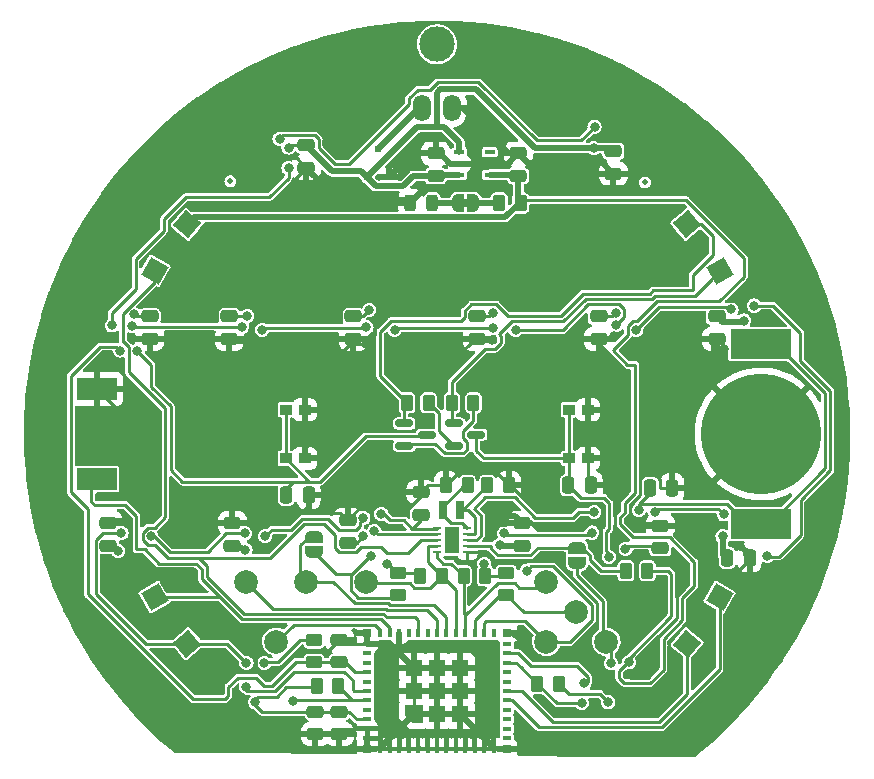
<source format=gbr>
%TF.GenerationSoftware,KiCad,Pcbnew,(6.0.7-1)-1*%
%TF.CreationDate,2022-12-12T20:47:58-08:00*%
%TF.ProjectId,ChristmasCountdown2022,43687269-7374-46d6-9173-436f756e7464,rev?*%
%TF.SameCoordinates,Original*%
%TF.FileFunction,Copper,L2,Bot*%
%TF.FilePolarity,Positive*%
%FSLAX46Y46*%
G04 Gerber Fmt 4.6, Leading zero omitted, Abs format (unit mm)*
G04 Created by KiCad (PCBNEW (6.0.7-1)-1) date 2022-12-12 20:47:58*
%MOMM*%
%LPD*%
G01*
G04 APERTURE LIST*
G04 Aperture macros list*
%AMRoundRect*
0 Rectangle with rounded corners*
0 $1 Rounding radius*
0 $2 $3 $4 $5 $6 $7 $8 $9 X,Y pos of 4 corners*
0 Add a 4 corners polygon primitive as box body*
4,1,4,$2,$3,$4,$5,$6,$7,$8,$9,$2,$3,0*
0 Add four circle primitives for the rounded corners*
1,1,$1+$1,$2,$3*
1,1,$1+$1,$4,$5*
1,1,$1+$1,$6,$7*
1,1,$1+$1,$8,$9*
0 Add four rect primitives between the rounded corners*
20,1,$1+$1,$2,$3,$4,$5,0*
20,1,$1+$1,$4,$5,$6,$7,0*
20,1,$1+$1,$6,$7,$8,$9,0*
20,1,$1+$1,$8,$9,$2,$3,0*%
%AMRotRect*
0 Rectangle, with rotation*
0 The origin of the aperture is its center*
0 $1 length*
0 $2 width*
0 $3 Rotation angle, in degrees counterclockwise*
0 Add horizontal line*
21,1,$1,$2,0,0,$3*%
%AMFreePoly0*
4,1,22,0.500000,-0.750000,0.000000,-0.750000,0.000000,-0.745033,-0.079941,-0.743568,-0.215256,-0.701293,-0.333266,-0.622738,-0.424486,-0.514219,-0.481581,-0.384460,-0.499164,-0.250000,-0.500000,-0.250000,-0.500000,0.250000,-0.499164,0.250000,-0.499963,0.256109,-0.478152,0.396186,-0.417904,0.524511,-0.324060,0.630769,-0.204165,0.706417,-0.067858,0.745374,0.000000,0.744959,0.000000,0.750000,
0.500000,0.750000,0.500000,-0.750000,0.500000,-0.750000,$1*%
%AMFreePoly1*
4,1,20,0.000000,0.744959,0.073905,0.744508,0.209726,0.703889,0.328688,0.626782,0.421226,0.519385,0.479903,0.390333,0.500000,0.250000,0.500000,-0.250000,0.499851,-0.262216,0.476331,-0.402017,0.414519,-0.529596,0.319384,-0.634700,0.198574,-0.708877,0.061801,-0.746166,0.000000,-0.745033,0.000000,-0.750000,-0.500000,-0.750000,-0.500000,0.750000,0.000000,0.750000,0.000000,0.744959,
0.000000,0.744959,$1*%
%AMFreePoly2*
4,1,14,0.728536,0.728536,0.730000,0.725000,0.730000,-0.725000,0.728536,-0.728536,0.725000,-0.730000,-0.125000,-0.730001,-0.128537,-0.728534,-0.728536,-0.128536,-0.730000,-0.124998,-0.730000,0.725000,-0.728536,0.728536,-0.725000,0.730000,0.725000,0.730000,0.728536,0.728536,0.728536,0.728536,$1*%
G04 Aperture macros list end*
%TA.AperFunction,ComponentPad*%
%ADD10C,3.000000*%
%TD*%
%TA.AperFunction,ComponentPad*%
%ADD11O,1.524000X2.240000*%
%TD*%
%TA.AperFunction,SMDPad,CuDef*%
%ADD12RoundRect,0.250000X0.262500X0.450000X-0.262500X0.450000X-0.262500X-0.450000X0.262500X-0.450000X0*%
%TD*%
%TA.AperFunction,SMDPad,CuDef*%
%ADD13RoundRect,0.250000X0.475000X-0.250000X0.475000X0.250000X-0.475000X0.250000X-0.475000X-0.250000X0*%
%TD*%
%TA.AperFunction,SMDPad,CuDef*%
%ADD14RoundRect,0.250000X0.250000X0.475000X-0.250000X0.475000X-0.250000X-0.475000X0.250000X-0.475000X0*%
%TD*%
%TA.AperFunction,ComponentPad*%
%ADD15RotRect,1.700000X1.700000X240.000000*%
%TD*%
%TA.AperFunction,SMDPad,CuDef*%
%ADD16RoundRect,0.250000X-0.450000X0.262500X-0.450000X-0.262500X0.450000X-0.262500X0.450000X0.262500X0*%
%TD*%
%TA.AperFunction,SMDPad,CuDef*%
%ADD17RoundRect,0.150000X-0.587500X-0.150000X0.587500X-0.150000X0.587500X0.150000X-0.587500X0.150000X0*%
%TD*%
%TA.AperFunction,ComponentPad*%
%ADD18RotRect,1.700000X1.700000X50.000000*%
%TD*%
%TA.AperFunction,SMDPad,CuDef*%
%ADD19RoundRect,0.250000X-0.250000X-0.475000X0.250000X-0.475000X0.250000X0.475000X-0.250000X0.475000X0*%
%TD*%
%TA.AperFunction,ComponentPad*%
%ADD20RotRect,1.700000X1.700000X60.000000*%
%TD*%
%TA.AperFunction,SMDPad,CuDef*%
%ADD21C,0.500000*%
%TD*%
%TA.AperFunction,ComponentPad*%
%ADD22RotRect,1.700000X1.700000X300.000000*%
%TD*%
%TA.AperFunction,SMDPad,CuDef*%
%ADD23FreePoly0,180.000000*%
%TD*%
%TA.AperFunction,SMDPad,CuDef*%
%ADD24FreePoly1,180.000000*%
%TD*%
%TA.AperFunction,SMDPad,CuDef*%
%ADD25RoundRect,0.250000X-0.475000X0.250000X-0.475000X-0.250000X0.475000X-0.250000X0.475000X0.250000X0*%
%TD*%
%TA.AperFunction,ComponentPad*%
%ADD26RotRect,1.700000X1.700000X310.000000*%
%TD*%
%TA.AperFunction,SMDPad,CuDef*%
%ADD27R,0.800000X0.400000*%
%TD*%
%TA.AperFunction,SMDPad,CuDef*%
%ADD28R,0.400000X0.800000*%
%TD*%
%TA.AperFunction,SMDPad,CuDef*%
%ADD29FreePoly2,0.000000*%
%TD*%
%TA.AperFunction,SMDPad,CuDef*%
%ADD30R,1.450000X1.450000*%
%TD*%
%TA.AperFunction,SMDPad,CuDef*%
%ADD31R,0.700000X0.700000*%
%TD*%
%TA.AperFunction,SMDPad,CuDef*%
%ADD32FreePoly1,270.000000*%
%TD*%
%TA.AperFunction,SMDPad,CuDef*%
%ADD33FreePoly0,270.000000*%
%TD*%
%TA.AperFunction,SMDPad,CuDef*%
%ADD34R,3.403600X1.843799*%
%TD*%
%TA.AperFunction,SMDPad,CuDef*%
%ADD35C,2.000000*%
%TD*%
%TA.AperFunction,SMDPad,CuDef*%
%ADD36R,0.508000X0.504800*%
%TD*%
%TA.AperFunction,SMDPad,CuDef*%
%ADD37R,0.921499X0.431800*%
%TD*%
%TA.AperFunction,SMDPad,CuDef*%
%ADD38R,0.800000X1.500000*%
%TD*%
%TA.AperFunction,SMDPad,CuDef*%
%ADD39R,1.000000X0.900000*%
%TD*%
%TA.AperFunction,SMDPad,CuDef*%
%ADD40RoundRect,0.250000X-0.262500X-0.450000X0.262500X-0.450000X0.262500X0.450000X-0.262500X0.450000X0*%
%TD*%
%TA.AperFunction,SMDPad,CuDef*%
%ADD41R,5.100000X2.500000*%
%TD*%
%TA.AperFunction,SMDPad,CuDef*%
%ADD42C,10.200000*%
%TD*%
%TA.AperFunction,SMDPad,CuDef*%
%ADD43FreePoly0,90.000000*%
%TD*%
%TA.AperFunction,SMDPad,CuDef*%
%ADD44FreePoly1,90.000000*%
%TD*%
%TA.AperFunction,SMDPad,CuDef*%
%ADD45RoundRect,0.243750X-0.243750X-0.456250X0.243750X-0.456250X0.243750X0.456250X-0.243750X0.456250X0*%
%TD*%
%TA.AperFunction,ComponentPad*%
%ADD46RotRect,1.700000X1.700000X230.000000*%
%TD*%
%TA.AperFunction,SMDPad,CuDef*%
%ADD47R,0.711200X0.254000*%
%TD*%
%TA.AperFunction,SMDPad,CuDef*%
%ADD48R,1.295400X2.200000*%
%TD*%
%TA.AperFunction,ViaPad*%
%ADD49C,0.800000*%
%TD*%
%TA.AperFunction,Conductor*%
%ADD50C,0.250000*%
%TD*%
%TA.AperFunction,Conductor*%
%ADD51C,0.500000*%
%TD*%
G04 APERTURE END LIST*
%TO.C,JP3*%
G36*
X152675400Y-80741800D02*
G01*
X152175400Y-80741800D01*
X152175400Y-80141800D01*
X152675400Y-80141800D01*
X152675400Y-80741800D01*
G37*
%TD*%
D10*
%TO.P,U4,*%
%TO.N,*%
X150000000Y-67000000D03*
%TD*%
D11*
%TO.P,J1,1,Pin_1*%
%TO.N,Net-(J1-Pad1)*%
X148730000Y-72378010D03*
%TO.P,J1,2,Pin_2*%
%TO.N,GND*%
X151270000Y-72378010D03*
%TD*%
D12*
%TO.P,R8,1*%
%TO.N,+3.3V*%
X167815900Y-111582200D03*
%TO.P,R8,2*%
%TO.N,RTC_INTB*%
X165990900Y-111582200D03*
%TD*%
D13*
%TO.P,C9,1*%
%TO.N,GND*%
X163675000Y-91950000D03*
%TO.P,C9,2*%
%TO.N,+5V*%
X163675000Y-90050000D03*
%TD*%
D14*
%TO.P,C10,1*%
%TO.N,GND*%
X176464000Y-110490000D03*
%TO.P,C10,2*%
%TO.N,+5V*%
X174564000Y-110490000D03*
%TD*%
D15*
%TO.P,J5,1,Pin_1*%
%TO.N,TXD*%
X173920000Y-113810000D03*
%TD*%
D13*
%TO.P,C11,1*%
%TO.N,GND*%
X173675000Y-91950000D03*
%TO.P,C11,2*%
%TO.N,+5V*%
X173675000Y-90050000D03*
%TD*%
D16*
%TO.P,R7,1*%
%TO.N,+3.3V*%
X146675000Y-111787500D03*
%TO.P,R7,2*%
%TO.N,RTC_INTA*%
X146675000Y-113612500D03*
%TD*%
D17*
%TO.P,Q2,1,B*%
%TO.N,Net-(Q2-Pad1)*%
X151437500Y-101000000D03*
%TO.P,Q2,2,E*%
%TO.N,DTR*%
X151437500Y-99100000D03*
%TO.P,Q2,3,C*%
%TO.N,GPIO9*%
X153312500Y-100050000D03*
%TD*%
D18*
%TO.P,J6,1,Pin_1*%
%TO.N,+3.3V*%
X128840000Y-82240000D03*
%TD*%
D19*
%TO.P,C17,1*%
%TO.N,GPIO9*%
X161110000Y-104350000D03*
%TO.P,C17,2*%
%TO.N,GND*%
X163010000Y-104350000D03*
%TD*%
D20*
%TO.P,J8,1,Pin_1*%
%TO.N,CLK*%
X126080000Y-86190000D03*
%TD*%
D21*
%TO.P,FID3,*%
%TO.N,*%
X132500000Y-78600000D03*
%TD*%
D13*
%TO.P,C25,1*%
%TO.N,+3.3V*%
X148640800Y-106817200D03*
%TO.P,C25,2*%
%TO.N,GND*%
X148640800Y-104917200D03*
%TD*%
D22*
%TO.P,J2,1,Pin_1*%
%TO.N,DTR*%
X173920000Y-86190000D03*
%TD*%
D23*
%TO.P,JP3,1,A*%
%TO.N,Net-(JP3-Pad1)*%
X153075400Y-80441800D03*
D24*
%TO.P,JP3,2,B*%
%TO.N,Net-(D13-Pad2)*%
X151775400Y-80441800D03*
%TD*%
D25*
%TO.P,C2,1*%
%TO.N,GND*%
X142425000Y-107300000D03*
%TO.P,C2,2*%
%TO.N,+5V*%
X142425000Y-109200000D03*
%TD*%
D26*
%TO.P,J13,1,Pin_1*%
%TO.N,LED*%
X128840000Y-117760000D03*
%TD*%
D12*
%TO.P,R1,1*%
%TO.N,+3.3V*%
X157087500Y-80441800D03*
%TO.P,R1,2*%
%TO.N,Net-(JP3-Pad1)*%
X155262500Y-80441800D03*
%TD*%
D13*
%TO.P,C12,1*%
%TO.N,GND*%
X125675000Y-91950000D03*
%TO.P,C12,2*%
%TO.N,+5V*%
X125675000Y-90050000D03*
%TD*%
D27*
%TO.P,U2,1,GND*%
%TO.N,GND*%
X144100000Y-125760000D03*
%TO.P,U2,2,GND*%
X144100000Y-124960000D03*
%TO.P,U2,3,3V3*%
%TO.N,+3.3V*%
X144100000Y-124160000D03*
%TO.P,U2,4,NC*%
%TO.N,unconnected-(U2-Pad4)*%
X144100000Y-123360000D03*
%TO.P,U2,5,IO2*%
%TO.N,ButtonLeft*%
X144100000Y-122560000D03*
%TO.P,U2,6,IO3*%
%TO.N,LED*%
X144100000Y-121760000D03*
%TO.P,U2,7,NC*%
%TO.N,unconnected-(U2-Pad7)*%
X144100000Y-120960000D03*
%TO.P,U2,8,EN*%
%TO.N,Enable*%
X144100000Y-120160000D03*
%TO.P,U2,9,NC*%
%TO.N,unconnected-(U2-Pad9)*%
X144100000Y-119360000D03*
%TO.P,U2,10,NC*%
%TO.N,unconnected-(U2-Pad10)*%
X144100000Y-118560000D03*
%TO.P,U2,11,GND*%
%TO.N,GND*%
X144100000Y-117760000D03*
D28*
%TO.P,U2,12,IO0*%
%TO.N,GPIO0*%
X145200000Y-116860000D03*
%TO.P,U2,13,IO1*%
%TO.N,TONE*%
X146000000Y-116860000D03*
%TO.P,U2,14,GND*%
%TO.N,GND*%
X146800000Y-116860000D03*
%TO.P,U2,15,NC*%
%TO.N,unconnected-(U2-Pad15)*%
X147600000Y-116860000D03*
%TO.P,U2,16,IO10*%
%TO.N,CLK*%
X148400000Y-116860000D03*
%TO.P,U2,17,NC*%
%TO.N,unconnected-(U2-Pad17)*%
X149200000Y-116860000D03*
%TO.P,U2,18,IO4*%
%TO.N,GPIO4*%
X150000000Y-116860000D03*
%TO.P,U2,19,IO5*%
%TO.N,GPIO5*%
X150800000Y-116860000D03*
%TO.P,U2,20,IO6*%
%TO.N,SCL*%
X151600000Y-116860000D03*
%TO.P,U2,21,IO7*%
%TO.N,SDA*%
X152400000Y-116860000D03*
%TO.P,U2,22,IO8*%
%TO.N,GPIO8*%
X153200000Y-116860000D03*
%TO.P,U2,23,IO9*%
%TO.N,GPIO9*%
X154000000Y-116860000D03*
%TO.P,U2,24,NC*%
%TO.N,unconnected-(U2-Pad24)*%
X154800000Y-116860000D03*
D27*
%TO.P,U2,25,NC*%
%TO.N,unconnected-(U2-Pad25)*%
X155900000Y-117760000D03*
%TO.P,U2,26,IO18*%
%TO.N,GPIO18*%
X155900000Y-118560000D03*
%TO.P,U2,27,IO19*%
%TO.N,ButtonRight*%
X155900000Y-119360000D03*
%TO.P,U2,28,NC*%
%TO.N,unconnected-(U2-Pad28)*%
X155900000Y-120160000D03*
%TO.P,U2,29,NC*%
%TO.N,unconnected-(U2-Pad29)*%
X155900000Y-120960000D03*
%TO.P,U2,30,RXD0*%
%TO.N,RXD*%
X155900000Y-121760000D03*
%TO.P,U2,31,TXD0*%
%TO.N,TXD*%
X155900000Y-122560000D03*
%TO.P,U2,32,NC*%
%TO.N,unconnected-(U2-Pad32)*%
X155900000Y-123360000D03*
%TO.P,U2,33,NC*%
%TO.N,unconnected-(U2-Pad33)*%
X155900000Y-124160000D03*
%TO.P,U2,34,NC*%
%TO.N,unconnected-(U2-Pad34)*%
X155900000Y-124960000D03*
%TO.P,U2,35,NC*%
%TO.N,unconnected-(U2-Pad35)*%
X155900000Y-125760000D03*
D28*
%TO.P,U2,36,GND*%
%TO.N,GND*%
X154800000Y-126660000D03*
%TO.P,U2,37,GND*%
X154000000Y-126660000D03*
%TO.P,U2,38,GND*%
X153200000Y-126660000D03*
%TO.P,U2,39,GND*%
X152400000Y-126660000D03*
%TO.P,U2,40,GND*%
X151600000Y-126660000D03*
%TO.P,U2,41,GND*%
X150800000Y-126660000D03*
%TO.P,U2,42,GND*%
X150000000Y-126660000D03*
%TO.P,U2,43,GND*%
X149200000Y-126660000D03*
%TO.P,U2,44,GND*%
X148400000Y-126660000D03*
%TO.P,U2,45,GND*%
X147600000Y-126660000D03*
%TO.P,U2,46,GND*%
X146800000Y-126660000D03*
%TO.P,U2,47,GND*%
X146000000Y-126660000D03*
%TO.P,U2,48,GND*%
X145200000Y-126660000D03*
D29*
%TO.P,U2,49_1,GND*%
X148025000Y-123735000D03*
D30*
%TO.P,U2,49_2,GND*%
X150000000Y-123735000D03*
%TO.P,U2,49_3,GND*%
X151975000Y-123735000D03*
%TO.P,U2,49_4,GND*%
X151975000Y-121760000D03*
%TO.P,U2,49_5,GND*%
X151975000Y-119785000D03*
%TO.P,U2,49_6,GND*%
X150000000Y-119785000D03*
%TO.P,U2,49_7,GND*%
X148025000Y-119785000D03*
%TO.P,U2,49_8,GND*%
X148025000Y-121760000D03*
%TO.P,U2,49_9,GND*%
X150000000Y-121760000D03*
D31*
%TO.P,U2,50,GND*%
X155950000Y-126710000D03*
%TO.P,U2,51,GND*%
X155950000Y-116810000D03*
%TO.P,U2,52,GND*%
X144050000Y-116810000D03*
%TO.P,U2,53,GND*%
X144050000Y-126710000D03*
%TD*%
D22*
%TO.P,J10,1,Pin_1*%
%TO.N,TONE*%
X126080000Y-113810000D03*
%TD*%
D32*
%TO.P,JP2,2,B*%
%TO.N,RTC_INTA*%
X139573000Y-109997000D03*
D33*
%TO.P,JP2,1,A*%
%TO.N,GPIO5*%
X139573000Y-108697000D03*
%TD*%
D34*
%TO.P,X1,1,1*%
%TO.N,TONE*%
X121194000Y-103825499D03*
%TO.P,X1,2,2*%
%TO.N,GND*%
X121194000Y-96174501D03*
%TD*%
D16*
%TO.P,R4,1*%
%TO.N,+3.3V*%
X155875000Y-111787500D03*
%TO.P,R4,2*%
%TO.N,GPIO8*%
X155875000Y-113612500D03*
%TD*%
D13*
%TO.P,C23,1*%
%TO.N,GND*%
X141732000Y-125410000D03*
%TO.P,C23,2*%
%TO.N,+3.3V*%
X141732000Y-123510000D03*
%TD*%
D35*
%TO.P,J9,1,Pin_1*%
%TO.N,GPIO8*%
X161798000Y-115062000D03*
%TD*%
D12*
%TO.P,R10,1*%
%TO.N,+3.3V*%
X160322900Y-121132600D03*
%TO.P,R10,2*%
%TO.N,ButtonRight*%
X158497900Y-121132600D03*
%TD*%
D36*
%TO.P,MOSFET1,1,GATE*%
%TO.N,GND*%
X145960001Y-78262200D03*
%TO.P,MOSFET1,2,SOURCE*%
%TO.N,+5V*%
X144059999Y-78262200D03*
%TO.P,MOSFET1,3,DRAIN*%
%TO.N,Net-(J1-Pad1)*%
X145010000Y-75877800D03*
%TD*%
D37*
%TO.P,U1,1,VIN*%
%TO.N,+5V*%
X151888749Y-78050001D03*
%TO.P,U1,2,VSS*%
%TO.N,GND*%
X151888749Y-77100000D03*
%TO.P,U1,3,CE*%
%TO.N,+5V*%
X151888749Y-76149999D03*
%TO.P,U1,4,NC*%
%TO.N,unconnected-(U1-Pad4)*%
X154461251Y-76149999D03*
%TO.P,U1,5,VOUT*%
%TO.N,+3.3V*%
X154461251Y-78050001D03*
%TD*%
D35*
%TO.P,J14,1,Pin_1*%
%TO.N,GPIO9*%
X159258000Y-117602000D03*
%TD*%
D38*
%TO.P,Y1,1,1*%
%TO.N,Net-(C20-Pad1)*%
X151970000Y-106430000D03*
%TO.P,Y1,2,2*%
%TO.N,Net-(C19-Pad1)*%
X150470000Y-106430000D03*
%TD*%
D16*
%TO.P,R9,1*%
%TO.N,+3.3V*%
X139573000Y-117451500D03*
%TO.P,R9,2*%
%TO.N,Enable*%
X139573000Y-119276500D03*
%TD*%
D35*
%TO.P,J12,1,Pin_1*%
%TO.N,SCL*%
X144018000Y-112522000D03*
%TD*%
D39*
%TO.P,S1,1_1*%
%TO.N,GPIO9*%
X161200000Y-97950000D03*
%TO.P,S1,1_2*%
X161200000Y-102050000D03*
%TO.P,S1,2_1*%
%TO.N,GND*%
X162800000Y-97950000D03*
%TO.P,S1,2_2*%
X162800000Y-102050000D03*
%TD*%
D40*
%TO.P,C20,1*%
%TO.N,Net-(C20-Pad1)*%
X154262500Y-104350000D03*
%TO.P,C20,2*%
%TO.N,GND*%
X156087500Y-104350000D03*
%TD*%
D25*
%TO.P,C14,1*%
%TO.N,GND*%
X156875000Y-76250000D03*
%TO.P,C14,2*%
%TO.N,+3.3V*%
X156875000Y-78150000D03*
%TD*%
D41*
%TO.P,BT1,1,+*%
%TO.N,BATT*%
X177425000Y-107600000D03*
X177425000Y-92400000D03*
D42*
%TO.P,BT1,2,-*%
%TO.N,GND*%
X177425000Y-100000000D03*
%TD*%
D13*
%TO.P,C3,1*%
%TO.N,GND*%
X142925000Y-91950000D03*
%TO.P,C3,2*%
%TO.N,+5V*%
X142925000Y-90050000D03*
%TD*%
D35*
%TO.P,IO0,1,Pin_1*%
%TO.N,GPIO0*%
X136398000Y-117602000D03*
%TD*%
D13*
%TO.P,C24,1*%
%TO.N,GND*%
X139700000Y-125410000D03*
%TO.P,C24,2*%
%TO.N,+3.3V*%
X139700000Y-123510000D03*
%TD*%
D12*
%TO.P,R6,1*%
%TO.N,Net-(Q2-Pad1)*%
X149287500Y-97350000D03*
%TO.P,R6,2*%
%TO.N,RTS*%
X147462500Y-97350000D03*
%TD*%
D35*
%TO.P,IO5,1,Pin_1*%
%TO.N,GPIO5*%
X138938000Y-112522000D03*
%TD*%
D25*
%TO.P,C5,1*%
%TO.N,GND*%
X157175000Y-107550000D03*
%TO.P,C5,2*%
%TO.N,+5V*%
X157175000Y-109450000D03*
%TD*%
D40*
%TO.P,R3,1*%
%TO.N,+3.3V*%
X148587500Y-112000000D03*
%TO.P,R3,2*%
%TO.N,SCL*%
X150412500Y-112000000D03*
%TD*%
D13*
%TO.P,C13,1*%
%TO.N,GND*%
X138925000Y-77450000D03*
%TO.P,C13,2*%
%TO.N,+5V*%
X138925000Y-75550000D03*
%TD*%
%TO.P,C22,1*%
%TO.N,Enable*%
X141732000Y-119314000D03*
%TO.P,C22,2*%
%TO.N,GND*%
X141732000Y-117414000D03*
%TD*%
D25*
%TO.P,C8,1*%
%TO.N,GND*%
X168910000Y-107760000D03*
%TO.P,C8,2*%
%TO.N,+5V*%
X168910000Y-109660000D03*
%TD*%
D19*
%TO.P,C21,1*%
%TO.N,BATT*%
X168025000Y-104550000D03*
%TO.P,C21,2*%
%TO.N,GND*%
X169925000Y-104550000D03*
%TD*%
D35*
%TO.P,J7,1,Pin_1*%
%TO.N,GPIO18*%
X164338000Y-117602000D03*
%TD*%
D43*
%TO.P,JP1,1,A*%
%TO.N,GPIO18*%
X161848800Y-110911400D03*
D44*
%TO.P,JP1,2,B*%
%TO.N,RTC_INTB*%
X161848800Y-109611400D03*
%TD*%
D13*
%TO.P,C15,1*%
%TO.N,GND*%
X164925000Y-77950000D03*
%TO.P,C15,2*%
%TO.N,+5V*%
X164925000Y-76050000D03*
%TD*%
D40*
%TO.P,R11,1*%
%TO.N,+3.3V*%
X139803500Y-121335800D03*
%TO.P,R11,2*%
%TO.N,ButtonLeft*%
X141628500Y-121335800D03*
%TD*%
D13*
%TO.P,C7,1*%
%TO.N,+5V*%
X149875000Y-78150000D03*
%TO.P,C7,2*%
%TO.N,GND*%
X149875000Y-76250000D03*
%TD*%
D25*
%TO.P,C4,1*%
%TO.N,GND*%
X132675000Y-107550000D03*
%TO.P,C4,2*%
%TO.N,+5V*%
X132675000Y-109450000D03*
%TD*%
%TO.P,C1,1*%
%TO.N,GND*%
X122175000Y-107550000D03*
%TO.P,C1,2*%
%TO.N,+5V*%
X122175000Y-109450000D03*
%TD*%
D45*
%TO.P,D13,1,K*%
%TO.N,GND*%
X147728700Y-80441800D03*
%TO.P,D13,2,A*%
%TO.N,Net-(D13-Pad2)*%
X149603700Y-80441800D03*
%TD*%
D39*
%TO.P,S2,1_1*%
%TO.N,Enable*%
X137200000Y-97950000D03*
%TO.P,S2,1_2*%
X137200000Y-102050000D03*
%TO.P,S2,2_1*%
%TO.N,GND*%
X138800000Y-97950000D03*
%TO.P,S2,2_2*%
X138800000Y-102050000D03*
%TD*%
D35*
%TO.P,IO4,1,Pin_1*%
%TO.N,GPIO4*%
X133858000Y-112522000D03*
%TD*%
D19*
%TO.P,C18,1*%
%TO.N,Enable*%
X137226000Y-105156000D03*
%TO.P,C18,2*%
%TO.N,GND*%
X139126000Y-105156000D03*
%TD*%
D21*
%TO.P,FID4,*%
%TO.N,*%
X167600000Y-78700000D03*
%TD*%
D46*
%TO.P,J4,1,Pin_1*%
%TO.N,RXD*%
X171160000Y-117760000D03*
%TD*%
D13*
%TO.P,C16,1*%
%TO.N,GND*%
X132425000Y-91950000D03*
%TO.P,C16,2*%
%TO.N,+5V*%
X132425000Y-90050000D03*
%TD*%
D12*
%TO.P,C19,1*%
%TO.N,Net-(C19-Pad1)*%
X152587500Y-104350000D03*
%TO.P,C19,2*%
%TO.N,GND*%
X150762500Y-104350000D03*
%TD*%
%TO.P,R2,1*%
%TO.N,+3.3V*%
X154075000Y-112000000D03*
%TO.P,R2,2*%
%TO.N,SDA*%
X152250000Y-112000000D03*
%TD*%
%TO.P,R5,1*%
%TO.N,Net-(Q1-Pad1)*%
X153087500Y-97350000D03*
%TO.P,R5,2*%
%TO.N,DTR*%
X151262500Y-97350000D03*
%TD*%
D17*
%TO.P,Q1,1,B*%
%TO.N,Net-(Q1-Pad1)*%
X147237500Y-101000000D03*
%TO.P,Q1,2,E*%
%TO.N,RTS*%
X147237500Y-99100000D03*
%TO.P,Q1,3,C*%
%TO.N,Enable*%
X149112500Y-100050000D03*
%TD*%
D26*
%TO.P,J3,1,Pin_1*%
%TO.N,RTS*%
X171160000Y-82240000D03*
%TD*%
D35*
%TO.P,J11,1,Pin_1*%
%TO.N,SDA*%
X159258000Y-112522000D03*
%TD*%
D47*
%TO.P,U3,1,OSCI*%
%TO.N,Net-(C19-Pad1)*%
X152570400Y-107999748D03*
%TO.P,U3,2,OSCO*%
%TO.N,Net-(C20-Pad1)*%
X152570400Y-108499874D03*
%TO.P,U3,3,VBAT*%
%TO.N,BATT*%
X152570400Y-109000000D03*
%TO.P,U3,4,TS_CLK/INTB*%
%TO.N,RTC_INTB*%
X152570400Y-109500126D03*
%TO.P,U3,5,VSS*%
%TO.N,GND*%
X152570400Y-110000252D03*
%TO.P,U3,6,SDA*%
%TO.N,SDA*%
X149979600Y-110000252D03*
%TO.P,U3,7,SCL*%
%TO.N,SCL*%
X149979600Y-109500126D03*
%TO.P,U3,8,CLK*%
%TO.N,CLK*%
X149979600Y-109000000D03*
%TO.P,U3,9,INTA_CLK*%
%TO.N,RTC_INTA*%
X149979600Y-108499874D03*
%TO.P,U3,10,VDD*%
%TO.N,+3.3V*%
X149979600Y-107999748D03*
D48*
%TO.P,U3,11,11*%
%TO.N,unconnected-(U3-Pad11)*%
X151275000Y-109000000D03*
%TD*%
D13*
%TO.P,C6,1*%
%TO.N,GND*%
X153425000Y-91950000D03*
%TO.P,C6,2*%
%TO.N,+5V*%
X153425000Y-90050000D03*
%TD*%
D49*
%TO.N,RTC_INTA*%
X144687641Y-108209472D03*
X144399000Y-110325500D03*
%TO.N,GND*%
X165012701Y-91737701D03*
X136294500Y-120034807D03*
X147316300Y-106599100D03*
X167720000Y-122110000D03*
X134950000Y-107000000D03*
X144000000Y-92400000D03*
X174275498Y-92800000D03*
X163680000Y-120900000D03*
X124162853Y-91880198D03*
X166227299Y-107352701D03*
X162512548Y-77087451D03*
X166026518Y-92780108D03*
X123675000Y-107200000D03*
X136870576Y-76668363D03*
X133925000Y-92250000D03*
X126075000Y-106775000D03*
X175649502Y-109449502D03*
X155804335Y-92920569D03*
X154675000Y-92000000D03*
X155880000Y-106950000D03*
X166150000Y-120350000D03*
%TO.N,+5V*%
X176000000Y-90400000D03*
X124370513Y-89854086D03*
X154722006Y-89750000D03*
X163275000Y-75800000D03*
X144265385Y-89475673D03*
X133775000Y-109800000D03*
X143750000Y-108649502D03*
X165122006Y-89751389D03*
X174175000Y-108650000D03*
X133925000Y-90000000D03*
X123000000Y-109900000D03*
X155300000Y-109400500D03*
X137425000Y-75750000D03*
X165950498Y-109760765D03*
%TO.N,+3.3V*%
X134620000Y-122719500D03*
X166225115Y-119329972D03*
X145288000Y-106769500D03*
X164503803Y-122716571D03*
X154000000Y-111000000D03*
X145770000Y-111000000D03*
X135379384Y-119396500D03*
%TO.N,GPIO9*%
X157610000Y-111560000D03*
X164550000Y-110399502D03*
%TO.N,Net-(D1-Pad1)*%
X133730533Y-108420187D03*
X125800000Y-108649502D03*
%TO.N,LED*%
X133858000Y-121412000D03*
X133858000Y-119380000D03*
X123275500Y-108394527D03*
%TO.N,Row1*%
X135450000Y-108649502D03*
X143762299Y-107099500D03*
%TO.N,Net-(D3-Pad1)*%
X154775000Y-91000000D03*
X146400000Y-91179502D03*
%TO.N,Row2*%
X165165476Y-90749944D03*
X156675000Y-91200000D03*
%TO.N,Net-(D5-Pad1)*%
X155681014Y-108423435D03*
X163120000Y-108350498D03*
%TO.N,Net-(D6-Pad1)*%
X135199500Y-91179060D03*
X144022553Y-90960989D03*
%TO.N,Net-(D7-Pad1)*%
X174275498Y-106800000D03*
X168475000Y-106624500D03*
%TO.N,Net-(D10-Pad3)*%
X124131956Y-90824702D03*
X133495366Y-90905962D03*
%TO.N,Net-(D11-Pad3)*%
X177975000Y-110300000D03*
X176845688Y-89130498D03*
%TO.N,Net-(D10-Pad1)*%
X122475500Y-90800000D03*
X137425000Y-77500000D03*
%TO.N,Net-(D11-Pad1)*%
X174925843Y-89453995D03*
X166875000Y-91179502D03*
%TO.N,Net-(D12-Pad1)*%
X163339843Y-73978739D03*
X136675000Y-75000000D03*
%TO.N,ButtonRight*%
X162260000Y-122765500D03*
%TO.N,ButtonLeft*%
X137800000Y-122575000D03*
%TO.N,Enable*%
X123166499Y-92933748D03*
X124615999Y-92947399D03*
%TO.N,BATT*%
X167075000Y-106450500D03*
X163310000Y-106600498D03*
%TO.N,GPIO18*%
X164725000Y-119410000D03*
X162483800Y-121099502D03*
%TD*%
D50*
%TO.N,RTC_INTB*%
X154575000Y-109700805D02*
X155149195Y-110275000D01*
X154575000Y-109500126D02*
X154575000Y-109700805D01*
X157898200Y-110275000D02*
X155149195Y-110275000D01*
X158561800Y-109611400D02*
X157898200Y-110275000D01*
X152570400Y-109500126D02*
X154575000Y-109500126D01*
X161848800Y-109611400D02*
X158561800Y-109611400D01*
%TO.N,GND*%
X160832800Y-118821200D02*
X160832800Y-119075200D01*
X152570400Y-110000252D02*
X154070252Y-110000252D01*
X163573000Y-114326771D02*
X163573000Y-116081000D01*
X159971229Y-110725000D02*
X163573000Y-114326771D01*
X163573000Y-116081000D02*
X160832800Y-118821200D01*
X154795000Y-110725000D02*
X159971229Y-110725000D01*
X154070252Y-110000252D02*
X154795000Y-110725000D01*
%TO.N,GPIO9*%
X161110000Y-104350000D02*
X162185498Y-105425498D01*
X162185498Y-105425498D02*
X164150680Y-105425498D01*
X164602299Y-105877117D02*
X164602299Y-108025798D01*
X164150680Y-105425498D02*
X164602299Y-105877117D01*
X164602299Y-108025798D02*
X164338000Y-108290097D01*
X164338000Y-108290097D02*
X164338000Y-109928000D01*
X164338000Y-109928000D02*
X164550000Y-110140000D01*
X164550000Y-110140000D02*
X164550000Y-110399502D01*
%TO.N,GND*%
X163677600Y-110747600D02*
X164054502Y-111124502D01*
X163845000Y-107350996D02*
X163845000Y-108951000D01*
X163845000Y-108951000D02*
X163677600Y-109118400D01*
X163677600Y-109118400D02*
X163677600Y-110747600D01*
X163819502Y-107325498D02*
X163845000Y-107350996D01*
X164054502Y-111124502D02*
X164922925Y-111124502D01*
X164922925Y-111124502D02*
X165561662Y-110485765D01*
X165561662Y-110485765D02*
X165650193Y-110485765D01*
%TO.N,+3.3V*%
X171075000Y-80200000D02*
X157087500Y-80200000D01*
X175975000Y-86675000D02*
X175975000Y-85100000D01*
X175975000Y-85100000D02*
X171075000Y-80200000D01*
X173900000Y-88750000D02*
X175975000Y-86675000D01*
X168652062Y-88750000D02*
X173900000Y-88750000D01*
X166947560Y-90454502D02*
X168652062Y-88750000D01*
X166574695Y-90454502D02*
X166947560Y-90454502D01*
X166150000Y-91625000D02*
X166150000Y-90879197D01*
X164877500Y-92897500D02*
X166150000Y-91625000D01*
X166120000Y-94140000D02*
X164877500Y-92897500D01*
X166750000Y-105002208D02*
X166750000Y-94140000D01*
X165900000Y-105852208D02*
X166750000Y-105002208D01*
X168061396Y-121075000D02*
X169187493Y-119948903D01*
X165502299Y-107653006D02*
X165502299Y-107052396D01*
X166589293Y-108740000D02*
X165502299Y-107653006D01*
X169688173Y-108740000D02*
X166589293Y-108740000D01*
X165849695Y-121075000D02*
X165425000Y-120650305D01*
X171750000Y-112903604D02*
X171750000Y-110801827D01*
X166150000Y-90879197D02*
X166574695Y-90454502D01*
X165900000Y-106654695D02*
X165900000Y-105852208D01*
X166144723Y-119329972D02*
X166225115Y-119329972D01*
X170750000Y-115771708D02*
X170750000Y-113903604D01*
X165425000Y-120049695D02*
X166144723Y-119329972D01*
X165849695Y-121075000D02*
X168061396Y-121075000D01*
X165502299Y-107052396D02*
X165900000Y-106654695D01*
X169187493Y-119948903D02*
X169187493Y-117334215D01*
X169187493Y-117334215D02*
X170750000Y-115771708D01*
X166750000Y-94140000D02*
X166120000Y-94140000D01*
X171750000Y-110801827D02*
X169688173Y-108740000D01*
X165425000Y-120650305D02*
X165425000Y-120049695D01*
X170750000Y-113903604D02*
X171750000Y-112903604D01*
%TO.N,+5V*%
X168860000Y-109450000D02*
X166261263Y-109450000D01*
X166261263Y-109450000D02*
X165950498Y-109760765D01*
%TO.N,GPIO5*%
X139573000Y-108697000D02*
X139163380Y-108697000D01*
X139163380Y-108697000D02*
X138430000Y-109430380D01*
X138430000Y-109430380D02*
X138430000Y-112014000D01*
X138430000Y-112014000D02*
X138938000Y-112522000D01*
%TO.N,RTC_INTA*%
X139573000Y-109997000D02*
X141463000Y-111887000D01*
X141463000Y-111887000D02*
X142779167Y-111887000D01*
X142779167Y-111887000D02*
X144340667Y-110325500D01*
X144340667Y-110325500D02*
X144399000Y-110325500D01*
%TO.N,GPIO5*%
X145871827Y-114335000D02*
X143037000Y-114335000D01*
X149733000Y-114452400D02*
X145989227Y-114452400D01*
X150800000Y-115519400D02*
X149733000Y-114452400D01*
X145989227Y-114452400D02*
X145871827Y-114335000D01*
X150800000Y-116860000D02*
X150800000Y-115519400D01*
X141224000Y-112522000D02*
X138938000Y-112522000D01*
X143037000Y-114335000D02*
X141224000Y-112522000D01*
%TO.N,CLK*%
X150000000Y-109000000D02*
X148683000Y-109000000D01*
X145288000Y-109601000D02*
X143562173Y-109601000D01*
X147574000Y-110109000D02*
X145796000Y-110109000D01*
X137832792Y-108550000D02*
X137830000Y-108550000D01*
X148683000Y-109000000D02*
X147574000Y-110109000D01*
X141711827Y-110025000D02*
X141351000Y-109664173D01*
X145796000Y-110109000D02*
X145288000Y-109601000D01*
X140404000Y-107638000D02*
X138744792Y-107638000D01*
X143562173Y-109601000D02*
X143138173Y-110025000D01*
X141351000Y-108585000D02*
X140404000Y-107638000D01*
X138744792Y-107638000D02*
X137832792Y-108550000D01*
X137830000Y-108550000D02*
X135855000Y-110525000D01*
X143138173Y-110025000D02*
X141711827Y-110025000D01*
X127250803Y-110525000D02*
X126100305Y-109374502D01*
X141351000Y-109664173D02*
X141351000Y-108585000D01*
X135855000Y-110525000D02*
X127250803Y-110525000D01*
%TO.N,Row1*%
X143762299Y-107162701D02*
X143475000Y-107450000D01*
X143475000Y-107450000D02*
X143475000Y-107788173D01*
X143475000Y-107788173D02*
X143138173Y-108125000D01*
X143762299Y-107099500D02*
X143762299Y-107162701D01*
X143138173Y-108125000D02*
X141711827Y-108125000D01*
X141711827Y-108125000D02*
X140774827Y-107188000D01*
X140774827Y-107188000D02*
X138558396Y-107188000D01*
X138558396Y-107188000D02*
X137646396Y-108100000D01*
X137646396Y-108100000D02*
X135999502Y-108100000D01*
X135999502Y-108100000D02*
X135450000Y-108649502D01*
%TO.N,GND*%
X142425000Y-107300000D02*
X141805000Y-106680000D01*
X138430000Y-106680000D02*
X138180000Y-106930000D01*
X141805000Y-106680000D02*
X138430000Y-106680000D01*
%TO.N,RTC_INTA*%
X144399000Y-110325500D02*
X144272000Y-110452500D01*
X146402500Y-113885000D02*
X146675000Y-113612500D01*
X144272000Y-110452500D02*
X144272000Y-110490000D01*
X142693000Y-111973167D02*
X142693000Y-113229000D01*
X144176167Y-110490000D02*
X142693000Y-111973167D01*
X144272000Y-110490000D02*
X144176167Y-110490000D01*
X142693000Y-113229000D02*
X143349000Y-113885000D01*
X143349000Y-113885000D02*
X146402500Y-113885000D01*
X144219500Y-110505000D02*
X144399000Y-110325500D01*
%TO.N,+3.3V*%
X145288000Y-106769500D02*
X145504500Y-106769500D01*
X145504500Y-106769500D02*
X146050000Y-107315000D01*
X146050000Y-107315000D02*
X147205000Y-107315000D01*
X147205000Y-107315000D02*
X147910000Y-108020000D01*
%TO.N,GND*%
X147316300Y-106599100D02*
X146762200Y-106045000D01*
X146762200Y-106045000D02*
X143680000Y-106045000D01*
X143680000Y-106045000D02*
X142425000Y-107300000D01*
%TO.N,RTC_INTA*%
X144687641Y-108209472D02*
X144978043Y-108499874D01*
X144978043Y-108499874D02*
X149979600Y-108499874D01*
%TO.N,GND*%
X148640800Y-105274600D02*
X148640800Y-104917200D01*
X147316300Y-106599100D02*
X148640800Y-105274600D01*
%TO.N,SCL*%
X150412500Y-112000000D02*
X149387500Y-113025000D01*
X149387500Y-113025000D02*
X148086827Y-113025000D01*
X148086827Y-113025000D02*
X147686827Y-112625000D01*
X147686827Y-112625000D02*
X144121000Y-112625000D01*
X144121000Y-112625000D02*
X144018000Y-112522000D01*
%TO.N,GND*%
X133163604Y-88800000D02*
X127317493Y-82953889D01*
D51*
X140430000Y-93690000D02*
X139050000Y-92310000D01*
X150000000Y-119785000D02*
X151975000Y-119785000D01*
X146000000Y-117760000D02*
X148025000Y-119785000D01*
D50*
X158544400Y-108100000D02*
X162260000Y-108100000D01*
X140707000Y-118439000D02*
X138101000Y-118439000D01*
X166774695Y-107175500D02*
X166350000Y-106750805D01*
D51*
X149875000Y-76250000D02*
X150214800Y-76250000D01*
D50*
X134654384Y-119696805D02*
X134654384Y-118652384D01*
X165220000Y-110055572D02*
X165220000Y-108007103D01*
X166175000Y-104940812D02*
X166175000Y-97875000D01*
X136425307Y-119904000D02*
X136294500Y-120034807D01*
D51*
X163675000Y-91950000D02*
X163775000Y-92050000D01*
D50*
X148025000Y-119785000D02*
X146970000Y-118730000D01*
X155062500Y-103325000D02*
X151787500Y-103325000D01*
X168513173Y-103500000D02*
X168850000Y-103836827D01*
X135079079Y-120121500D02*
X134654384Y-119696805D01*
D51*
X152394399Y-79121000D02*
X149049500Y-79121000D01*
D50*
X142182000Y-124960000D02*
X141732000Y-125410000D01*
X135975000Y-80400000D02*
X138925000Y-77450000D01*
X169925000Y-104550000D02*
X169925000Y-99475000D01*
X138800000Y-97950000D02*
X138800000Y-96230000D01*
D51*
X147972201Y-76250000D02*
X149875000Y-76250000D01*
X169925000Y-104550000D02*
X172875000Y-104550000D01*
X156875000Y-76250000D02*
X156025000Y-77100000D01*
X134768358Y-91950000D02*
X132425000Y-91950000D01*
X163775000Y-92615000D02*
X166175000Y-95015000D01*
D50*
X167720000Y-122110000D02*
X164900000Y-122110000D01*
X148025000Y-119785000D02*
X148025000Y-123735000D01*
X167875000Y-120625000D02*
X166425000Y-120625000D01*
X162800000Y-102050000D02*
X162800000Y-104140000D01*
X144000000Y-92400000D02*
X144747553Y-91652447D01*
D51*
X149049500Y-79121000D02*
X147728700Y-80441800D01*
D50*
X156774904Y-91950000D02*
X163675000Y-91950000D01*
D51*
X172875000Y-104550000D02*
X177425000Y-100000000D01*
D50*
X138800000Y-96230000D02*
X140430000Y-94600000D01*
X168850000Y-103836827D02*
X168850000Y-104550000D01*
X165052299Y-106063513D02*
X166175000Y-104940812D01*
X138180000Y-106930000D02*
X137460000Y-107650000D01*
X144747553Y-91652447D02*
X144747553Y-90052447D01*
X167175000Y-107550000D02*
X166800500Y-107175500D01*
X162575314Y-119075200D02*
X158521400Y-119075200D01*
X170300000Y-113717208D02*
X170300000Y-115585312D01*
X123675000Y-107200000D02*
X124100000Y-107625000D01*
D51*
X157712451Y-77087451D02*
X162512548Y-77087451D01*
X156050000Y-76250000D02*
X156875000Y-76250000D01*
D50*
X124232655Y-91950000D02*
X125675000Y-91950000D01*
D51*
X135128358Y-92310000D02*
X134768358Y-91950000D01*
D50*
X143375000Y-92400000D02*
X142925000Y-91950000D01*
X170630000Y-120790000D02*
X169380000Y-122040000D01*
X166026518Y-92780108D02*
X167655108Y-92780108D01*
X163215596Y-119715482D02*
X162575314Y-119075200D01*
X143915753Y-88800000D02*
X133163604Y-88800000D01*
D51*
X156025000Y-77100000D02*
X153354200Y-77100000D01*
D50*
X138101000Y-118439000D02*
X136505193Y-120034807D01*
D51*
X151975000Y-119785000D02*
X151975000Y-121760000D01*
X139050000Y-92310000D02*
X135128358Y-92310000D01*
D50*
X167175000Y-107550000D02*
X168170000Y-107550000D01*
D51*
X151064800Y-77100000D02*
X151888749Y-77100000D01*
D50*
X140250000Y-99725000D02*
X138800000Y-101175000D01*
D51*
X156575000Y-106950000D02*
X157175000Y-107550000D01*
D50*
X166350000Y-106750805D02*
X166350000Y-106038604D01*
X139126000Y-105156000D02*
X139126000Y-105984000D01*
X169925000Y-99475000D02*
X168025000Y-97575000D01*
X163034502Y-107325498D02*
X163819502Y-107325498D01*
D51*
X145960001Y-78262200D02*
X147972201Y-76250000D01*
D50*
X134654384Y-118652384D02*
X131826000Y-115824000D01*
D51*
X151975000Y-123735000D02*
X150000000Y-123735000D01*
D50*
X144990385Y-89809615D02*
X144990385Y-89175368D01*
X122525000Y-107200000D02*
X122175000Y-107550000D01*
D51*
X164062451Y-77087451D02*
X164925000Y-77950000D01*
X148025000Y-121760000D02*
X150000000Y-121760000D01*
D50*
X170300000Y-115585312D02*
X168737493Y-117147819D01*
X155900000Y-126660000D02*
X155950000Y-126710000D01*
X176125000Y-110895000D02*
X175445000Y-111575000D01*
X128918104Y-80400000D02*
X135975000Y-80400000D01*
X143965080Y-88750673D02*
X143915753Y-88800000D01*
X150000000Y-119785000D02*
X150000000Y-121760000D01*
X163680000Y-120900000D02*
X163215596Y-120435596D01*
X156256200Y-116810000D02*
X155950000Y-116810000D01*
X149208000Y-104350000D02*
X148640800Y-104917200D01*
D51*
X166175000Y-95015000D02*
X166175000Y-97875000D01*
D50*
X153111827Y-92000000D02*
X148425000Y-96686827D01*
X165052299Y-107839402D02*
X165052299Y-106063513D01*
D51*
X148025000Y-119785000D02*
X150000000Y-119785000D01*
X153354200Y-77100000D02*
X153354200Y-78161199D01*
X154675000Y-92000000D02*
X153475000Y-92000000D01*
X151975000Y-123735000D02*
X151975000Y-121760000D01*
D50*
X124100000Y-107625000D02*
X124100000Y-114694532D01*
X166227299Y-107352701D02*
X166424598Y-107550000D01*
X148025000Y-123735000D02*
X145050000Y-126710000D01*
X133925000Y-92250000D02*
X132725000Y-92250000D01*
X154675000Y-92000000D02*
X153111827Y-92000000D01*
X150762500Y-104350000D02*
X149208000Y-104350000D01*
X151975000Y-121760000D02*
X148025000Y-121760000D01*
X148425000Y-99328249D02*
X148028249Y-99725000D01*
X165650193Y-110485765D02*
X165220000Y-110055572D01*
D51*
X144100000Y-117760000D02*
X146000000Y-117760000D01*
D50*
X144050000Y-116810000D02*
X144050000Y-117710000D01*
X144565690Y-88750673D02*
X143965080Y-88750673D01*
X152175000Y-77100000D02*
X151888749Y-77100000D01*
D51*
X150000000Y-123735000D02*
X150000000Y-121760000D01*
X173675000Y-91950000D02*
X173475000Y-92150000D01*
X153354200Y-78161199D02*
X152394399Y-79121000D01*
D50*
X157175000Y-107550000D02*
X157994400Y-107550000D01*
D51*
X151975000Y-121760000D02*
X150000000Y-121760000D01*
X145200000Y-126560000D02*
X148025000Y-123735000D01*
D50*
X166350000Y-106038604D02*
X167200000Y-105188604D01*
X169925000Y-104550000D02*
X170180000Y-104295000D01*
D51*
X141675000Y-80200000D02*
X138925000Y-77450000D01*
D50*
X164800402Y-91950000D02*
X163675000Y-91950000D01*
X144747553Y-90052447D02*
X144990385Y-89809615D01*
X170630000Y-119450000D02*
X170630000Y-120790000D01*
X176125000Y-110250000D02*
X176125000Y-110895000D01*
X164900000Y-122110000D02*
X163625000Y-120835000D01*
X166800500Y-107175500D02*
X166774695Y-107175500D01*
X144990385Y-89175368D02*
X144565690Y-88750673D01*
X136870576Y-76668363D02*
X138143363Y-76668363D01*
X146800000Y-118560000D02*
X146000000Y-117760000D01*
X126075000Y-101055501D02*
X126075000Y-106775000D01*
X151787500Y-103325000D02*
X150762500Y-104350000D01*
X162800000Y-102050000D02*
X162800000Y-97950000D01*
X165012701Y-91737701D02*
X164800402Y-91950000D01*
D51*
X173475000Y-92150000D02*
X173475000Y-96050000D01*
D50*
X169637493Y-118457493D02*
X170630000Y-119450000D01*
X164035000Y-106300193D02*
X164035000Y-107110000D01*
X144000000Y-92400000D02*
X143375000Y-92400000D01*
X131826000Y-115824000D02*
X127020533Y-115824000D01*
X156087500Y-104350000D02*
X156199569Y-104350000D01*
X136505193Y-120034807D02*
X136294500Y-120034807D01*
X163610305Y-105875498D02*
X164035000Y-106300193D01*
X151975000Y-119785000D02*
X148025000Y-119785000D01*
X174175000Y-91950000D02*
X169225000Y-91950000D01*
X132775000Y-107650000D02*
X132675000Y-107550000D01*
X155804335Y-92920569D02*
X156774904Y-91950000D01*
D51*
X154800000Y-126560000D02*
X151975000Y-123735000D01*
D50*
X148028249Y-99725000D02*
X140250000Y-99725000D01*
X145050000Y-126710000D02*
X144050000Y-126710000D01*
X148425000Y-96686827D02*
X148425000Y-99328249D01*
D51*
X145200000Y-126660000D02*
X145200000Y-126560000D01*
D50*
X171000000Y-113017208D02*
X170300000Y-113717208D01*
X154000000Y-126660000D02*
X155900000Y-126660000D01*
X165650193Y-110485765D02*
X170485765Y-110485765D01*
X167200000Y-105188604D02*
X167200000Y-103836827D01*
X167536827Y-103500000D02*
X168513173Y-103500000D01*
D51*
X153475000Y-92000000D02*
X153425000Y-91950000D01*
X152178010Y-72378010D02*
X156050000Y-76250000D01*
D50*
X144000000Y-92400000D02*
X142630000Y-92400000D01*
X157725067Y-105875498D02*
X163610305Y-105875498D01*
X170485765Y-110485765D02*
X171000000Y-111000000D01*
X171000000Y-111000000D02*
X171000000Y-113017208D01*
X171200000Y-114090000D02*
X171200000Y-115958104D01*
X124100000Y-114694532D02*
X124463734Y-115058266D01*
D51*
X156875000Y-76250000D02*
X157712451Y-77087451D01*
D50*
X136207807Y-120121500D02*
X135079079Y-120121500D01*
X142078000Y-117760000D02*
X141732000Y-117414000D01*
X141732000Y-117414000D02*
X140707000Y-118439000D01*
X169225000Y-91950000D02*
X168025000Y-93150000D01*
X127020533Y-115824000D02*
X126125000Y-116719533D01*
X171200000Y-115958104D02*
X169637493Y-117520611D01*
D51*
X148025000Y-123735000D02*
X150000000Y-123735000D01*
D50*
X162260000Y-108100000D02*
X163034502Y-107325498D01*
X145200000Y-126660000D02*
X154000000Y-126660000D01*
X132725000Y-92250000D02*
X132425000Y-91950000D01*
D51*
X154800000Y-126660000D02*
X154800000Y-126560000D01*
X153354200Y-77100000D02*
X151888749Y-77100000D01*
D50*
X144100000Y-126660000D02*
X144050000Y-126710000D01*
X144100000Y-124960000D02*
X144100000Y-126660000D01*
X165220000Y-108007103D02*
X165052299Y-107839402D01*
X168025000Y-97575000D02*
X168025000Y-93150000D01*
X167655108Y-92780108D02*
X168025000Y-93150000D01*
X173715000Y-111575000D02*
X171200000Y-114090000D01*
X144100000Y-117760000D02*
X142078000Y-117760000D01*
X162800000Y-104140000D02*
X163010000Y-104350000D01*
X137460000Y-107650000D02*
X132775000Y-107650000D01*
X139126000Y-105984000D02*
X138180000Y-106930000D01*
D51*
X163675000Y-92300000D02*
X163675000Y-91950000D01*
D50*
X127317493Y-82953889D02*
X127317493Y-82000611D01*
X164035000Y-107110000D02*
X163819502Y-107325498D01*
X138800000Y-102050000D02*
X138800000Y-97950000D01*
X167200000Y-103836827D02*
X167536827Y-103500000D01*
D51*
X176125000Y-109925000D02*
X176125000Y-110250000D01*
D50*
X163215596Y-120435596D02*
X163215596Y-119715482D01*
X168850000Y-104550000D02*
X169925000Y-104550000D01*
X166425000Y-120625000D02*
X166150000Y-120350000D01*
D51*
X162512548Y-77087451D02*
X164062451Y-77087451D01*
D50*
X138800000Y-101175000D02*
X138800000Y-102050000D01*
X156087500Y-104350000D02*
X155062500Y-103325000D01*
X151975000Y-123735000D02*
X148025000Y-123735000D01*
X136294500Y-120034807D02*
X136294500Y-119991500D01*
X168737493Y-117147819D02*
X168737493Y-119762507D01*
X156199569Y-104350000D02*
X157725067Y-105875498D01*
D51*
X173475000Y-96050000D02*
X177425000Y-100000000D01*
D50*
X169637493Y-117520611D02*
X169637493Y-118457493D01*
D51*
X163775000Y-92050000D02*
X163775000Y-92615000D01*
D50*
X124463734Y-115058266D02*
X124000500Y-114595033D01*
D51*
X151270000Y-72378010D02*
X152178010Y-72378010D01*
X146800000Y-118560000D02*
X146970000Y-118730000D01*
X150214800Y-76250000D02*
X151064800Y-77100000D01*
D50*
X126125000Y-116719533D02*
X124463734Y-115058266D01*
X169380000Y-122040000D02*
X167720000Y-122040000D01*
X142630000Y-92400000D02*
X140430000Y-94600000D01*
X127317493Y-82000611D02*
X128918104Y-80400000D01*
D51*
X146800000Y-116860000D02*
X146800000Y-118560000D01*
D50*
X157994400Y-107550000D02*
X158544400Y-108100000D01*
D51*
X155880000Y-106950000D02*
X156575000Y-106950000D01*
D50*
X144050000Y-117710000D02*
X144100000Y-117760000D01*
X166424598Y-107550000D02*
X167175000Y-107550000D01*
X175445000Y-111575000D02*
X173715000Y-111575000D01*
X141732000Y-125410000D02*
X139700000Y-125410000D01*
X136294500Y-120034807D02*
X136207807Y-120121500D01*
X138143363Y-76668363D02*
X138925000Y-77450000D01*
X121194000Y-96174501D02*
X126075000Y-101055501D01*
D51*
X140430000Y-94600000D02*
X140430000Y-93690000D01*
D50*
X144100000Y-124960000D02*
X142182000Y-124960000D01*
X168737493Y-119762507D02*
X167875000Y-120625000D01*
D51*
X147728700Y-80200000D02*
X141675000Y-80200000D01*
X175649502Y-109449502D02*
X176125000Y-109925000D01*
D50*
X158521400Y-119075200D02*
X156256200Y-116810000D01*
X123675000Y-107200000D02*
X122525000Y-107200000D01*
%TO.N,+5V*%
X143691058Y-90050000D02*
X142925000Y-90050000D01*
D51*
X143547799Y-77750000D02*
X144059999Y-78262200D01*
X144791799Y-78994000D02*
X144059999Y-78262200D01*
D50*
X124625000Y-90050000D02*
X125675000Y-90050000D01*
X143199502Y-109200000D02*
X143750000Y-108649502D01*
X153425000Y-90050000D02*
X154422006Y-90050000D01*
D51*
X164675000Y-75800000D02*
X164925000Y-76050000D01*
X175900000Y-90500000D02*
X174125000Y-90500000D01*
D50*
X155300000Y-109400500D02*
X155349500Y-109450000D01*
X124370513Y-89854086D02*
X124429086Y-89854086D01*
X137625000Y-75550000D02*
X137425000Y-75750000D01*
X124429086Y-89854086D02*
X124625000Y-90050000D01*
X133775000Y-109800000D02*
X133425000Y-109450000D01*
X133425000Y-109450000D02*
X132675000Y-109450000D01*
X154422006Y-90050000D02*
X154722006Y-89750000D01*
X132425000Y-90050000D02*
X133875000Y-90050000D01*
D51*
X150000000Y-74000000D02*
X150581000Y-74000000D01*
X176000000Y-90400000D02*
X175900000Y-90500000D01*
X158261828Y-75800000D02*
X163275000Y-75800000D01*
X155375935Y-109476435D02*
X157148565Y-109476435D01*
D50*
X144265385Y-89475673D02*
X143691058Y-90050000D01*
D51*
X150000000Y-74000000D02*
X148322199Y-74000000D01*
X174225000Y-110250000D02*
X174225000Y-108700000D01*
X150000000Y-71099595D02*
X150291585Y-70808010D01*
X163275000Y-75800000D02*
X164675000Y-75800000D01*
X150291585Y-70808010D02*
X153269838Y-70808010D01*
X153269838Y-70808010D02*
X158261828Y-75800000D01*
X149875000Y-78150000D02*
X147986200Y-78150000D01*
X150581000Y-74000000D02*
X151888749Y-75307749D01*
D50*
X138925000Y-75550000D02*
X137625000Y-75550000D01*
D51*
X155300000Y-109400500D02*
X155375935Y-109476435D01*
D50*
X142425000Y-109200000D02*
X143199502Y-109200000D01*
D51*
X157148565Y-109476435D02*
X157175000Y-109450000D01*
D50*
X133875000Y-90050000D02*
X133925000Y-90000000D01*
X165122006Y-89751389D02*
X164823395Y-90050000D01*
D51*
X138925000Y-75550000D02*
X141125000Y-77750000D01*
X147986200Y-78150000D02*
X147142200Y-78994000D01*
X147142200Y-78994000D02*
X144791799Y-78994000D01*
D50*
X164823395Y-90050000D02*
X163675000Y-90050000D01*
D51*
X151888749Y-78050001D02*
X150474999Y-78050001D01*
X148322199Y-74000000D02*
X144059999Y-78262200D01*
X151888749Y-75307749D02*
X151888749Y-76149999D01*
X141125000Y-77750000D02*
X143547799Y-77750000D01*
X174225000Y-108700000D02*
X174175000Y-108650000D01*
X174125000Y-90500000D02*
X173675000Y-90050000D01*
X150000000Y-74000000D02*
X150000000Y-71099595D01*
D50*
%TO.N,+3.3V*%
X160322900Y-121132600D02*
X161211900Y-122021600D01*
X154075000Y-112000000D02*
X155662500Y-112000000D01*
X148375000Y-111787500D02*
X148587500Y-112000000D01*
X147910000Y-108020000D02*
X149959348Y-108020000D01*
X135160799Y-123510000D02*
X139700000Y-123510000D01*
X167815900Y-111582200D02*
X169570800Y-111582200D01*
X154000000Y-111000000D02*
X154000000Y-111925000D01*
X144100000Y-124160000D02*
X143210000Y-124160000D01*
X134370299Y-122719500D02*
X134862302Y-122227497D01*
D51*
X156875000Y-79987500D02*
X157087500Y-80200000D01*
X156875000Y-78150000D02*
X156875000Y-79987500D01*
D50*
X141732000Y-123510000D02*
X139700000Y-123510000D01*
D51*
X129438200Y-81641800D02*
X128840000Y-82240000D01*
X156775001Y-78050001D02*
X156875000Y-78150000D01*
D50*
X136564026Y-119309807D02*
X138422333Y-117451500D01*
X148640800Y-106817200D02*
X148640800Y-107289200D01*
X146675000Y-111787500D02*
X148375000Y-111787500D01*
X137237596Y-121412000D02*
X139803500Y-121412000D01*
X135466077Y-119309807D02*
X136564026Y-119309807D01*
X154000000Y-111925000D02*
X154075000Y-112000000D01*
X145887500Y-111000000D02*
X146675000Y-111787500D01*
D51*
X157087500Y-80200000D02*
X157087500Y-80319249D01*
D50*
X134862302Y-122227497D02*
X136422099Y-122227497D01*
D51*
X154461251Y-78050001D02*
X156775001Y-78050001D01*
D50*
X148640800Y-107289200D02*
X147910000Y-108020000D01*
X142560000Y-123510000D02*
X141732000Y-123510000D01*
X143210000Y-124160000D02*
X142560000Y-123510000D01*
X134370299Y-122719500D02*
X135160799Y-123510000D01*
X138422333Y-117451500D02*
X139573000Y-117451500D01*
X169570800Y-111582200D02*
X169850000Y-111861400D01*
D51*
X157087500Y-80319249D02*
X155764949Y-81641800D01*
X154075000Y-111075000D02*
X154000000Y-111000000D01*
D50*
X155662500Y-112000000D02*
X155875000Y-111787500D01*
X163808832Y-122021600D02*
X164503803Y-122716571D01*
X169850000Y-111861400D02*
X169850000Y-115398916D01*
X135379384Y-119396500D02*
X135466077Y-119309807D01*
X161211900Y-122021600D02*
X163808832Y-122021600D01*
X166225115Y-119023801D02*
X166225115Y-119329972D01*
D51*
X155764949Y-81641800D02*
X129438200Y-81641800D01*
D50*
X136422099Y-122227497D02*
X137237596Y-121412000D01*
X169850000Y-115398916D02*
X166225115Y-119023801D01*
X149959348Y-108020000D02*
X149979600Y-107999748D01*
X145770000Y-111000000D02*
X145887500Y-111000000D01*
%TO.N,GPIO9*%
X161200000Y-102050000D02*
X161200000Y-104260000D01*
X161200000Y-104260000D02*
X161110000Y-104350000D01*
X161290000Y-117602000D02*
X159258000Y-117602000D01*
X154000000Y-116002000D02*
X154000000Y-116860000D01*
X153312500Y-101412500D02*
X153312500Y-100050000D01*
X163123000Y-114513167D02*
X163123000Y-115769000D01*
X153950000Y-102050000D02*
X153312500Y-101412500D01*
X157973000Y-111197000D02*
X159806833Y-111197000D01*
X157610000Y-111560000D02*
X157973000Y-111197000D01*
X159258000Y-117602000D02*
X157480000Y-115824000D01*
X163123000Y-115769000D02*
X161290000Y-117602000D01*
X157480000Y-115824000D02*
X154178000Y-115824000D01*
X161200000Y-102050000D02*
X161200000Y-97950000D01*
X154178000Y-115824000D02*
X154000000Y-116002000D01*
X159806833Y-111197000D02*
X163123000Y-114513167D01*
X161200000Y-102050000D02*
X153950000Y-102050000D01*
%TO.N,Net-(C19-Pad1)*%
X152288173Y-104350000D02*
X150470000Y-106168173D01*
X152100652Y-107530000D02*
X151180000Y-107530000D01*
X152587500Y-104350000D02*
X152288173Y-104350000D01*
X150470000Y-106430000D02*
X150470000Y-106820000D01*
X150470000Y-106168173D02*
X150470000Y-106430000D01*
X150470000Y-106820000D02*
X151180000Y-107530000D01*
X152570400Y-107999748D02*
X152100652Y-107530000D01*
%TO.N,Net-(C20-Pad1)*%
X152182500Y-106430000D02*
X151970000Y-106430000D01*
X151970000Y-106430000D02*
X152620000Y-106430000D01*
X154262500Y-104350000D02*
X152182500Y-106430000D01*
X152620000Y-106430000D02*
X153251000Y-107061000D01*
X152550000Y-108500000D02*
X153175000Y-108500000D01*
X153251000Y-107061000D02*
X153251000Y-108424000D01*
%TO.N,Net-(D1-Pad1)*%
X132166640Y-108420187D02*
X133730533Y-108420187D01*
X125800000Y-108649502D02*
X126011701Y-108649502D01*
X127382199Y-110020000D02*
X130566827Y-110020000D01*
X126011701Y-108649502D02*
X127382199Y-110020000D01*
X130566827Y-110020000D02*
X132166640Y-108420187D01*
%TO.N,LED*%
X142163800Y-120142000D02*
X137871200Y-120142000D01*
X144100000Y-121760000D02*
X142994400Y-121760000D01*
X142875000Y-121640600D02*
X142875000Y-120853200D01*
X133952000Y-121760000D02*
X133858000Y-121666000D01*
X133858000Y-121666000D02*
X133858000Y-121412000D01*
X132238000Y-117760000D02*
X128840000Y-117760000D01*
X128840000Y-117760000D02*
X125380000Y-117760000D01*
X125380000Y-117760000D02*
X121125000Y-113505000D01*
X142994400Y-121760000D02*
X142875000Y-121640600D01*
X121125000Y-108961827D02*
X121692300Y-108394527D01*
X133858000Y-119380000D02*
X132238000Y-117760000D01*
X121692300Y-108394527D02*
X123275500Y-108394527D01*
X121125000Y-113505000D02*
X121125000Y-108961827D01*
X142875000Y-120853200D02*
X142163800Y-120142000D01*
X136253200Y-121760000D02*
X133952000Y-121760000D01*
X137871200Y-120142000D02*
X136253200Y-121760000D01*
%TO.N,Net-(D3-Pad1)*%
X146400000Y-91179502D02*
X146579502Y-91000000D01*
X146579502Y-91000000D02*
X154775000Y-91000000D01*
%TO.N,Row2*%
X162798611Y-89026389D02*
X160625000Y-91200000D01*
X165847006Y-89451084D02*
X165422311Y-89026389D01*
X160625000Y-91200000D02*
X156675000Y-91200000D01*
X165422311Y-89026389D02*
X162798611Y-89026389D01*
X165847006Y-90068414D02*
X165847006Y-89451084D01*
X165165476Y-90749944D02*
X165847006Y-90068414D01*
%TO.N,Net-(D5-Pad1)*%
X162920498Y-108550000D02*
X155807579Y-108550000D01*
X155807579Y-108550000D02*
X155681014Y-108423435D01*
X163120000Y-108350498D02*
X162920498Y-108550000D01*
%TO.N,Net-(D6-Pad1)*%
X143948782Y-91034760D02*
X135343800Y-91034760D01*
X135343800Y-91034760D02*
X135199500Y-91179060D01*
X144022553Y-90960989D02*
X143948782Y-91034760D01*
%TO.N,Net-(D7-Pad1)*%
X168475000Y-106624500D02*
X168749500Y-106350000D01*
X173825498Y-106350000D02*
X174275498Y-106800000D01*
X168749500Y-106350000D02*
X173825498Y-106350000D01*
%TO.N,Net-(D10-Pad3)*%
X124213216Y-90905962D02*
X133495366Y-90905962D01*
X124131956Y-90824702D02*
X124213216Y-90905962D01*
%TO.N,Net-(D11-Pad3)*%
X180750000Y-91450000D02*
X178430498Y-89130498D01*
X183300000Y-103086396D02*
X183300000Y-96338604D01*
X180775000Y-105611396D02*
X183300000Y-103086396D01*
X183300000Y-96338604D02*
X180750000Y-93788604D01*
X177975000Y-110300000D02*
X178050000Y-110375000D01*
X180775000Y-108525000D02*
X180775000Y-105611396D01*
X178050000Y-110375000D02*
X178925000Y-110375000D01*
X178430498Y-89130498D02*
X176845688Y-89130498D01*
X178925000Y-110375000D02*
X180775000Y-108525000D01*
X180750000Y-93788604D02*
X180750000Y-91450000D01*
%TO.N,Net-(D10-Pad1)*%
X128731708Y-79950000D02*
X135788604Y-79950000D01*
X137425000Y-78313604D02*
X137425000Y-77500000D01*
X122475500Y-89724500D02*
X124475000Y-87725000D01*
X135788604Y-79950000D02*
X137425000Y-78313604D01*
X124475000Y-85175000D02*
X126867493Y-82782507D01*
X124475000Y-87725000D02*
X124475000Y-85175000D01*
X122475500Y-90800000D02*
X122475500Y-89724500D01*
X126867493Y-81814215D02*
X128731708Y-79950000D01*
X126867493Y-82782507D02*
X126867493Y-81814215D01*
%TO.N,Net-(D11-Pad1)*%
X174696848Y-89225000D02*
X168829502Y-89225000D01*
X168829502Y-89225000D02*
X166875000Y-91179502D01*
X174925843Y-89453995D02*
X174696848Y-89225000D01*
%TO.N,Net-(D12-Pad1)*%
X147643000Y-72032000D02*
X142525000Y-77150000D01*
X147643000Y-71569760D02*
X147643000Y-72032000D01*
X136950000Y-74725000D02*
X136675000Y-75000000D01*
X150053412Y-70233010D02*
X149436423Y-70850000D01*
X139638173Y-74725000D02*
X136950000Y-74725000D01*
X163339843Y-73978739D02*
X162168582Y-75150000D01*
X162168582Y-75150000D02*
X158425000Y-75150000D01*
X158425000Y-75150000D02*
X153508010Y-70233010D01*
X142525000Y-77150000D02*
X141338172Y-77150000D01*
X139975000Y-75061827D02*
X139638173Y-74725000D01*
X141338172Y-77150000D02*
X139975000Y-75786828D01*
X148362760Y-70850000D02*
X147643000Y-71569760D01*
X153508010Y-70233010D02*
X150053412Y-70233010D01*
X149436423Y-70850000D02*
X148362760Y-70850000D01*
X139975000Y-75786828D02*
X139975000Y-75061827D01*
D51*
%TO.N,Net-(D13-Pad2)*%
X149603700Y-80441800D02*
X151775400Y-80441800D01*
%TO.N,Net-(J1-Pad1)*%
X148509790Y-72378010D02*
X145010000Y-75877800D01*
X148730000Y-72378010D02*
X148509790Y-72378010D01*
D50*
%TO.N,DTR*%
X151262500Y-97350000D02*
X151262500Y-98925000D01*
X171875000Y-88300000D02*
X168465666Y-88300000D01*
X173920000Y-86190000D02*
X173310000Y-86800000D01*
X156374695Y-90475000D02*
X155275000Y-91574695D01*
X160675000Y-90475000D02*
X156374695Y-90475000D01*
X154074695Y-92775000D02*
X151262500Y-95587195D01*
X151262500Y-98925000D02*
X151437500Y-99100000D01*
X173310000Y-86865000D02*
X171875000Y-88300000D01*
X168190666Y-88575000D02*
X162575000Y-88575000D01*
X154925305Y-92775000D02*
X154074695Y-92775000D01*
X155400000Y-91699695D02*
X155400000Y-92300305D01*
X168465666Y-88300000D02*
X168190666Y-88575000D01*
X155275000Y-91574695D02*
X155400000Y-91699695D01*
X151262500Y-95587195D02*
X151262500Y-97350000D01*
X155400000Y-92300305D02*
X154925305Y-92775000D01*
X162575000Y-88575000D02*
X160675000Y-90475000D01*
X173310000Y-86800000D02*
X173310000Y-86865000D01*
%TO.N,RTS*%
X171675000Y-86503136D02*
X171675000Y-87850000D01*
X147237500Y-97575000D02*
X147462500Y-97350000D01*
X173325000Y-84853136D02*
X171675000Y-86503136D01*
X171675000Y-87850000D02*
X168279270Y-87850000D01*
X168004270Y-88125000D02*
X162388604Y-88125000D01*
X152045498Y-90454502D02*
X146099695Y-90454502D01*
X173325000Y-83200000D02*
X173325000Y-84853136D01*
X172365000Y-82240000D02*
X173325000Y-83200000D01*
X168279270Y-87850000D02*
X168004270Y-88125000D01*
X171160000Y-82240000D02*
X172365000Y-82240000D01*
X152375000Y-90125000D02*
X152045498Y-90454502D01*
X152911827Y-89025000D02*
X152375000Y-89561827D01*
X145200000Y-95087500D02*
X147462500Y-97350000D01*
X146099695Y-90454502D02*
X145200000Y-91354197D01*
X162388604Y-88125000D02*
X160488604Y-90025000D01*
X155022311Y-89025000D02*
X152911827Y-89025000D01*
X156022311Y-90025000D02*
X155022311Y-89025000D01*
X160488604Y-90025000D02*
X156022311Y-90025000D01*
X145200000Y-91354197D02*
X145200000Y-95087500D01*
X147237500Y-99100000D02*
X147237500Y-97575000D01*
X152375000Y-89561827D02*
X152375000Y-90125000D01*
%TO.N,RXD*%
X171160000Y-122033604D02*
X171160000Y-117760000D01*
X159803000Y-124370000D02*
X168823604Y-124370000D01*
X155900000Y-121760000D02*
X157193000Y-121760000D01*
X168823604Y-124370000D02*
X171160000Y-122033604D01*
X157193000Y-121760000D02*
X159803000Y-124370000D01*
%TO.N,TXD*%
X158610000Y-124820000D02*
X156350000Y-122560000D01*
X169010000Y-124820000D02*
X158610000Y-124820000D01*
X156350000Y-122560000D02*
X155900000Y-122560000D01*
X173920000Y-113810000D02*
X173920000Y-119910000D01*
X173920000Y-119910000D02*
X169010000Y-124820000D01*
%TO.N,GPIO8*%
X157324500Y-115062000D02*
X155875000Y-113612500D01*
X155875000Y-113612500D02*
X155348100Y-113612500D01*
X155348100Y-113612500D02*
X153200000Y-115760600D01*
X153200000Y-115760600D02*
X153200000Y-116860000D01*
X157324500Y-115062000D02*
X161798000Y-115062000D01*
%TO.N,TONE*%
X124550000Y-106975000D02*
X123600000Y-106025000D01*
X126080000Y-113810000D02*
X131619771Y-113810000D01*
X120744000Y-103825499D02*
X120744000Y-105769000D01*
X146000000Y-116860000D02*
X146000000Y-116410000D01*
X126463797Y-110975000D02*
X125263797Y-109775000D01*
X120744000Y-105769000D02*
X121000000Y-106025000D01*
X123600000Y-106025000D02*
X121000000Y-106025000D01*
X133494771Y-115685000D02*
X130087741Y-112277970D01*
X124550000Y-109775000D02*
X124550000Y-106975000D01*
X130087741Y-111447741D02*
X129615000Y-110975000D01*
X145275000Y-115685000D02*
X133494771Y-115685000D01*
X146000000Y-116410000D02*
X145275000Y-115685000D01*
X125263797Y-109775000D02*
X124550000Y-109775000D01*
X130087741Y-112277970D02*
X130087741Y-111447741D01*
X131619771Y-113810000D02*
X133494771Y-115685000D01*
X129615000Y-110975000D02*
X126463797Y-110975000D01*
%TO.N,SDA*%
X149979600Y-110408800D02*
X149979600Y-110000252D01*
X150545800Y-110975000D02*
X149979600Y-110408800D01*
X151225000Y-110975000D02*
X150545800Y-110975000D01*
X152250000Y-112000000D02*
X151225000Y-110975000D01*
X159258000Y-112522000D02*
X158750000Y-113030000D01*
X152400000Y-115366800D02*
X152400000Y-116860000D01*
X158750000Y-113030000D02*
X156968173Y-113030000D01*
X156563173Y-112625000D02*
X155141800Y-112625000D01*
X152250000Y-115216800D02*
X152250000Y-112000000D01*
X152400000Y-115366800D02*
X152250000Y-115216800D01*
X155141800Y-112625000D02*
X152400000Y-115366800D01*
X156968173Y-113030000D02*
X156563173Y-112625000D01*
%TO.N,SCL*%
X149250400Y-109500126D02*
X149979600Y-109500126D01*
X150412500Y-112000000D02*
X149250400Y-110837900D01*
X151600000Y-113187500D02*
X150412500Y-112000000D01*
X151600000Y-116860000D02*
X151600000Y-113187500D01*
X149250400Y-110837900D02*
X149250400Y-109500126D01*
%TO.N,ButtonRight*%
X157100900Y-119735600D02*
X158497900Y-121132600D01*
X156723400Y-119360000D02*
X157099000Y-119735600D01*
X155900000Y-119360000D02*
X156723400Y-119360000D01*
X160130800Y-122765500D02*
X158497900Y-121132600D01*
X160130800Y-122765500D02*
X162260000Y-122765500D01*
X157099000Y-119735600D02*
X157100900Y-119735600D01*
%TO.N,ButtonLeft*%
X142776500Y-122560000D02*
X144100000Y-122560000D01*
X142776500Y-122560000D02*
X142776500Y-122483800D01*
X137815000Y-122560000D02*
X144100000Y-122560000D01*
X142776500Y-122483800D02*
X141628500Y-121335800D01*
X137800000Y-122575000D02*
X137815000Y-122560000D01*
%TO.N,GPIO0*%
X145200000Y-116610000D02*
X144725000Y-116135000D01*
X144725000Y-116135000D02*
X137865000Y-116135000D01*
X145200000Y-116860000D02*
X145200000Y-116610000D01*
X137865000Y-116135000D02*
X136398000Y-117602000D01*
%TO.N,Net-(Q1-Pad1)*%
X152221751Y-101625000D02*
X150653249Y-101625000D01*
X152221751Y-99725000D02*
X152221751Y-100375000D01*
X152525000Y-101321751D02*
X152221751Y-101625000D01*
X147399500Y-100838000D02*
X147237500Y-101000000D01*
X152221751Y-100375000D02*
X152525000Y-100678249D01*
X153087500Y-98859251D02*
X152221751Y-99725000D01*
X152525000Y-100678249D02*
X152525000Y-101321751D01*
X150653249Y-101625000D02*
X149866249Y-100838000D01*
X153087500Y-97350000D02*
X153087500Y-98859251D01*
X149866249Y-100838000D02*
X147399500Y-100838000D01*
%TO.N,Enable*%
X121494802Y-92600000D02*
X122832751Y-92600000D01*
X144100000Y-120160000D02*
X143096200Y-120160000D01*
X133110503Y-120635497D02*
X132337390Y-121408610D01*
X139573000Y-119276500D02*
X138100304Y-119276500D01*
X137200000Y-102050000D02*
X139190000Y-104040000D01*
X137200000Y-97950000D02*
X137200000Y-102050000D01*
X119000000Y-95094802D02*
X121494802Y-92600000D01*
X119000000Y-104905198D02*
X119000000Y-95094802D01*
X148987500Y-100175000D02*
X149112500Y-100050000D01*
X120425000Y-106330198D02*
X119000000Y-104905198D01*
X138100304Y-119276500D02*
X136066804Y-121310000D01*
X129327999Y-122428000D02*
X120425000Y-113525001D01*
X143975000Y-100175000D02*
X148987500Y-100175000D01*
X127450000Y-103050000D02*
X128440000Y-104040000D01*
X137226000Y-104636000D02*
X137822000Y-104040000D01*
X134635497Y-120635497D02*
X133110503Y-120635497D01*
X137822000Y-104040000D02*
X140110000Y-104040000D01*
X128440000Y-104040000D02*
X137822000Y-104040000D01*
X132083390Y-122428000D02*
X129327999Y-122428000D01*
X140110000Y-104040000D02*
X143975000Y-100175000D01*
X125800000Y-96000000D02*
X127450000Y-97650000D01*
X132337390Y-122174000D02*
X132083390Y-122428000D01*
X139190000Y-104040000D02*
X140110000Y-104040000D01*
X120425000Y-113525001D02*
X120425000Y-106330198D01*
X122832751Y-92600000D02*
X123166499Y-92933748D01*
X141732000Y-119314000D02*
X139610500Y-119314000D01*
X132337390Y-121408610D02*
X132337390Y-122174000D01*
X125800000Y-94131400D02*
X125800000Y-96000000D01*
X135310000Y-121310000D02*
X134635497Y-120635497D01*
X136066804Y-121310000D02*
X135310000Y-121310000D01*
X143096200Y-120160000D02*
X142324200Y-119388000D01*
X127450000Y-97650000D02*
X127450000Y-103050000D01*
X124615999Y-92947399D02*
X125800000Y-94131400D01*
X139610500Y-119314000D02*
X139573000Y-119276500D01*
X137226000Y-105156000D02*
X137226000Y-104636000D01*
%TO.N,Net-(Q2-Pad1)*%
X149287500Y-97350000D02*
X150175000Y-98237500D01*
X150175000Y-99737500D02*
X151437500Y-101000000D01*
X150175000Y-98237500D02*
X150175000Y-99737500D01*
%TO.N,BATT*%
X158323173Y-107110000D02*
X156588173Y-105375000D01*
X163310000Y-106600498D02*
X162020498Y-106600498D01*
X168025000Y-105000000D02*
X167125000Y-105900000D01*
X161510996Y-107110000D02*
X158323173Y-107110000D01*
X153140000Y-106313604D02*
X153701000Y-106874604D01*
X182850000Y-96525000D02*
X182850000Y-102900000D01*
X176250000Y-107600000D02*
X177425000Y-107600000D01*
X167125000Y-105900000D02*
X174550000Y-105900000D01*
X174550000Y-105900000D02*
X176250000Y-107600000D01*
X162020498Y-106600498D02*
X161510996Y-107110000D01*
X182850000Y-102900000D02*
X178150000Y-107600000D01*
X178150000Y-107600000D02*
X177425000Y-107600000D01*
X153701000Y-106874604D02*
X153701000Y-108610396D01*
X167125000Y-106400500D02*
X167125000Y-105900000D01*
X153311396Y-109000000D02*
X152550000Y-109000000D01*
X154078604Y-105375000D02*
X153140000Y-106313604D01*
X156588173Y-105375000D02*
X154078604Y-105375000D01*
X178725000Y-92400000D02*
X182850000Y-96525000D01*
X168025000Y-104550000D02*
X168025000Y-105000000D01*
X177425000Y-92400000D02*
X178725000Y-92400000D01*
X167075000Y-106450500D02*
X167125000Y-106400500D01*
X153701000Y-108610396D02*
X153311396Y-109000000D01*
%TO.N,GPIO18*%
X156888600Y-118560000D02*
X155900000Y-118560000D01*
X161848800Y-110911400D02*
X161848800Y-111966175D01*
X157937200Y-119608600D02*
X156888600Y-118560000D01*
X164023000Y-114140375D02*
X164023000Y-117287000D01*
X164725000Y-119410000D02*
X164725000Y-117989000D01*
X164023000Y-117287000D02*
X164338000Y-117602000D01*
X161823400Y-119608600D02*
X157937200Y-119608600D01*
X162765596Y-121010901D02*
X162765596Y-120550796D01*
X162483800Y-121099502D02*
X162676995Y-121099502D01*
X161848800Y-111966175D02*
X164023000Y-114140375D01*
X164725000Y-117989000D02*
X164338000Y-117602000D01*
X162676995Y-121099502D02*
X162765596Y-121010901D01*
X162765596Y-120550796D02*
X161823400Y-119608600D01*
%TO.N,GPIO4*%
X136121000Y-114785000D02*
X133858000Y-112522000D01*
X145765192Y-114902400D02*
X145647792Y-114785000D01*
X150000000Y-116860000D02*
X150000000Y-115710000D01*
X149192400Y-114902400D02*
X145765192Y-114902400D01*
X145647792Y-114785000D02*
X136121000Y-114785000D01*
X150000000Y-115710000D02*
X149192400Y-114902400D01*
%TO.N,CLK*%
X129870000Y-110470000D02*
X130537741Y-111137741D01*
X133681167Y-115235000D02*
X145461396Y-115235000D01*
X126100305Y-109374502D02*
X127195803Y-110470000D01*
X123891499Y-94727895D02*
X123891499Y-92633443D01*
X148400000Y-115786400D02*
X148400000Y-116860000D01*
X148143800Y-115530200D02*
X148400000Y-115786400D01*
X123466804Y-92208748D02*
X123400000Y-92208748D01*
X125075000Y-108349197D02*
X125499695Y-107924502D01*
X127000000Y-107024807D02*
X127000000Y-97836396D01*
X127000000Y-97836396D02*
X123891499Y-94727895D01*
X125499695Y-109374502D02*
X125075000Y-108949807D01*
X145461396Y-115235000D02*
X145756596Y-115530200D01*
X125499695Y-107924502D02*
X126100305Y-107924502D01*
X123891499Y-92633443D02*
X123466804Y-92208748D01*
X123400000Y-92208748D02*
X123400000Y-89800000D01*
X130537741Y-111137741D02*
X130537741Y-112091574D01*
X127195803Y-110470000D02*
X129870000Y-110470000D01*
X126080000Y-87120000D02*
X126080000Y-86190000D01*
X126100305Y-109374502D02*
X125499695Y-109374502D01*
X125075000Y-108949807D02*
X125075000Y-108349197D01*
X126100305Y-107924502D02*
X127000000Y-107024807D01*
X145756596Y-115530200D02*
X148143800Y-115530200D01*
X123400000Y-89800000D02*
X126080000Y-87120000D01*
X130537741Y-112091574D02*
X133681167Y-115235000D01*
%TO.N,RTC_INTB*%
X162258420Y-109611400D02*
X161848800Y-109611400D01*
X162923800Y-110630196D02*
X162923800Y-110276780D01*
X163875804Y-111582200D02*
X162923800Y-110630196D01*
X165990900Y-111582200D02*
X163875804Y-111582200D01*
X162923800Y-110276780D02*
X162258420Y-109611400D01*
D51*
%TO.N,Net-(JP3-Pad1)*%
X155262500Y-80441800D02*
X153075400Y-80441800D01*
%TD*%
%TA.AperFunction,Conductor*%
%TO.N,GND*%
G36*
X150035443Y-65025156D02*
G01*
X151549882Y-65035969D01*
X151552488Y-65036016D01*
X151585603Y-65036970D01*
X151589742Y-65037158D01*
X151622635Y-65039199D01*
X151646732Y-65040694D01*
X151648815Y-65040840D01*
X153840282Y-65213312D01*
X153842363Y-65213494D01*
X153899202Y-65218917D01*
X153903353Y-65219382D01*
X153937429Y-65223777D01*
X153960122Y-65226704D01*
X153962127Y-65226980D01*
X156137337Y-65544309D01*
X156139278Y-65544609D01*
X156195713Y-65553800D01*
X156199813Y-65554537D01*
X156255887Y-65565589D01*
X156257933Y-65566010D01*
X158407320Y-66026799D01*
X158409358Y-66027254D01*
X158464988Y-66040148D01*
X158469037Y-66041158D01*
X158524288Y-66055910D01*
X158526240Y-66056449D01*
X160640390Y-66658680D01*
X160642300Y-66659241D01*
X160697042Y-66675821D01*
X160700952Y-66677075D01*
X160755155Y-66695475D01*
X160757092Y-66696151D01*
X160914740Y-66752597D01*
X162826687Y-67437173D01*
X162828429Y-67437813D01*
X162882048Y-67458021D01*
X162885914Y-67459552D01*
X162938683Y-67481464D01*
X162940605Y-67482280D01*
X164956487Y-68358810D01*
X164958396Y-68359659D01*
X165002235Y-68379591D01*
X165010399Y-68383303D01*
X165014162Y-68385090D01*
X165065410Y-68410474D01*
X165067180Y-68411369D01*
X165634232Y-68704046D01*
X167020598Y-69419603D01*
X167022446Y-69420577D01*
X167072740Y-69447601D01*
X167076388Y-69449639D01*
X167125838Y-69478362D01*
X167127635Y-69479426D01*
X167873110Y-69929125D01*
X169009917Y-70614891D01*
X169011570Y-70615907D01*
X169060054Y-70646262D01*
X169063557Y-70648537D01*
X169110961Y-70680451D01*
X169112658Y-70681614D01*
X170915498Y-71939293D01*
X170917141Y-71940458D01*
X170943777Y-71959704D01*
X170963550Y-71973991D01*
X170966857Y-71976465D01*
X171012055Y-72011461D01*
X171013695Y-72012753D01*
X172729178Y-73387113D01*
X172730797Y-73388433D01*
X172774843Y-73424936D01*
X172778015Y-73427654D01*
X172820819Y-73465590D01*
X172822366Y-73466985D01*
X174433136Y-74942983D01*
X174442941Y-74951968D01*
X174444470Y-74953392D01*
X174485998Y-74992732D01*
X174488982Y-74995654D01*
X174527993Y-75035144D01*
X174529184Y-75036350D01*
X174530631Y-75037840D01*
X174766027Y-75284168D01*
X176049290Y-76627027D01*
X176050721Y-76628549D01*
X176089513Y-76670514D01*
X176092291Y-76673621D01*
X176129645Y-76716820D01*
X176130953Y-76718358D01*
X176226483Y-76832610D01*
X177537142Y-78400140D01*
X177541014Y-78404771D01*
X177542312Y-78406350D01*
X177578291Y-78450859D01*
X177580847Y-78454132D01*
X177615287Y-78499753D01*
X177616521Y-78501416D01*
X178641076Y-79906431D01*
X178911670Y-80277508D01*
X178912886Y-80279206D01*
X178945794Y-80325942D01*
X178948144Y-80329400D01*
X178979483Y-80377202D01*
X178980613Y-80378957D01*
X179774272Y-81634400D01*
X180154873Y-82236450D01*
X180155183Y-82236941D01*
X180156270Y-82238691D01*
X180183444Y-82283295D01*
X180186043Y-82287562D01*
X180188136Y-82291130D01*
X180200634Y-82313265D01*
X180216220Y-82340870D01*
X180217231Y-82342696D01*
X181266112Y-84274494D01*
X181267093Y-84276338D01*
X181293535Y-84327024D01*
X181295407Y-84330762D01*
X181320163Y-84382318D01*
X181321051Y-84384207D01*
X182239560Y-86381187D01*
X182240418Y-86383093D01*
X182263450Y-86435438D01*
X182265066Y-86439283D01*
X182286363Y-86492393D01*
X182287084Y-86494236D01*
X182440456Y-86895878D01*
X183071273Y-88547826D01*
X183072001Y-88549782D01*
X183091496Y-88603487D01*
X183092841Y-88607392D01*
X183110547Y-88661723D01*
X183111177Y-88663713D01*
X183757530Y-90764717D01*
X183758127Y-90766718D01*
X183774034Y-90821648D01*
X183775128Y-90825671D01*
X183787870Y-90875842D01*
X183789188Y-90881033D01*
X183789678Y-90883030D01*
X184294778Y-93019749D01*
X184295390Y-93022340D01*
X184295824Y-93024246D01*
X184306839Y-93074554D01*
X184308064Y-93080148D01*
X184308889Y-93084243D01*
X184319250Y-93140420D01*
X184319612Y-93142477D01*
X184474122Y-94065790D01*
X184673638Y-95258044D01*
X184682418Y-95310513D01*
X184682746Y-95312578D01*
X184691244Y-95369106D01*
X184691796Y-95373244D01*
X184692753Y-95381449D01*
X184698418Y-95430039D01*
X184698631Y-95432007D01*
X184916964Y-97619426D01*
X184917150Y-97621460D01*
X184921839Y-97677885D01*
X184921881Y-97678392D01*
X184922156Y-97682537D01*
X184922827Y-97696000D01*
X184924996Y-97739572D01*
X184925082Y-97741630D01*
X184996078Y-99881769D01*
X184997966Y-99938682D01*
X184998018Y-99940753D01*
X184998317Y-99958773D01*
X184998975Y-99998477D01*
X184998988Y-100001557D01*
X184998534Y-100059270D01*
X184998500Y-100061357D01*
X184961338Y-101581939D01*
X184961310Y-101582929D01*
X184957283Y-101707604D01*
X184957079Y-101711775D01*
X184953341Y-101768816D01*
X184953189Y-101770879D01*
X184942331Y-101902945D01*
X184773078Y-103961598D01*
X184772890Y-103963676D01*
X184767260Y-104020595D01*
X184766784Y-104024716D01*
X184761410Y-104065263D01*
X184759263Y-104081462D01*
X184758974Y-104083509D01*
X184590726Y-105209283D01*
X184434062Y-106257541D01*
X184433736Y-106259603D01*
X184433428Y-106261452D01*
X184426133Y-106305287D01*
X184424364Y-106315913D01*
X184423615Y-106319997D01*
X184416930Y-106353304D01*
X184412367Y-106376033D01*
X184411939Y-106378077D01*
X184337215Y-106720793D01*
X183943636Y-108525910D01*
X183943211Y-108527784D01*
X183931691Y-108576710D01*
X183930094Y-108583492D01*
X183929070Y-108587536D01*
X183914510Y-108641314D01*
X183914141Y-108642676D01*
X183913586Y-108644659D01*
X183303983Y-110756680D01*
X183303409Y-110758609D01*
X183290332Y-110801250D01*
X183286644Y-110813275D01*
X183285353Y-110817247D01*
X183266786Y-110871323D01*
X183266091Y-110873294D01*
X183025190Y-111538777D01*
X182521685Y-112929695D01*
X182517905Y-112940137D01*
X182517177Y-112942097D01*
X182496818Y-112995550D01*
X182495268Y-112999427D01*
X182473137Y-113052204D01*
X182472314Y-113054120D01*
X181657859Y-114909500D01*
X181588803Y-115066813D01*
X181587948Y-115068720D01*
X181564101Y-115120686D01*
X181562305Y-115124434D01*
X181536745Y-115175587D01*
X181535831Y-115177378D01*
X180521713Y-117125482D01*
X180520820Y-117127197D01*
X180519862Y-117129002D01*
X180501077Y-117163671D01*
X180492613Y-117179293D01*
X180490570Y-117182920D01*
X180461643Y-117232323D01*
X180460633Y-117234015D01*
X179395241Y-118986278D01*
X179318638Y-119112268D01*
X179317538Y-119114044D01*
X179293291Y-119152474D01*
X179287034Y-119162390D01*
X179284746Y-119165886D01*
X179252646Y-119213209D01*
X179251480Y-119214898D01*
X178569269Y-120185587D01*
X177987519Y-121013333D01*
X177986304Y-121015031D01*
X177952664Y-121061248D01*
X177950167Y-121064561D01*
X177914990Y-121109667D01*
X177913748Y-121111233D01*
X177229122Y-121959700D01*
X176533354Y-122821973D01*
X176532029Y-122823587D01*
X176495397Y-122867477D01*
X176492666Y-122870641D01*
X176454634Y-122913252D01*
X176453230Y-122914799D01*
X176233605Y-123152805D01*
X174962491Y-124530299D01*
X174961158Y-124531720D01*
X174921602Y-124573185D01*
X174918742Y-124576085D01*
X174877852Y-124616198D01*
X174876476Y-124617525D01*
X174285737Y-125178115D01*
X173281891Y-126130728D01*
X173280365Y-126132152D01*
X173238286Y-126170779D01*
X173235203Y-126173517D01*
X173191733Y-126210841D01*
X173190314Y-126212038D01*
X172090895Y-127124794D01*
X171809296Y-127358582D01*
X171744107Y-127386706D01*
X171727658Y-127387633D01*
X163484777Y-127312045D01*
X156931645Y-127251953D01*
X156863710Y-127231327D01*
X156817711Y-127177247D01*
X156807939Y-127114910D01*
X156807447Y-127114883D01*
X156807572Y-127112571D01*
X156807537Y-127112347D01*
X156807631Y-127111478D01*
X156808000Y-127104672D01*
X156808000Y-126982115D01*
X156803525Y-126966876D01*
X156802135Y-126965671D01*
X156794452Y-126964000D01*
X155171540Y-126964000D01*
X155103419Y-126943998D01*
X155056926Y-126890342D01*
X155050644Y-126873497D01*
X155047526Y-126862876D01*
X155046135Y-126861671D01*
X155038452Y-126860000D01*
X144966115Y-126860000D01*
X144950876Y-126864475D01*
X144948708Y-126866976D01*
X144915883Y-126927094D01*
X144853571Y-126961120D01*
X144826786Y-126964000D01*
X143210116Y-126964000D01*
X143194877Y-126968475D01*
X143193672Y-126969865D01*
X143192001Y-126977548D01*
X143192001Y-126998799D01*
X143171999Y-127066920D01*
X143118343Y-127113413D01*
X143064846Y-127124794D01*
X132291682Y-127026004D01*
X127782625Y-126984656D01*
X127714690Y-126964030D01*
X127702620Y-126955041D01*
X126627354Y-126049583D01*
X126625768Y-126048225D01*
X126582669Y-126010694D01*
X126579564Y-126007898D01*
X126549324Y-125979748D01*
X126537717Y-125968943D01*
X126536223Y-125967529D01*
X126533050Y-125964475D01*
X126265593Y-125707095D01*
X138467001Y-125707095D01*
X138467338Y-125713614D01*
X138477257Y-125809206D01*
X138480149Y-125822600D01*
X138531588Y-125976784D01*
X138537761Y-125989962D01*
X138623063Y-126127807D01*
X138632099Y-126139208D01*
X138746829Y-126253739D01*
X138758240Y-126262751D01*
X138896243Y-126347816D01*
X138909424Y-126353963D01*
X139063710Y-126405138D01*
X139077086Y-126408005D01*
X139171438Y-126417672D01*
X139177854Y-126418000D01*
X139427885Y-126418000D01*
X139443124Y-126413525D01*
X139444329Y-126412135D01*
X139446000Y-126404452D01*
X139446000Y-126399884D01*
X139954000Y-126399884D01*
X139958475Y-126415123D01*
X139959865Y-126416328D01*
X139967548Y-126417999D01*
X140222095Y-126417999D01*
X140228614Y-126417662D01*
X140324206Y-126407743D01*
X140337600Y-126404851D01*
X140491784Y-126353412D01*
X140504962Y-126347239D01*
X140649035Y-126258083D01*
X140650663Y-126260714D01*
X140703582Y-126239304D01*
X140773344Y-126252485D01*
X140783825Y-126259208D01*
X140784009Y-126258910D01*
X140928243Y-126347816D01*
X140941424Y-126353963D01*
X141095710Y-126405138D01*
X141109086Y-126408005D01*
X141203438Y-126417672D01*
X141209854Y-126418000D01*
X141459885Y-126418000D01*
X141475124Y-126413525D01*
X141476329Y-126412135D01*
X141478000Y-126404452D01*
X141478000Y-126399884D01*
X141986000Y-126399884D01*
X141990475Y-126415123D01*
X141991865Y-126416328D01*
X141999548Y-126417999D01*
X142254095Y-126417999D01*
X142260614Y-126417662D01*
X142356206Y-126407743D01*
X142369600Y-126404851D01*
X142523784Y-126353412D01*
X142536962Y-126347239D01*
X142674807Y-126261937D01*
X142686208Y-126252901D01*
X142800739Y-126138171D01*
X142809751Y-126126760D01*
X142894816Y-125988757D01*
X142900963Y-125975576D01*
X142946408Y-125838565D01*
X142986839Y-125780206D01*
X143052403Y-125752969D01*
X143122285Y-125765503D01*
X143174297Y-125813828D01*
X143192001Y-125878233D01*
X143192001Y-126004669D01*
X143192371Y-126011490D01*
X143197895Y-126062352D01*
X143201521Y-126077603D01*
X143215829Y-126115770D01*
X143221012Y-126186577D01*
X143215829Y-126204230D01*
X143201522Y-126242394D01*
X143197895Y-126257649D01*
X143192369Y-126308514D01*
X143192000Y-126315328D01*
X143192000Y-126437885D01*
X143196475Y-126453124D01*
X143197865Y-126454329D01*
X143205548Y-126456000D01*
X143777885Y-126456000D01*
X143793124Y-126451525D01*
X143794329Y-126450135D01*
X143796000Y-126442452D01*
X143796000Y-126437885D01*
X144304000Y-126437885D01*
X144308475Y-126453124D01*
X144309865Y-126454329D01*
X144317548Y-126456000D01*
X144929612Y-126456000D01*
X144956395Y-126458879D01*
X144961548Y-126460000D01*
X144981885Y-126460000D01*
X144997124Y-126455525D01*
X144998329Y-126454135D01*
X145000000Y-126446452D01*
X145000000Y-126441885D01*
X145400000Y-126441885D01*
X145404475Y-126457124D01*
X145405865Y-126458329D01*
X145413548Y-126460000D01*
X145781885Y-126460000D01*
X145797124Y-126455525D01*
X145798329Y-126454135D01*
X145800000Y-126446452D01*
X145800000Y-126441885D01*
X146200000Y-126441885D01*
X146204475Y-126457124D01*
X146205865Y-126458329D01*
X146213548Y-126460000D01*
X146581885Y-126460000D01*
X146597124Y-126455525D01*
X146598329Y-126454135D01*
X146600000Y-126446452D01*
X146600000Y-126441885D01*
X147000000Y-126441885D01*
X147004475Y-126457124D01*
X147005865Y-126458329D01*
X147013548Y-126460000D01*
X147381885Y-126460000D01*
X147397124Y-126455525D01*
X147398329Y-126454135D01*
X147400000Y-126446452D01*
X147400000Y-126441885D01*
X147800000Y-126441885D01*
X147804475Y-126457124D01*
X147805865Y-126458329D01*
X147813548Y-126460000D01*
X148181885Y-126460000D01*
X148197124Y-126455525D01*
X148198329Y-126454135D01*
X148200000Y-126446452D01*
X148200000Y-126441885D01*
X148600000Y-126441885D01*
X148604475Y-126457124D01*
X148605865Y-126458329D01*
X148613548Y-126460000D01*
X148981885Y-126460000D01*
X148997124Y-126455525D01*
X148998329Y-126454135D01*
X149000000Y-126446452D01*
X149000000Y-126441885D01*
X149400000Y-126441885D01*
X149404475Y-126457124D01*
X149405865Y-126458329D01*
X149413548Y-126460000D01*
X149781885Y-126460000D01*
X149797124Y-126455525D01*
X149798329Y-126454135D01*
X149800000Y-126446452D01*
X149800000Y-126441885D01*
X150200000Y-126441885D01*
X150204475Y-126457124D01*
X150205865Y-126458329D01*
X150213548Y-126460000D01*
X150581885Y-126460000D01*
X150597124Y-126455525D01*
X150598329Y-126454135D01*
X150600000Y-126446452D01*
X150600000Y-126441885D01*
X151000000Y-126441885D01*
X151004475Y-126457124D01*
X151005865Y-126458329D01*
X151013548Y-126460000D01*
X151381885Y-126460000D01*
X151397124Y-126455525D01*
X151398329Y-126454135D01*
X151400000Y-126446452D01*
X151400000Y-126441885D01*
X151800000Y-126441885D01*
X151804475Y-126457124D01*
X151805865Y-126458329D01*
X151813548Y-126460000D01*
X152181885Y-126460000D01*
X152197124Y-126455525D01*
X152198329Y-126454135D01*
X152200000Y-126446452D01*
X152200000Y-126441885D01*
X152600000Y-126441885D01*
X152604475Y-126457124D01*
X152605865Y-126458329D01*
X152613548Y-126460000D01*
X152981885Y-126460000D01*
X152997124Y-126455525D01*
X152998329Y-126454135D01*
X153000000Y-126446452D01*
X153000000Y-126441885D01*
X153400000Y-126441885D01*
X153404475Y-126457124D01*
X153405865Y-126458329D01*
X153413548Y-126460000D01*
X153781885Y-126460000D01*
X153797124Y-126455525D01*
X153798329Y-126454135D01*
X153800000Y-126446452D01*
X153800000Y-126441885D01*
X154200000Y-126441885D01*
X154204475Y-126457124D01*
X154205865Y-126458329D01*
X154213548Y-126460000D01*
X154581885Y-126460000D01*
X154597124Y-126455525D01*
X154598329Y-126454135D01*
X154600000Y-126446452D01*
X154600000Y-125770116D01*
X154595525Y-125754877D01*
X154594135Y-125753672D01*
X154586452Y-125752001D01*
X154555331Y-125752001D01*
X154548510Y-125752371D01*
X154497648Y-125757895D01*
X154482397Y-125761521D01*
X154444230Y-125775829D01*
X154373423Y-125781012D01*
X154355770Y-125775829D01*
X154317606Y-125761522D01*
X154302351Y-125757895D01*
X154251486Y-125752369D01*
X154244672Y-125752000D01*
X154218115Y-125752000D01*
X154202876Y-125756475D01*
X154201671Y-125757865D01*
X154200000Y-125765548D01*
X154200000Y-126441885D01*
X153800000Y-126441885D01*
X153800000Y-125770116D01*
X153795525Y-125754877D01*
X153794135Y-125753672D01*
X153786452Y-125752001D01*
X153755331Y-125752001D01*
X153748510Y-125752371D01*
X153697648Y-125757895D01*
X153682397Y-125761521D01*
X153644230Y-125775829D01*
X153573423Y-125781012D01*
X153555770Y-125775829D01*
X153517606Y-125761522D01*
X153502351Y-125757895D01*
X153451486Y-125752369D01*
X153444672Y-125752000D01*
X153418115Y-125752000D01*
X153402876Y-125756475D01*
X153401671Y-125757865D01*
X153400000Y-125765548D01*
X153400000Y-126441885D01*
X153000000Y-126441885D01*
X153000000Y-125770116D01*
X152995525Y-125754877D01*
X152994135Y-125753672D01*
X152986452Y-125752001D01*
X152955331Y-125752001D01*
X152948510Y-125752371D01*
X152897648Y-125757895D01*
X152882397Y-125761521D01*
X152844230Y-125775829D01*
X152773423Y-125781012D01*
X152755770Y-125775829D01*
X152717606Y-125761522D01*
X152702351Y-125757895D01*
X152651486Y-125752369D01*
X152644672Y-125752000D01*
X152618115Y-125752000D01*
X152602876Y-125756475D01*
X152601671Y-125757865D01*
X152600000Y-125765548D01*
X152600000Y-126441885D01*
X152200000Y-126441885D01*
X152200000Y-125770116D01*
X152195525Y-125754877D01*
X152194135Y-125753672D01*
X152186452Y-125752001D01*
X152155331Y-125752001D01*
X152148510Y-125752371D01*
X152097648Y-125757895D01*
X152082397Y-125761521D01*
X152044230Y-125775829D01*
X151973423Y-125781012D01*
X151955770Y-125775829D01*
X151917606Y-125761522D01*
X151902351Y-125757895D01*
X151851486Y-125752369D01*
X151844672Y-125752000D01*
X151818115Y-125752000D01*
X151802876Y-125756475D01*
X151801671Y-125757865D01*
X151800000Y-125765548D01*
X151800000Y-126441885D01*
X151400000Y-126441885D01*
X151400000Y-125770116D01*
X151395525Y-125754877D01*
X151394135Y-125753672D01*
X151386452Y-125752001D01*
X151355331Y-125752001D01*
X151348510Y-125752371D01*
X151297648Y-125757895D01*
X151282397Y-125761521D01*
X151244230Y-125775829D01*
X151173423Y-125781012D01*
X151155770Y-125775829D01*
X151117606Y-125761522D01*
X151102351Y-125757895D01*
X151051486Y-125752369D01*
X151044672Y-125752000D01*
X151018115Y-125752000D01*
X151002876Y-125756475D01*
X151001671Y-125757865D01*
X151000000Y-125765548D01*
X151000000Y-126441885D01*
X150600000Y-126441885D01*
X150600000Y-125770116D01*
X150595525Y-125754877D01*
X150594135Y-125753672D01*
X150586452Y-125752001D01*
X150555331Y-125752001D01*
X150548510Y-125752371D01*
X150497648Y-125757895D01*
X150482397Y-125761521D01*
X150444230Y-125775829D01*
X150373423Y-125781012D01*
X150355770Y-125775829D01*
X150317606Y-125761522D01*
X150302351Y-125757895D01*
X150251486Y-125752369D01*
X150244672Y-125752000D01*
X150218115Y-125752000D01*
X150202876Y-125756475D01*
X150201671Y-125757865D01*
X150200000Y-125765548D01*
X150200000Y-126441885D01*
X149800000Y-126441885D01*
X149800000Y-125770116D01*
X149795525Y-125754877D01*
X149794135Y-125753672D01*
X149786452Y-125752001D01*
X149755331Y-125752001D01*
X149748510Y-125752371D01*
X149697648Y-125757895D01*
X149682397Y-125761521D01*
X149644230Y-125775829D01*
X149573423Y-125781012D01*
X149555770Y-125775829D01*
X149517606Y-125761522D01*
X149502351Y-125757895D01*
X149451486Y-125752369D01*
X149444672Y-125752000D01*
X149418115Y-125752000D01*
X149402876Y-125756475D01*
X149401671Y-125757865D01*
X149400000Y-125765548D01*
X149400000Y-126441885D01*
X149000000Y-126441885D01*
X149000000Y-125770116D01*
X148995525Y-125754877D01*
X148994135Y-125753672D01*
X148986452Y-125752001D01*
X148955331Y-125752001D01*
X148948510Y-125752371D01*
X148897648Y-125757895D01*
X148882397Y-125761521D01*
X148844230Y-125775829D01*
X148773423Y-125781012D01*
X148755770Y-125775829D01*
X148717606Y-125761522D01*
X148702351Y-125757895D01*
X148651486Y-125752369D01*
X148644672Y-125752000D01*
X148618115Y-125752000D01*
X148602876Y-125756475D01*
X148601671Y-125757865D01*
X148600000Y-125765548D01*
X148600000Y-126441885D01*
X148200000Y-126441885D01*
X148200000Y-125770116D01*
X148195525Y-125754877D01*
X148194135Y-125753672D01*
X148186452Y-125752001D01*
X148155331Y-125752001D01*
X148148510Y-125752371D01*
X148097648Y-125757895D01*
X148082397Y-125761521D01*
X148044230Y-125775829D01*
X147973423Y-125781012D01*
X147955770Y-125775829D01*
X147917606Y-125761522D01*
X147902351Y-125757895D01*
X147851486Y-125752369D01*
X147844672Y-125752000D01*
X147818115Y-125752000D01*
X147802876Y-125756475D01*
X147801671Y-125757865D01*
X147800000Y-125765548D01*
X147800000Y-126441885D01*
X147400000Y-126441885D01*
X147400000Y-125770116D01*
X147395525Y-125754877D01*
X147394135Y-125753672D01*
X147386452Y-125752001D01*
X147355331Y-125752001D01*
X147348510Y-125752371D01*
X147297648Y-125757895D01*
X147282397Y-125761521D01*
X147244230Y-125775829D01*
X147173423Y-125781012D01*
X147155770Y-125775829D01*
X147117606Y-125761522D01*
X147102351Y-125757895D01*
X147051486Y-125752369D01*
X147044672Y-125752000D01*
X147018115Y-125752000D01*
X147002876Y-125756475D01*
X147001671Y-125757865D01*
X147000000Y-125765548D01*
X147000000Y-126441885D01*
X146600000Y-126441885D01*
X146600000Y-125770116D01*
X146595525Y-125754877D01*
X146594135Y-125753672D01*
X146586452Y-125752001D01*
X146555331Y-125752001D01*
X146548510Y-125752371D01*
X146497648Y-125757895D01*
X146482397Y-125761521D01*
X146444230Y-125775829D01*
X146373423Y-125781012D01*
X146355770Y-125775829D01*
X146317606Y-125761522D01*
X146302351Y-125757895D01*
X146251486Y-125752369D01*
X146244672Y-125752000D01*
X146218115Y-125752000D01*
X146202876Y-125756475D01*
X146201671Y-125757865D01*
X146200000Y-125765548D01*
X146200000Y-126441885D01*
X145800000Y-126441885D01*
X145800000Y-125770116D01*
X145795525Y-125754877D01*
X145794135Y-125753672D01*
X145786452Y-125752001D01*
X145755331Y-125752001D01*
X145748510Y-125752371D01*
X145697648Y-125757895D01*
X145682397Y-125761521D01*
X145644230Y-125775829D01*
X145573423Y-125781012D01*
X145555770Y-125775829D01*
X145517606Y-125761522D01*
X145502351Y-125757895D01*
X145451486Y-125752369D01*
X145444672Y-125752000D01*
X145418115Y-125752000D01*
X145402876Y-125756475D01*
X145401671Y-125757865D01*
X145400000Y-125765548D01*
X145400000Y-126441885D01*
X145000000Y-126441885D01*
X145000000Y-125978115D01*
X144995525Y-125962876D01*
X144994135Y-125961671D01*
X144986452Y-125960000D01*
X144322115Y-125960000D01*
X144306876Y-125964475D01*
X144305671Y-125965865D01*
X144304000Y-125973548D01*
X144304000Y-126437885D01*
X143796000Y-126437885D01*
X143796000Y-125931540D01*
X143816002Y-125863419D01*
X143869658Y-125816926D01*
X143886503Y-125810644D01*
X143897124Y-125807526D01*
X143898329Y-125806135D01*
X143900000Y-125798452D01*
X143900000Y-125541885D01*
X144300000Y-125541885D01*
X144304475Y-125557124D01*
X144305865Y-125558329D01*
X144313548Y-125560000D01*
X144989884Y-125560000D01*
X145005123Y-125555525D01*
X145006328Y-125554135D01*
X145007999Y-125546452D01*
X145007999Y-125515331D01*
X145007629Y-125508510D01*
X145002105Y-125457648D01*
X144998479Y-125442397D01*
X144984171Y-125404230D01*
X144978988Y-125333423D01*
X144984171Y-125315770D01*
X144998478Y-125277606D01*
X145002105Y-125262351D01*
X145007631Y-125211486D01*
X145008000Y-125204672D01*
X145008000Y-125178115D01*
X145003525Y-125162876D01*
X145002135Y-125161671D01*
X144994452Y-125160000D01*
X144318115Y-125160000D01*
X144302876Y-125164475D01*
X144301671Y-125165865D01*
X144300000Y-125173548D01*
X144300000Y-125541885D01*
X143900000Y-125541885D01*
X143900000Y-125178115D01*
X143895525Y-125162876D01*
X143894135Y-125161671D01*
X143886452Y-125160000D01*
X143210116Y-125160000D01*
X143194877Y-125164475D01*
X143185189Y-125175655D01*
X143179124Y-125179553D01*
X143192147Y-125209429D01*
X143197895Y-125262352D01*
X143201521Y-125277603D01*
X143215829Y-125315770D01*
X143221012Y-125386577D01*
X143215829Y-125404230D01*
X143201522Y-125442394D01*
X143197895Y-125457649D01*
X143192369Y-125508514D01*
X143192000Y-125515328D01*
X143192000Y-125591548D01*
X143171998Y-125659669D01*
X143118342Y-125706162D01*
X143048068Y-125716266D01*
X142983488Y-125686773D01*
X142959135Y-125665671D01*
X142951452Y-125664000D01*
X142004115Y-125664000D01*
X141988876Y-125668475D01*
X141987671Y-125669865D01*
X141986000Y-125677548D01*
X141986000Y-126399884D01*
X141478000Y-126399884D01*
X141478000Y-125682115D01*
X141473525Y-125666876D01*
X141472135Y-125665671D01*
X141464452Y-125664000D01*
X139972115Y-125664000D01*
X139956876Y-125668475D01*
X139955671Y-125669865D01*
X139954000Y-125677548D01*
X139954000Y-126399884D01*
X139446000Y-126399884D01*
X139446000Y-125682115D01*
X139441525Y-125666876D01*
X139440135Y-125665671D01*
X139432452Y-125664000D01*
X138485116Y-125664000D01*
X138469877Y-125668475D01*
X138468672Y-125669865D01*
X138467001Y-125677548D01*
X138467001Y-125707095D01*
X126265593Y-125707095D01*
X124952331Y-124443315D01*
X124950941Y-124441956D01*
X124910311Y-124401539D01*
X124907423Y-124398568D01*
X124868224Y-124356899D01*
X124866888Y-124355455D01*
X123387423Y-122729546D01*
X123386110Y-122728077D01*
X123348300Y-122685114D01*
X123345593Y-122681934D01*
X123321228Y-122652325D01*
X123309231Y-122637745D01*
X123307967Y-122636183D01*
X122613321Y-121762893D01*
X121939591Y-120915898D01*
X121938304Y-120914252D01*
X121903469Y-120868936D01*
X121900980Y-120865584D01*
X121867626Y-120819083D01*
X121866453Y-120817418D01*
X120615066Y-119010184D01*
X120613898Y-119008468D01*
X120582171Y-118960985D01*
X120579908Y-118957473D01*
X120549769Y-118908959D01*
X120548681Y-118907175D01*
X120546930Y-118904249D01*
X119419806Y-117020964D01*
X119418807Y-117019263D01*
X119390216Y-116969641D01*
X119388225Y-116966050D01*
X119361325Y-116915565D01*
X119360360Y-116913717D01*
X118726526Y-115675097D01*
X118358982Y-114956853D01*
X118358099Y-114955092D01*
X118332873Y-114903713D01*
X118331098Y-114899940D01*
X118318780Y-114872595D01*
X118307606Y-114847790D01*
X118306784Y-114845923D01*
X117437334Y-112827083D01*
X117436524Y-112825158D01*
X117414768Y-112772244D01*
X117413263Y-112768406D01*
X117393272Y-112714794D01*
X117392566Y-112712852D01*
X116890465Y-111294962D01*
X116658783Y-110640713D01*
X116658112Y-110638765D01*
X116657325Y-110636418D01*
X116646535Y-110604263D01*
X116639946Y-110584628D01*
X116638683Y-110580647D01*
X116624863Y-110534437D01*
X116622297Y-110525858D01*
X116621727Y-110523891D01*
X116617048Y-110507242D01*
X116377618Y-109655445D01*
X116026894Y-108407704D01*
X116026345Y-108405688D01*
X116011793Y-108350414D01*
X116010815Y-108346434D01*
X115998089Y-108290643D01*
X115997655Y-108288665D01*
X115544368Y-106137662D01*
X115543954Y-106135613D01*
X115533108Y-106079552D01*
X115532383Y-106075440D01*
X115526316Y-106037350D01*
X115523399Y-106019039D01*
X115523097Y-106017036D01*
X115522719Y-106014376D01*
X115368959Y-104934005D01*
X118670736Y-104934005D01*
X118679819Y-104967900D01*
X118680491Y-104970408D01*
X118682870Y-104981140D01*
X118689412Y-105018243D01*
X118694923Y-105027788D01*
X118696115Y-105031064D01*
X118697592Y-105034232D01*
X118700446Y-105044882D01*
X118716225Y-105067416D01*
X118722055Y-105075742D01*
X118727961Y-105085013D01*
X118740072Y-105105989D01*
X118746806Y-105117653D01*
X118772936Y-105139579D01*
X118775682Y-105141883D01*
X118783785Y-105149309D01*
X120062595Y-106428120D01*
X120096621Y-106490432D01*
X120099500Y-106517215D01*
X120099500Y-113505291D01*
X120099020Y-113516273D01*
X120095736Y-113553808D01*
X120103778Y-113583820D01*
X120105491Y-113590211D01*
X120107870Y-113600943D01*
X120114412Y-113638046D01*
X120119923Y-113647591D01*
X120121115Y-113650867D01*
X120122592Y-113654035D01*
X120125446Y-113664685D01*
X120131770Y-113673716D01*
X120147055Y-113695545D01*
X120152961Y-113704816D01*
X120164708Y-113725162D01*
X120171806Y-113737456D01*
X120180251Y-113744542D01*
X120200682Y-113761686D01*
X120208785Y-113769112D01*
X129083888Y-122644215D01*
X129091315Y-122652319D01*
X129115544Y-122681194D01*
X129125093Y-122686707D01*
X129148184Y-122700039D01*
X129157455Y-122705945D01*
X129188315Y-122727554D01*
X129198965Y-122730408D01*
X129202133Y-122731885D01*
X129205409Y-122733077D01*
X129214954Y-122738588D01*
X129248698Y-122744538D01*
X129252057Y-122745130D01*
X129262784Y-122747508D01*
X129299192Y-122757264D01*
X129310177Y-122756303D01*
X129310179Y-122756303D01*
X129336727Y-122753980D01*
X129347709Y-122753500D01*
X132063680Y-122753500D01*
X132074662Y-122753980D01*
X132101210Y-122756303D01*
X132101212Y-122756303D01*
X132112197Y-122757264D01*
X132148605Y-122747508D01*
X132159332Y-122745130D01*
X132162691Y-122744538D01*
X132196435Y-122738588D01*
X132205980Y-122733077D01*
X132209256Y-122731885D01*
X132212424Y-122730408D01*
X132223074Y-122727554D01*
X132253934Y-122705945D01*
X132263205Y-122700039D01*
X132286296Y-122686707D01*
X132295845Y-122681194D01*
X132320074Y-122652319D01*
X132327496Y-122644220D01*
X132553618Y-122418099D01*
X132561722Y-122410673D01*
X132582140Y-122393540D01*
X132590584Y-122386455D01*
X132596094Y-122376912D01*
X132596097Y-122376908D01*
X132609426Y-122353821D01*
X132615331Y-122344551D01*
X132630622Y-122322713D01*
X132636944Y-122313684D01*
X132639797Y-122303036D01*
X132641276Y-122299865D01*
X132642468Y-122296589D01*
X132647978Y-122287045D01*
X132654524Y-122249924D01*
X132656898Y-122239217D01*
X132666653Y-122202807D01*
X132665173Y-122185883D01*
X132663369Y-122165269D01*
X132662890Y-122154288D01*
X132662890Y-121595626D01*
X132682892Y-121527505D01*
X132699795Y-121506531D01*
X133059784Y-121146542D01*
X133122096Y-121112516D01*
X133192911Y-121117581D01*
X133249747Y-121160128D01*
X133274558Y-121226648D01*
X133271843Y-121255092D01*
X133272956Y-121255238D01*
X133252318Y-121412000D01*
X133272956Y-121568762D01*
X133333464Y-121714841D01*
X133429718Y-121840282D01*
X133555159Y-121936536D01*
X133701238Y-121997044D01*
X133706343Y-121997716D01*
X133738744Y-122014584D01*
X133739546Y-122013195D01*
X133772185Y-122032039D01*
X133781456Y-122037945D01*
X133812316Y-122059554D01*
X133822966Y-122062408D01*
X133826134Y-122063885D01*
X133829410Y-122065077D01*
X133838955Y-122070588D01*
X133872699Y-122076538D01*
X133876058Y-122077130D01*
X133886785Y-122079508D01*
X133923193Y-122089264D01*
X133934178Y-122088303D01*
X133934180Y-122088303D01*
X133960728Y-122085980D01*
X133971710Y-122085500D01*
X134094769Y-122085500D01*
X134162890Y-122105502D01*
X134209383Y-122159158D01*
X134219487Y-122229432D01*
X134191386Y-122290963D01*
X134191718Y-122291218D01*
X134095464Y-122416659D01*
X134034956Y-122562738D01*
X134033878Y-122570926D01*
X134031614Y-122588126D01*
X134014318Y-122719500D01*
X134034956Y-122876262D01*
X134038116Y-122883891D01*
X134039771Y-122887886D01*
X134095464Y-123022341D01*
X134191718Y-123147782D01*
X134317159Y-123244036D01*
X134463238Y-123304544D01*
X134471426Y-123305622D01*
X134472512Y-123305913D01*
X134528998Y-123338525D01*
X134916688Y-123726215D01*
X134924115Y-123734319D01*
X134948344Y-123763194D01*
X134957893Y-123768707D01*
X134980984Y-123782039D01*
X134990255Y-123787945D01*
X135021115Y-123809554D01*
X135031765Y-123812408D01*
X135034933Y-123813885D01*
X135038209Y-123815077D01*
X135047754Y-123820588D01*
X135081498Y-123826538D01*
X135084857Y-123827130D01*
X135095584Y-123829508D01*
X135131992Y-123839264D01*
X135142968Y-123838304D01*
X135142971Y-123838304D01*
X135169542Y-123835979D01*
X135180523Y-123835500D01*
X138684719Y-123835500D01*
X138752840Y-123855502D01*
X138799333Y-123909158D01*
X138803601Y-123919748D01*
X138822366Y-123973184D01*
X138827958Y-123980754D01*
X138827959Y-123980757D01*
X138875041Y-124044500D01*
X138902850Y-124082150D01*
X138910421Y-124087742D01*
X139004243Y-124157041D01*
X139004246Y-124157042D01*
X139011816Y-124162634D01*
X139057973Y-124178843D01*
X139115619Y-124220286D01*
X139141707Y-124286316D01*
X139127956Y-124355968D01*
X139078731Y-124407129D01*
X139056101Y-124417250D01*
X138908216Y-124466588D01*
X138895038Y-124472761D01*
X138757193Y-124558063D01*
X138745792Y-124567099D01*
X138631261Y-124681829D01*
X138622249Y-124693240D01*
X138537184Y-124831243D01*
X138531037Y-124844424D01*
X138479862Y-124998710D01*
X138476995Y-125012086D01*
X138467328Y-125106438D01*
X138467000Y-125112855D01*
X138467000Y-125137885D01*
X138471475Y-125153124D01*
X138472865Y-125154329D01*
X138480548Y-125156000D01*
X142946884Y-125156000D01*
X142962124Y-125151525D01*
X142971660Y-125140520D01*
X142977811Y-125136567D01*
X142964637Y-125106148D01*
X142954743Y-125010793D01*
X142951851Y-124997400D01*
X142900412Y-124843216D01*
X142894239Y-124830038D01*
X142808937Y-124692193D01*
X142799901Y-124680792D01*
X142685171Y-124566261D01*
X142673760Y-124557249D01*
X142535757Y-124472184D01*
X142522576Y-124466037D01*
X142375908Y-124417389D01*
X142317549Y-124376958D01*
X142290312Y-124311394D01*
X142302846Y-124241512D01*
X142351170Y-124189500D01*
X142373828Y-124178913D01*
X142379908Y-124176778D01*
X142420184Y-124162634D01*
X142427754Y-124157042D01*
X142427757Y-124157041D01*
X142523959Y-124085984D01*
X142590638Y-124061601D01*
X142659913Y-124077138D01*
X142687914Y-124098240D01*
X142965889Y-124376215D01*
X142973316Y-124384319D01*
X142997545Y-124413194D01*
X143007094Y-124418707D01*
X143030185Y-124432039D01*
X143039456Y-124437945D01*
X143070316Y-124459554D01*
X143080966Y-124462408D01*
X143084134Y-124463885D01*
X143087411Y-124465078D01*
X143096955Y-124470588D01*
X143107809Y-124472502D01*
X143118171Y-124476273D01*
X143117584Y-124477885D01*
X143169734Y-124503731D01*
X143206203Y-124564645D01*
X143202540Y-124634517D01*
X143203349Y-124634709D01*
X143202298Y-124639131D01*
X143202225Y-124640516D01*
X143201523Y-124642389D01*
X143197895Y-124657649D01*
X143192369Y-124708514D01*
X143192000Y-124715328D01*
X143192000Y-124741885D01*
X143196475Y-124757124D01*
X143197865Y-124758329D01*
X143205548Y-124760000D01*
X144989884Y-124760000D01*
X145005123Y-124755525D01*
X145006328Y-124754135D01*
X145007999Y-124746452D01*
X145007999Y-124715331D01*
X145007629Y-124708510D01*
X145002105Y-124657648D01*
X144998479Y-124642396D01*
X144953324Y-124521946D01*
X144944786Y-124506351D01*
X144868285Y-124404276D01*
X144855724Y-124391715D01*
X144750935Y-124313180D01*
X144708420Y-124256321D01*
X144700500Y-124212354D01*
X144700500Y-123940252D01*
X144688867Y-123881769D01*
X144681973Y-123871452D01*
X144681972Y-123871449D01*
X144673657Y-123859005D01*
X146781271Y-123859005D01*
X146782892Y-123859005D01*
X146785152Y-123877009D01*
X146783796Y-123914853D01*
X146819940Y-124056538D01*
X146820352Y-124057533D01*
X146820373Y-124057583D01*
X146821546Y-124060415D01*
X146874221Y-124156870D01*
X146879595Y-124162641D01*
X146879596Y-124162642D01*
X146923704Y-124210005D01*
X146935815Y-124225592D01*
X146933907Y-124227500D01*
X147532500Y-124826093D01*
X147533651Y-124824942D01*
X147547975Y-124836068D01*
X147573873Y-124863877D01*
X147581622Y-124868474D01*
X147581624Y-124868475D01*
X147610849Y-124885810D01*
X147699635Y-124938475D01*
X147700630Y-124938887D01*
X147703412Y-124940039D01*
X147808724Y-124970967D01*
X147868598Y-124973113D01*
X147881433Y-124973573D01*
X147900995Y-124976031D01*
X147900995Y-124978729D01*
X148749005Y-124978729D01*
X148749005Y-124977106D01*
X148767012Y-124974845D01*
X148772631Y-124975046D01*
X148795882Y-124975878D01*
X148795884Y-124975878D01*
X148804893Y-124976200D01*
X148813627Y-124973971D01*
X148813629Y-124973971D01*
X148942217Y-124941156D01*
X148946575Y-124940044D01*
X148950402Y-124938459D01*
X148962312Y-124931956D01*
X149031687Y-124916866D01*
X149066924Y-124924563D01*
X149157391Y-124958478D01*
X149172649Y-124962105D01*
X149223514Y-124967631D01*
X149230328Y-124968000D01*
X149727885Y-124968000D01*
X149743124Y-124963525D01*
X149744329Y-124962135D01*
X149746000Y-124954452D01*
X149746000Y-124949884D01*
X150254000Y-124949884D01*
X150258475Y-124965123D01*
X150259865Y-124966328D01*
X150267548Y-124967999D01*
X150769669Y-124967999D01*
X150776490Y-124967629D01*
X150827352Y-124962105D01*
X150842606Y-124958478D01*
X150943271Y-124920741D01*
X151014078Y-124915558D01*
X151031729Y-124920741D01*
X151132391Y-124958478D01*
X151147649Y-124962105D01*
X151198514Y-124967631D01*
X151205328Y-124968000D01*
X151702885Y-124968000D01*
X151718124Y-124963525D01*
X151719329Y-124962135D01*
X151721000Y-124954452D01*
X151721000Y-124949884D01*
X152229000Y-124949884D01*
X152233475Y-124965123D01*
X152234865Y-124966328D01*
X152242548Y-124967999D01*
X152744669Y-124967999D01*
X152751490Y-124967629D01*
X152802352Y-124962105D01*
X152817604Y-124958479D01*
X152938054Y-124913324D01*
X152953649Y-124904786D01*
X153055724Y-124828285D01*
X153068285Y-124815724D01*
X153144786Y-124713649D01*
X153153324Y-124698054D01*
X153198478Y-124577606D01*
X153202105Y-124562351D01*
X153207631Y-124511486D01*
X153208000Y-124504672D01*
X153208000Y-124007115D01*
X153203525Y-123991876D01*
X153202135Y-123990671D01*
X153194452Y-123989000D01*
X152247115Y-123989000D01*
X152231876Y-123993475D01*
X152230671Y-123994865D01*
X152229000Y-124002548D01*
X152229000Y-124949884D01*
X151721000Y-124949884D01*
X151721000Y-124007115D01*
X151716525Y-123991876D01*
X151715135Y-123990671D01*
X151707452Y-123989000D01*
X150272115Y-123989000D01*
X150256876Y-123993475D01*
X150255671Y-123994865D01*
X150254000Y-124002548D01*
X150254000Y-124949884D01*
X149746000Y-124949884D01*
X149746000Y-123462885D01*
X150254000Y-123462885D01*
X150258475Y-123478124D01*
X150259865Y-123479329D01*
X150267548Y-123481000D01*
X151702885Y-123481000D01*
X151718124Y-123476525D01*
X151719329Y-123475135D01*
X151721000Y-123467452D01*
X151721000Y-123462885D01*
X152229000Y-123462885D01*
X152233475Y-123478124D01*
X152234865Y-123479329D01*
X152242548Y-123481000D01*
X153189884Y-123481000D01*
X153205123Y-123476525D01*
X153206328Y-123475135D01*
X153207999Y-123467452D01*
X153207999Y-122965331D01*
X153207629Y-122958510D01*
X153202105Y-122907648D01*
X153198478Y-122892394D01*
X153160741Y-122791729D01*
X153155558Y-122720922D01*
X153160741Y-122703271D01*
X153198478Y-122602609D01*
X153202105Y-122587351D01*
X153207631Y-122536486D01*
X153208000Y-122529672D01*
X153208000Y-122032115D01*
X153203525Y-122016876D01*
X153202135Y-122015671D01*
X153194452Y-122014000D01*
X152247115Y-122014000D01*
X152231876Y-122018475D01*
X152230671Y-122019865D01*
X152229000Y-122027548D01*
X152229000Y-123462885D01*
X151721000Y-123462885D01*
X151721000Y-122032115D01*
X151716525Y-122016876D01*
X151715135Y-122015671D01*
X151707452Y-122014000D01*
X150272115Y-122014000D01*
X150256876Y-122018475D01*
X150255671Y-122019865D01*
X150254000Y-122027548D01*
X150254000Y-123462885D01*
X149746000Y-123462885D01*
X149746000Y-122032115D01*
X149741525Y-122016876D01*
X149740135Y-122015671D01*
X149732452Y-122014000D01*
X146810116Y-122014000D01*
X146794877Y-122018475D01*
X146793672Y-122019865D01*
X146792001Y-122027548D01*
X146792001Y-122529669D01*
X146792371Y-122536490D01*
X146797895Y-122587352D01*
X146801521Y-122602604D01*
X146835619Y-122693560D01*
X146840802Y-122764368D01*
X146826000Y-122802082D01*
X146821541Y-122809598D01*
X146819956Y-122813425D01*
X146819008Y-122816652D01*
X146819008Y-122816653D01*
X146792286Y-122907648D01*
X146789033Y-122918724D01*
X146787729Y-122955107D01*
X146786427Y-122991433D01*
X146783969Y-123010995D01*
X146781271Y-123010995D01*
X146781271Y-123859005D01*
X144673657Y-123859005D01*
X144654278Y-123830003D01*
X144633062Y-123762251D01*
X144654278Y-123689997D01*
X144681972Y-123648551D01*
X144681973Y-123648548D01*
X144688867Y-123638231D01*
X144700500Y-123579748D01*
X144700500Y-123140252D01*
X144688867Y-123081769D01*
X144681973Y-123071452D01*
X144681972Y-123071449D01*
X144654278Y-123030003D01*
X144633062Y-122962251D01*
X144654278Y-122889997D01*
X144681972Y-122848551D01*
X144681973Y-122848548D01*
X144688867Y-122838231D01*
X144694021Y-122812323D01*
X144699293Y-122785816D01*
X144700500Y-122779748D01*
X144700500Y-122340252D01*
X144692467Y-122299865D01*
X144691288Y-122293939D01*
X144691288Y-122293938D01*
X144688867Y-122281769D01*
X144681973Y-122271452D01*
X144681972Y-122271449D01*
X144654278Y-122230003D01*
X144633062Y-122162251D01*
X144654278Y-122089997D01*
X144681972Y-122048551D01*
X144681973Y-122048548D01*
X144688867Y-122038231D01*
X144693355Y-122015671D01*
X144699293Y-121985816D01*
X144700500Y-121979748D01*
X144700500Y-121540252D01*
X144698020Y-121527784D01*
X144691288Y-121493939D01*
X144691288Y-121493938D01*
X144690084Y-121487885D01*
X146792000Y-121487885D01*
X146796475Y-121503124D01*
X146797865Y-121504329D01*
X146805548Y-121506000D01*
X147752885Y-121506000D01*
X147768124Y-121501525D01*
X147769329Y-121500135D01*
X147771000Y-121492452D01*
X147771000Y-121487885D01*
X148279000Y-121487885D01*
X148283475Y-121503124D01*
X148284865Y-121504329D01*
X148292548Y-121506000D01*
X149727885Y-121506000D01*
X149743124Y-121501525D01*
X149744329Y-121500135D01*
X149746000Y-121492452D01*
X149746000Y-121487885D01*
X150254000Y-121487885D01*
X150258475Y-121503124D01*
X150259865Y-121504329D01*
X150267548Y-121506000D01*
X151702885Y-121506000D01*
X151718124Y-121501525D01*
X151719329Y-121500135D01*
X151721000Y-121492452D01*
X151721000Y-121487885D01*
X152229000Y-121487885D01*
X152233475Y-121503124D01*
X152234865Y-121504329D01*
X152242548Y-121506000D01*
X153189884Y-121506000D01*
X153205123Y-121501525D01*
X153206328Y-121500135D01*
X153207999Y-121492452D01*
X153207999Y-120990331D01*
X153207629Y-120983510D01*
X153202105Y-120932648D01*
X153198478Y-120917394D01*
X153160741Y-120816729D01*
X153155558Y-120745922D01*
X153160741Y-120728271D01*
X153198478Y-120627609D01*
X153202105Y-120612351D01*
X153207631Y-120561486D01*
X153208000Y-120554672D01*
X153208000Y-120057115D01*
X153203525Y-120041876D01*
X153202135Y-120040671D01*
X153194452Y-120039000D01*
X152247115Y-120039000D01*
X152231876Y-120043475D01*
X152230671Y-120044865D01*
X152229000Y-120052548D01*
X152229000Y-121487885D01*
X151721000Y-121487885D01*
X151721000Y-120057115D01*
X151716525Y-120041876D01*
X151715135Y-120040671D01*
X151707452Y-120039000D01*
X150272115Y-120039000D01*
X150256876Y-120043475D01*
X150255671Y-120044865D01*
X150254000Y-120052548D01*
X150254000Y-121487885D01*
X149746000Y-121487885D01*
X149746000Y-120057115D01*
X149741525Y-120041876D01*
X149740135Y-120040671D01*
X149732452Y-120039000D01*
X148297115Y-120039000D01*
X148281876Y-120043475D01*
X148280671Y-120044865D01*
X148279000Y-120052548D01*
X148279000Y-121487885D01*
X147771000Y-121487885D01*
X147771000Y-120057115D01*
X147766525Y-120041876D01*
X147765135Y-120040671D01*
X147757452Y-120039000D01*
X146810116Y-120039000D01*
X146794877Y-120043475D01*
X146793672Y-120044865D01*
X146792001Y-120052548D01*
X146792001Y-120554669D01*
X146792371Y-120561490D01*
X146797895Y-120612352D01*
X146801522Y-120627606D01*
X146839259Y-120728271D01*
X146844442Y-120799078D01*
X146839259Y-120816729D01*
X146801522Y-120917391D01*
X146797895Y-120932649D01*
X146792369Y-120983514D01*
X146792000Y-120990328D01*
X146792000Y-121487885D01*
X144690084Y-121487885D01*
X144688867Y-121481769D01*
X144681973Y-121471452D01*
X144681972Y-121471449D01*
X144654278Y-121430003D01*
X144633062Y-121362251D01*
X144654278Y-121289997D01*
X144681972Y-121248551D01*
X144681973Y-121248548D01*
X144688867Y-121238231D01*
X144697237Y-121196155D01*
X144699293Y-121185816D01*
X144700500Y-121179748D01*
X144700500Y-120740252D01*
X144688867Y-120681769D01*
X144681973Y-120671452D01*
X144681972Y-120671449D01*
X144654278Y-120630003D01*
X144633062Y-120562251D01*
X144654278Y-120489997D01*
X144681972Y-120448551D01*
X144681973Y-120448548D01*
X144688867Y-120438231D01*
X144691468Y-120425158D01*
X144699293Y-120385816D01*
X144700500Y-120379748D01*
X144700500Y-119940252D01*
X144693396Y-119904536D01*
X144691288Y-119893939D01*
X144691288Y-119893938D01*
X144688867Y-119881769D01*
X144681973Y-119871452D01*
X144681972Y-119871449D01*
X144654278Y-119830003D01*
X144633062Y-119762251D01*
X144654278Y-119689997D01*
X144681972Y-119648551D01*
X144681973Y-119648548D01*
X144688867Y-119638231D01*
X144691463Y-119625183D01*
X144699293Y-119585816D01*
X144700500Y-119579748D01*
X144700500Y-119512885D01*
X146792000Y-119512885D01*
X146796475Y-119528124D01*
X146797865Y-119529329D01*
X146805548Y-119531000D01*
X147752885Y-119531000D01*
X147768124Y-119526525D01*
X147769329Y-119525135D01*
X147771000Y-119517452D01*
X147771000Y-119512885D01*
X148279000Y-119512885D01*
X148283475Y-119528124D01*
X148284865Y-119529329D01*
X148292548Y-119531000D01*
X149727885Y-119531000D01*
X149743124Y-119526525D01*
X149744329Y-119525135D01*
X149746000Y-119517452D01*
X149746000Y-119512885D01*
X150254000Y-119512885D01*
X150258475Y-119528124D01*
X150259865Y-119529329D01*
X150267548Y-119531000D01*
X151702885Y-119531000D01*
X151718124Y-119526525D01*
X151719329Y-119525135D01*
X151721000Y-119517452D01*
X151721000Y-119512885D01*
X152229000Y-119512885D01*
X152233475Y-119528124D01*
X152234865Y-119529329D01*
X152242548Y-119531000D01*
X153189884Y-119531000D01*
X153205123Y-119526525D01*
X153206328Y-119525135D01*
X153207999Y-119517452D01*
X153207999Y-119015331D01*
X153207629Y-119008510D01*
X153202105Y-118957648D01*
X153198479Y-118942396D01*
X153153324Y-118821946D01*
X153144786Y-118806351D01*
X153068285Y-118704276D01*
X153055724Y-118691715D01*
X152953649Y-118615214D01*
X152938054Y-118606676D01*
X152817606Y-118561522D01*
X152802351Y-118557895D01*
X152751486Y-118552369D01*
X152744672Y-118552000D01*
X152247115Y-118552000D01*
X152231876Y-118556475D01*
X152230671Y-118557865D01*
X152229000Y-118565548D01*
X152229000Y-119512885D01*
X151721000Y-119512885D01*
X151721000Y-118570116D01*
X151716525Y-118554877D01*
X151715135Y-118553672D01*
X151707452Y-118552001D01*
X151205331Y-118552001D01*
X151198510Y-118552371D01*
X151147648Y-118557895D01*
X151132394Y-118561522D01*
X151031729Y-118599259D01*
X150960922Y-118604442D01*
X150943271Y-118599259D01*
X150842609Y-118561522D01*
X150827351Y-118557895D01*
X150776486Y-118552369D01*
X150769672Y-118552000D01*
X150272115Y-118552000D01*
X150256876Y-118556475D01*
X150255671Y-118557865D01*
X150254000Y-118565548D01*
X150254000Y-119512885D01*
X149746000Y-119512885D01*
X149746000Y-118570116D01*
X149741525Y-118554877D01*
X149740135Y-118553672D01*
X149732452Y-118552001D01*
X149230331Y-118552001D01*
X149223510Y-118552371D01*
X149172648Y-118557895D01*
X149157394Y-118561522D01*
X149056729Y-118599259D01*
X148985922Y-118604442D01*
X148968271Y-118599259D01*
X148867609Y-118561522D01*
X148852351Y-118557895D01*
X148801486Y-118552369D01*
X148794672Y-118552000D01*
X148297115Y-118552000D01*
X148281876Y-118556475D01*
X148280671Y-118557865D01*
X148279000Y-118565548D01*
X148279000Y-119512885D01*
X147771000Y-119512885D01*
X147771000Y-118570116D01*
X147766525Y-118554877D01*
X147765135Y-118553672D01*
X147757452Y-118552001D01*
X147255331Y-118552001D01*
X147248510Y-118552371D01*
X147197648Y-118557895D01*
X147182396Y-118561521D01*
X147061946Y-118606676D01*
X147046351Y-118615214D01*
X146944276Y-118691715D01*
X146931715Y-118704276D01*
X146855214Y-118806351D01*
X146846676Y-118821946D01*
X146801522Y-118942394D01*
X146797895Y-118957649D01*
X146792369Y-119008514D01*
X146792000Y-119015328D01*
X146792000Y-119512885D01*
X144700500Y-119512885D01*
X144700500Y-119140252D01*
X144694934Y-119112268D01*
X144691288Y-119093939D01*
X144691288Y-119093938D01*
X144688867Y-119081769D01*
X144681973Y-119071452D01*
X144681972Y-119071449D01*
X144654278Y-119030003D01*
X144633062Y-118962251D01*
X144654278Y-118889997D01*
X144681972Y-118848551D01*
X144681973Y-118848548D01*
X144688867Y-118838231D01*
X144692107Y-118821946D01*
X144699293Y-118785816D01*
X144700500Y-118779748D01*
X144700500Y-118507646D01*
X144720502Y-118439525D01*
X144750935Y-118406820D01*
X144855724Y-118328285D01*
X144868285Y-118315724D01*
X144944786Y-118213649D01*
X144953324Y-118198054D01*
X144998478Y-118077606D01*
X145002105Y-118062351D01*
X145007631Y-118011486D01*
X145008000Y-118004672D01*
X145008000Y-117978115D01*
X145003525Y-117962876D01*
X145002135Y-117961671D01*
X144994452Y-117960000D01*
X144026000Y-117960000D01*
X143957879Y-117939998D01*
X143911386Y-117886342D01*
X143900000Y-117834000D01*
X143900000Y-117726115D01*
X143895525Y-117710876D01*
X143893024Y-117708708D01*
X143832906Y-117675883D01*
X143798880Y-117613571D01*
X143796000Y-117586786D01*
X143796000Y-117082115D01*
X143791525Y-117066876D01*
X143790135Y-117065671D01*
X143782452Y-117064000D01*
X143210116Y-117064000D01*
X143194877Y-117068475D01*
X143175923Y-117090349D01*
X143127410Y-117121527D01*
X143162495Y-117144075D01*
X143192533Y-117212983D01*
X143197895Y-117262352D01*
X143201521Y-117277603D01*
X143215829Y-117315770D01*
X143221012Y-117386577D01*
X143215829Y-117404230D01*
X143201522Y-117442394D01*
X143197895Y-117457649D01*
X143192369Y-117508514D01*
X143192000Y-117515328D01*
X143192000Y-117595548D01*
X143171998Y-117663669D01*
X143118342Y-117710162D01*
X143048068Y-117720266D01*
X142983488Y-117690773D01*
X142959135Y-117669671D01*
X142951452Y-117668000D01*
X141604000Y-117668000D01*
X141535879Y-117647998D01*
X141489386Y-117594342D01*
X141478000Y-117542000D01*
X141478000Y-117286000D01*
X141498002Y-117217879D01*
X141551658Y-117171386D01*
X141604000Y-117160000D01*
X142946884Y-117160000D01*
X142962123Y-117155525D01*
X142972046Y-117144074D01*
X143020559Y-117112897D01*
X142985474Y-117090350D01*
X142955371Y-117020843D01*
X142954743Y-117014793D01*
X142951851Y-117001400D01*
X142900412Y-116847216D01*
X142894239Y-116834038D01*
X142808937Y-116696193D01*
X142799901Y-116684792D01*
X142790766Y-116675673D01*
X142756687Y-116613391D01*
X142761690Y-116542571D01*
X142804187Y-116485698D01*
X142870685Y-116460829D01*
X142879784Y-116460500D01*
X143074956Y-116460500D01*
X143143077Y-116480502D01*
X143189570Y-116534158D01*
X143195853Y-116551003D01*
X143196476Y-116553125D01*
X143197865Y-116554329D01*
X143205548Y-116556000D01*
X144178000Y-116556000D01*
X144246121Y-116576002D01*
X144292614Y-116629658D01*
X144304000Y-116682000D01*
X144304000Y-117541885D01*
X144308475Y-117557124D01*
X144309865Y-117558329D01*
X144317548Y-117560000D01*
X144989884Y-117560000D01*
X145005123Y-117555525D01*
X145011287Y-117548412D01*
X145039137Y-117497406D01*
X145101448Y-117463380D01*
X145128234Y-117460500D01*
X145419748Y-117460500D01*
X145434081Y-117457649D01*
X145466061Y-117451288D01*
X145466062Y-117451288D01*
X145478231Y-117448867D01*
X145488548Y-117441973D01*
X145488551Y-117441972D01*
X145529997Y-117414278D01*
X145597749Y-117393062D01*
X145670003Y-117414278D01*
X145711449Y-117441972D01*
X145711452Y-117441973D01*
X145721769Y-117448867D01*
X145733938Y-117451288D01*
X145733939Y-117451288D01*
X145765919Y-117457649D01*
X145780252Y-117460500D01*
X146052354Y-117460500D01*
X146120475Y-117480502D01*
X146153180Y-117510935D01*
X146231715Y-117615724D01*
X146244276Y-117628285D01*
X146346351Y-117704786D01*
X146361946Y-117713324D01*
X146482394Y-117758478D01*
X146497649Y-117762105D01*
X146548514Y-117767631D01*
X146555328Y-117768000D01*
X146581885Y-117768000D01*
X146597124Y-117763525D01*
X146598329Y-117762135D01*
X146600000Y-117754452D01*
X146600000Y-116786000D01*
X146620002Y-116717879D01*
X146673658Y-116671386D01*
X146726000Y-116660000D01*
X146874000Y-116660000D01*
X146942121Y-116680002D01*
X146988614Y-116733658D01*
X147000000Y-116786000D01*
X147000000Y-117749884D01*
X147004475Y-117765123D01*
X147005865Y-117766328D01*
X147013548Y-117767999D01*
X147044669Y-117767999D01*
X147051490Y-117767629D01*
X147102352Y-117762105D01*
X147117604Y-117758479D01*
X147238054Y-117713324D01*
X147253649Y-117704786D01*
X147355724Y-117628285D01*
X147368285Y-117615724D01*
X147446820Y-117510935D01*
X147503679Y-117468420D01*
X147547646Y-117460500D01*
X147819748Y-117460500D01*
X147834081Y-117457649D01*
X147866061Y-117451288D01*
X147866062Y-117451288D01*
X147878231Y-117448867D01*
X147888548Y-117441973D01*
X147888551Y-117441972D01*
X147929997Y-117414278D01*
X147997749Y-117393062D01*
X148070003Y-117414278D01*
X148111449Y-117441972D01*
X148111452Y-117441973D01*
X148121769Y-117448867D01*
X148133938Y-117451288D01*
X148133939Y-117451288D01*
X148165919Y-117457649D01*
X148180252Y-117460500D01*
X148619748Y-117460500D01*
X148634081Y-117457649D01*
X148666061Y-117451288D01*
X148666062Y-117451288D01*
X148678231Y-117448867D01*
X148688548Y-117441973D01*
X148688551Y-117441972D01*
X148729997Y-117414278D01*
X148797749Y-117393062D01*
X148870003Y-117414278D01*
X148911449Y-117441972D01*
X148911452Y-117441973D01*
X148921769Y-117448867D01*
X148933938Y-117451288D01*
X148933939Y-117451288D01*
X148965919Y-117457649D01*
X148980252Y-117460500D01*
X149419748Y-117460500D01*
X149434081Y-117457649D01*
X149466061Y-117451288D01*
X149466062Y-117451288D01*
X149478231Y-117448867D01*
X149488548Y-117441973D01*
X149488551Y-117441972D01*
X149529997Y-117414278D01*
X149597749Y-117393062D01*
X149670003Y-117414278D01*
X149711449Y-117441972D01*
X149711452Y-117441973D01*
X149721769Y-117448867D01*
X149733938Y-117451288D01*
X149733939Y-117451288D01*
X149765919Y-117457649D01*
X149780252Y-117460500D01*
X150219748Y-117460500D01*
X150234081Y-117457649D01*
X150266061Y-117451288D01*
X150266062Y-117451288D01*
X150278231Y-117448867D01*
X150288548Y-117441973D01*
X150288551Y-117441972D01*
X150329997Y-117414278D01*
X150397749Y-117393062D01*
X150470003Y-117414278D01*
X150511449Y-117441972D01*
X150511452Y-117441973D01*
X150521769Y-117448867D01*
X150533938Y-117451288D01*
X150533939Y-117451288D01*
X150565919Y-117457649D01*
X150580252Y-117460500D01*
X151019748Y-117460500D01*
X151034081Y-117457649D01*
X151066061Y-117451288D01*
X151066062Y-117451288D01*
X151078231Y-117448867D01*
X151088548Y-117441973D01*
X151088551Y-117441972D01*
X151129997Y-117414278D01*
X151197749Y-117393062D01*
X151270003Y-117414278D01*
X151311449Y-117441972D01*
X151311452Y-117441973D01*
X151321769Y-117448867D01*
X151333938Y-117451288D01*
X151333939Y-117451288D01*
X151365919Y-117457649D01*
X151380252Y-117460500D01*
X151819748Y-117460500D01*
X151834081Y-117457649D01*
X151866061Y-117451288D01*
X151866062Y-117451288D01*
X151878231Y-117448867D01*
X151888548Y-117441973D01*
X151888551Y-117441972D01*
X151929997Y-117414278D01*
X151997749Y-117393062D01*
X152070003Y-117414278D01*
X152111449Y-117441972D01*
X152111452Y-117441973D01*
X152121769Y-117448867D01*
X152133938Y-117451288D01*
X152133939Y-117451288D01*
X152165919Y-117457649D01*
X152180252Y-117460500D01*
X152619748Y-117460500D01*
X152634081Y-117457649D01*
X152666061Y-117451288D01*
X152666062Y-117451288D01*
X152678231Y-117448867D01*
X152688548Y-117441973D01*
X152688551Y-117441972D01*
X152729997Y-117414278D01*
X152797749Y-117393062D01*
X152870003Y-117414278D01*
X152911449Y-117441972D01*
X152911452Y-117441973D01*
X152921769Y-117448867D01*
X152933938Y-117451288D01*
X152933939Y-117451288D01*
X152965919Y-117457649D01*
X152980252Y-117460500D01*
X153419748Y-117460500D01*
X153434081Y-117457649D01*
X153466061Y-117451288D01*
X153466062Y-117451288D01*
X153478231Y-117448867D01*
X153488548Y-117441973D01*
X153488551Y-117441972D01*
X153529997Y-117414278D01*
X153597749Y-117393062D01*
X153670003Y-117414278D01*
X153711449Y-117441972D01*
X153711452Y-117441973D01*
X153721769Y-117448867D01*
X153733938Y-117451288D01*
X153733939Y-117451288D01*
X153765919Y-117457649D01*
X153780252Y-117460500D01*
X154219748Y-117460500D01*
X154234081Y-117457649D01*
X154266061Y-117451288D01*
X154266062Y-117451288D01*
X154278231Y-117448867D01*
X154288548Y-117441973D01*
X154288551Y-117441972D01*
X154329997Y-117414278D01*
X154397749Y-117393062D01*
X154470003Y-117414278D01*
X154511449Y-117441972D01*
X154511452Y-117441973D01*
X154521769Y-117448867D01*
X154533938Y-117451288D01*
X154533939Y-117451288D01*
X154565919Y-117457649D01*
X154580252Y-117460500D01*
X155019748Y-117460500D01*
X155078231Y-117448867D01*
X155078496Y-117450201D01*
X155135832Y-117444037D01*
X155199319Y-117475816D01*
X155214287Y-117492470D01*
X155231715Y-117515724D01*
X155244275Y-117528284D01*
X155249064Y-117531873D01*
X155291579Y-117588731D01*
X155299500Y-117632700D01*
X155299500Y-117979748D01*
X155311133Y-118038231D01*
X155318027Y-118048548D01*
X155318028Y-118048551D01*
X155345722Y-118089997D01*
X155366938Y-118157749D01*
X155345722Y-118230003D01*
X155318028Y-118271449D01*
X155318027Y-118271452D01*
X155311133Y-118281769D01*
X155299500Y-118340252D01*
X155299500Y-118779748D01*
X155300707Y-118785816D01*
X155307894Y-118821946D01*
X155311133Y-118838231D01*
X155318027Y-118848548D01*
X155318028Y-118848551D01*
X155345722Y-118889997D01*
X155366938Y-118957749D01*
X155345722Y-119030003D01*
X155318028Y-119071449D01*
X155318027Y-119071452D01*
X155311133Y-119081769D01*
X155308712Y-119093938D01*
X155308712Y-119093939D01*
X155305066Y-119112268D01*
X155299500Y-119140252D01*
X155299500Y-119579748D01*
X155300707Y-119585816D01*
X155308538Y-119625183D01*
X155311133Y-119638231D01*
X155318027Y-119648548D01*
X155318028Y-119648551D01*
X155345722Y-119689997D01*
X155366938Y-119757749D01*
X155345722Y-119830003D01*
X155318028Y-119871449D01*
X155318027Y-119871452D01*
X155311133Y-119881769D01*
X155308712Y-119893938D01*
X155308712Y-119893939D01*
X155306604Y-119904536D01*
X155299500Y-119940252D01*
X155299500Y-120379748D01*
X155300707Y-120385816D01*
X155308533Y-120425158D01*
X155311133Y-120438231D01*
X155318027Y-120448548D01*
X155318028Y-120448551D01*
X155345722Y-120489997D01*
X155366938Y-120557749D01*
X155345722Y-120630003D01*
X155318028Y-120671449D01*
X155318027Y-120671452D01*
X155311133Y-120681769D01*
X155299500Y-120740252D01*
X155299500Y-121179748D01*
X155300707Y-121185816D01*
X155302764Y-121196155D01*
X155311133Y-121238231D01*
X155318027Y-121248548D01*
X155318028Y-121248551D01*
X155345722Y-121289997D01*
X155366938Y-121357749D01*
X155345722Y-121430003D01*
X155318028Y-121471449D01*
X155318027Y-121471452D01*
X155311133Y-121481769D01*
X155308712Y-121493938D01*
X155308712Y-121493939D01*
X155301980Y-121527784D01*
X155299500Y-121540252D01*
X155299500Y-121979748D01*
X155300707Y-121985816D01*
X155306646Y-122015671D01*
X155311133Y-122038231D01*
X155318027Y-122048548D01*
X155318028Y-122048551D01*
X155345722Y-122089997D01*
X155366938Y-122157749D01*
X155345722Y-122230003D01*
X155318028Y-122271449D01*
X155318027Y-122271452D01*
X155311133Y-122281769D01*
X155308712Y-122293938D01*
X155308712Y-122293939D01*
X155307533Y-122299865D01*
X155299500Y-122340252D01*
X155299500Y-122779748D01*
X155300707Y-122785816D01*
X155305980Y-122812323D01*
X155311133Y-122838231D01*
X155318027Y-122848548D01*
X155318028Y-122848551D01*
X155345722Y-122889997D01*
X155366938Y-122957749D01*
X155345722Y-123030003D01*
X155318028Y-123071449D01*
X155318027Y-123071452D01*
X155311133Y-123081769D01*
X155299500Y-123140252D01*
X155299500Y-123579748D01*
X155311133Y-123638231D01*
X155318027Y-123648548D01*
X155318028Y-123648551D01*
X155345722Y-123689997D01*
X155366938Y-123757749D01*
X155345722Y-123830003D01*
X155318028Y-123871449D01*
X155318027Y-123871452D01*
X155311133Y-123881769D01*
X155299500Y-123940252D01*
X155299500Y-124379748D01*
X155300707Y-124385816D01*
X155306960Y-124417250D01*
X155311133Y-124438231D01*
X155318027Y-124448548D01*
X155318028Y-124448551D01*
X155345722Y-124489997D01*
X155366938Y-124557749D01*
X155345722Y-124630003D01*
X155318028Y-124671449D01*
X155318027Y-124671452D01*
X155311133Y-124681769D01*
X155308712Y-124693938D01*
X155308712Y-124693939D01*
X155305814Y-124708510D01*
X155299500Y-124740252D01*
X155299500Y-125179748D01*
X155311133Y-125238231D01*
X155318027Y-125248548D01*
X155318028Y-125248551D01*
X155345722Y-125289997D01*
X155366938Y-125357749D01*
X155345722Y-125430003D01*
X155318028Y-125471449D01*
X155318027Y-125471452D01*
X155311133Y-125481769D01*
X155299500Y-125540252D01*
X155299500Y-125647912D01*
X155279498Y-125716033D01*
X155225842Y-125762526D01*
X155155568Y-125772630D01*
X155129273Y-125765895D01*
X155117608Y-125761522D01*
X155102351Y-125757895D01*
X155051486Y-125752369D01*
X155044672Y-125752000D01*
X155018115Y-125752000D01*
X155002876Y-125756475D01*
X155001671Y-125757865D01*
X155000000Y-125765548D01*
X155000000Y-126441885D01*
X155004475Y-126457124D01*
X155005865Y-126458329D01*
X155013548Y-126460000D01*
X155037803Y-126460000D01*
X155065623Y-126456000D01*
X156789884Y-126456000D01*
X156805123Y-126451525D01*
X156806328Y-126450135D01*
X156807999Y-126442452D01*
X156807999Y-126315331D01*
X156807629Y-126308510D01*
X156802105Y-126257648D01*
X156798479Y-126242396D01*
X156753324Y-126121946D01*
X156744786Y-126106351D01*
X156668285Y-126004276D01*
X156655724Y-125991715D01*
X156550935Y-125913180D01*
X156508420Y-125856321D01*
X156500500Y-125812354D01*
X156500500Y-125540252D01*
X156488867Y-125481769D01*
X156481973Y-125471452D01*
X156481972Y-125471449D01*
X156454278Y-125430003D01*
X156433062Y-125362251D01*
X156454278Y-125289997D01*
X156481972Y-125248551D01*
X156481973Y-125248548D01*
X156488867Y-125238231D01*
X156500500Y-125179748D01*
X156500500Y-124740252D01*
X156494186Y-124708510D01*
X156491288Y-124693939D01*
X156491288Y-124693938D01*
X156488867Y-124681769D01*
X156481973Y-124671452D01*
X156481972Y-124671449D01*
X156454278Y-124630003D01*
X156433062Y-124562251D01*
X156454278Y-124489997D01*
X156481972Y-124448551D01*
X156481973Y-124448548D01*
X156488867Y-124438231D01*
X156493041Y-124417250D01*
X156499293Y-124385816D01*
X156500500Y-124379748D01*
X156500500Y-123940252D01*
X156488867Y-123881769D01*
X156481973Y-123871452D01*
X156481972Y-123871449D01*
X156454278Y-123830003D01*
X156433062Y-123762251D01*
X156454278Y-123689997D01*
X156481972Y-123648551D01*
X156481973Y-123648548D01*
X156488867Y-123638231D01*
X156500500Y-123579748D01*
X156500500Y-123475016D01*
X156520502Y-123406895D01*
X156574158Y-123360402D01*
X156644432Y-123350298D01*
X156709012Y-123379792D01*
X156715595Y-123385921D01*
X158365889Y-125036215D01*
X158373315Y-125044318D01*
X158397545Y-125073194D01*
X158407094Y-125078707D01*
X158430185Y-125092039D01*
X158439456Y-125097945D01*
X158470316Y-125119554D01*
X158480966Y-125122408D01*
X158484134Y-125123885D01*
X158487410Y-125125077D01*
X158496955Y-125130588D01*
X158530699Y-125136538D01*
X158534058Y-125137130D01*
X158544785Y-125139508D01*
X158581193Y-125149264D01*
X158592169Y-125148304D01*
X158592172Y-125148304D01*
X158618743Y-125145979D01*
X158629724Y-125145500D01*
X168990290Y-125145500D01*
X169001272Y-125145980D01*
X169027820Y-125148303D01*
X169027822Y-125148303D01*
X169038807Y-125149264D01*
X169075215Y-125139508D01*
X169085942Y-125137130D01*
X169089301Y-125136538D01*
X169123045Y-125130588D01*
X169132590Y-125125077D01*
X169135866Y-125123885D01*
X169139034Y-125122408D01*
X169149684Y-125119554D01*
X169180544Y-125097945D01*
X169189815Y-125092039D01*
X169212906Y-125078707D01*
X169222455Y-125073194D01*
X169246685Y-125044317D01*
X169254111Y-125036215D01*
X174136215Y-120154111D01*
X174144319Y-120146684D01*
X174164749Y-120129541D01*
X174173194Y-120122455D01*
X174178707Y-120112906D01*
X174192039Y-120089815D01*
X174197945Y-120080544D01*
X174213230Y-120058715D01*
X174219554Y-120049684D01*
X174222408Y-120039034D01*
X174223885Y-120035866D01*
X174225077Y-120032590D01*
X174230588Y-120023045D01*
X174237130Y-119985942D01*
X174239509Y-119975210D01*
X174240636Y-119971005D01*
X174249264Y-119938807D01*
X174247988Y-119924214D01*
X174245979Y-119901257D01*
X174245500Y-119890276D01*
X174245500Y-115265937D01*
X174265502Y-115197816D01*
X174315773Y-115152930D01*
X174344442Y-115138793D01*
X174344444Y-115138792D01*
X174355570Y-115133305D01*
X174363749Y-115123978D01*
X174363751Y-115123977D01*
X174390808Y-115093124D01*
X174394886Y-115088474D01*
X175264634Y-113582026D01*
X175277943Y-113542821D01*
X175279812Y-113537314D01*
X175279812Y-113537313D01*
X175283801Y-113525562D01*
X175279645Y-113462168D01*
X175279395Y-113458351D01*
X175279395Y-113458350D01*
X175278583Y-113445969D01*
X175257163Y-113402532D01*
X175248793Y-113385558D01*
X175248792Y-113385556D01*
X175243305Y-113374430D01*
X175233978Y-113366251D01*
X175233977Y-113366249D01*
X175203124Y-113339192D01*
X175198474Y-113335114D01*
X173692026Y-112465366D01*
X173686169Y-112463378D01*
X173686165Y-112463376D01*
X173647314Y-112450188D01*
X173647313Y-112450188D01*
X173635562Y-112446199D01*
X173605287Y-112448184D01*
X173568351Y-112450605D01*
X173568350Y-112450605D01*
X173555969Y-112451417D01*
X173521406Y-112468461D01*
X173495558Y-112481207D01*
X173495556Y-112481208D01*
X173484430Y-112486695D01*
X173476251Y-112496022D01*
X173476249Y-112496023D01*
X173455220Y-112520002D01*
X173445114Y-112531526D01*
X172575366Y-114037974D01*
X172573378Y-114043831D01*
X172573376Y-114043835D01*
X172560188Y-114082686D01*
X172556199Y-114094438D01*
X172557011Y-114106822D01*
X172560443Y-114159170D01*
X172561417Y-114174031D01*
X172566905Y-114185159D01*
X172590048Y-114232090D01*
X172596695Y-114245570D01*
X172606022Y-114253749D01*
X172606023Y-114253751D01*
X172627924Y-114272957D01*
X172641526Y-114284886D01*
X172715147Y-114327391D01*
X173531500Y-114798713D01*
X173580493Y-114850095D01*
X173594500Y-114907832D01*
X173594500Y-119722984D01*
X173574498Y-119791105D01*
X173557595Y-119812079D01*
X171700595Y-121669079D01*
X171638283Y-121703105D01*
X171567468Y-121698040D01*
X171510632Y-121655493D01*
X171485821Y-121588973D01*
X171485500Y-121579984D01*
X171485500Y-119052232D01*
X171505502Y-118984111D01*
X171514978Y-118971241D01*
X171521055Y-118963999D01*
X172523793Y-117768983D01*
X172526788Y-117763525D01*
X172546505Y-117727585D01*
X172552474Y-117716705D01*
X172561157Y-117637415D01*
X172554835Y-117615724D01*
X172542311Y-117572755D01*
X172542310Y-117572754D01*
X172538837Y-117560837D01*
X172522316Y-117540252D01*
X172505387Y-117519159D01*
X172505384Y-117519156D01*
X172501514Y-117514334D01*
X172496778Y-117510360D01*
X172496775Y-117510357D01*
X171690769Y-116834038D01*
X171168983Y-116396207D01*
X171163552Y-116393228D01*
X171163550Y-116393226D01*
X171127585Y-116373495D01*
X171116705Y-116367526D01*
X171104369Y-116366175D01*
X171087242Y-116364300D01*
X171037415Y-116358843D01*
X171025503Y-116362315D01*
X171025502Y-116362315D01*
X170972755Y-116377689D01*
X170972754Y-116377690D01*
X170960837Y-116381163D01*
X170951157Y-116388932D01*
X170937312Y-116400044D01*
X170906142Y-116412883D01*
X170902758Y-116428439D01*
X170888692Y-116449045D01*
X169796207Y-117751017D01*
X169793228Y-117756448D01*
X169793226Y-117756450D01*
X169774489Y-117790604D01*
X169767526Y-117803295D01*
X169766175Y-117815631D01*
X169764244Y-117833265D01*
X169749136Y-117869536D01*
X169759959Y-117886414D01*
X169770236Y-117921672D01*
X169781163Y-117959163D01*
X169788932Y-117968843D01*
X169802555Y-117985816D01*
X169818486Y-118005666D01*
X169823222Y-118009640D01*
X169823225Y-118009643D01*
X170789491Y-118820437D01*
X170828818Y-118879547D01*
X170834500Y-118916959D01*
X170834500Y-121846588D01*
X170814498Y-121914709D01*
X170797595Y-121935683D01*
X168725683Y-124007595D01*
X168663371Y-124041621D01*
X168636588Y-124044500D01*
X159990017Y-124044500D01*
X159921896Y-124024498D01*
X159900922Y-124007595D01*
X158141521Y-122248194D01*
X158107496Y-122185883D01*
X158112560Y-122115068D01*
X158155107Y-122058232D01*
X158221627Y-122033421D01*
X158230616Y-122033100D01*
X158814234Y-122033100D01*
X158827765Y-122031821D01*
X158838124Y-122030842D01*
X158838127Y-122030841D01*
X158845769Y-122030119D01*
X158851557Y-122028086D01*
X158921719Y-122032979D01*
X158966991Y-122062018D01*
X159886695Y-122981722D01*
X159894121Y-122989825D01*
X159918345Y-123018694D01*
X159927888Y-123024204D01*
X159927892Y-123024207D01*
X159950979Y-123037536D01*
X159960248Y-123043440D01*
X159991116Y-123065054D01*
X160001764Y-123067907D01*
X160004935Y-123069386D01*
X160008211Y-123070578D01*
X160017755Y-123076088D01*
X160054876Y-123082634D01*
X160065583Y-123085008D01*
X160101993Y-123094763D01*
X160112968Y-123093803D01*
X160112970Y-123093803D01*
X160139531Y-123091479D01*
X160150512Y-123091000D01*
X161690714Y-123091000D01*
X161758835Y-123111002D01*
X161790677Y-123140296D01*
X161831718Y-123193782D01*
X161957159Y-123290036D01*
X162103238Y-123350544D01*
X162260000Y-123371182D01*
X162268188Y-123370104D01*
X162408574Y-123351622D01*
X162416762Y-123350544D01*
X162562841Y-123290036D01*
X162688282Y-123193782D01*
X162784536Y-123068341D01*
X162845044Y-122922262D01*
X162847251Y-122905502D01*
X162864604Y-122773688D01*
X162865682Y-122765500D01*
X162845044Y-122608738D01*
X162808833Y-122521316D01*
X162801244Y-122450729D01*
X162833023Y-122387242D01*
X162894081Y-122351014D01*
X162925242Y-122347100D01*
X163621815Y-122347100D01*
X163689936Y-122367102D01*
X163710910Y-122384005D01*
X163871094Y-122544189D01*
X163905120Y-122606501D01*
X163906921Y-122649729D01*
X163898121Y-122716571D01*
X163918759Y-122873333D01*
X163979267Y-123019412D01*
X164075521Y-123144853D01*
X164200962Y-123241107D01*
X164347041Y-123301615D01*
X164503803Y-123322253D01*
X164511991Y-123321175D01*
X164652377Y-123302693D01*
X164660565Y-123301615D01*
X164806644Y-123241107D01*
X164932085Y-123144853D01*
X165028339Y-123019412D01*
X165088847Y-122873333D01*
X165109485Y-122716571D01*
X165088847Y-122559809D01*
X165028339Y-122413730D01*
X164932085Y-122288289D01*
X164916323Y-122276194D01*
X164875043Y-122244519D01*
X164806644Y-122192035D01*
X164660565Y-122131527D01*
X164503803Y-122110889D01*
X164436962Y-122119689D01*
X164366815Y-122108750D01*
X164331422Y-122083863D01*
X164052936Y-121805378D01*
X164045509Y-121797273D01*
X164028373Y-121776851D01*
X164021287Y-121768406D01*
X164011738Y-121762893D01*
X163988647Y-121749561D01*
X163979376Y-121743655D01*
X163948516Y-121722046D01*
X163937866Y-121719192D01*
X163934698Y-121717715D01*
X163931422Y-121716523D01*
X163921877Y-121711012D01*
X163888133Y-121705062D01*
X163884774Y-121704470D01*
X163874047Y-121702092D01*
X163837639Y-121692336D01*
X163826654Y-121693297D01*
X163826652Y-121693297D01*
X163800104Y-121695620D01*
X163789122Y-121696100D01*
X163038432Y-121696100D01*
X162970311Y-121676098D01*
X162923818Y-121622442D01*
X162913714Y-121552168D01*
X162938469Y-121493396D01*
X162993115Y-121422179D01*
X163008336Y-121402343D01*
X163068844Y-121256264D01*
X163089482Y-121099502D01*
X163088404Y-121091314D01*
X163088404Y-121083054D01*
X163090205Y-121083054D01*
X163091626Y-121061386D01*
X163091046Y-121061335D01*
X163092007Y-121050355D01*
X163094860Y-121039708D01*
X163093891Y-121028621D01*
X163091575Y-121002158D01*
X163091096Y-120991177D01*
X163091096Y-120570506D01*
X163091576Y-120559524D01*
X163093899Y-120532971D01*
X163093899Y-120532966D01*
X163094859Y-120521989D01*
X163085104Y-120485579D01*
X163082729Y-120474868D01*
X163076184Y-120437751D01*
X163070674Y-120428207D01*
X163069482Y-120424931D01*
X163068003Y-120421760D01*
X163065150Y-120411112D01*
X163043536Y-120380244D01*
X163037632Y-120370975D01*
X163024303Y-120347888D01*
X163024300Y-120347884D01*
X163018790Y-120338341D01*
X162989920Y-120314116D01*
X162981817Y-120306690D01*
X162067514Y-119392387D01*
X162060088Y-119384284D01*
X162042940Y-119363849D01*
X162042939Y-119363848D01*
X162035855Y-119355406D01*
X162026311Y-119349896D01*
X162026310Y-119349895D01*
X162003215Y-119336561D01*
X161993944Y-119330655D01*
X161972115Y-119315370D01*
X161963084Y-119309046D01*
X161952434Y-119306192D01*
X161949266Y-119304715D01*
X161945990Y-119303523D01*
X161936445Y-119298012D01*
X161902701Y-119292062D01*
X161899342Y-119291470D01*
X161888615Y-119289092D01*
X161852207Y-119279336D01*
X161841222Y-119280297D01*
X161841220Y-119280297D01*
X161814672Y-119282620D01*
X161803690Y-119283100D01*
X158124218Y-119283100D01*
X158056097Y-119263098D01*
X158035123Y-119246196D01*
X157132705Y-118343779D01*
X157125278Y-118335674D01*
X157108141Y-118315251D01*
X157108142Y-118315251D01*
X157101055Y-118306806D01*
X157090297Y-118300595D01*
X157068415Y-118287961D01*
X157059144Y-118282055D01*
X157037315Y-118266770D01*
X157028284Y-118260446D01*
X157017634Y-118257592D01*
X157014466Y-118256115D01*
X157011190Y-118254923D01*
X157001645Y-118249412D01*
X156967901Y-118243462D01*
X156964542Y-118242870D01*
X156953815Y-118240492D01*
X156917407Y-118230736D01*
X156906422Y-118231697D01*
X156906420Y-118231697D01*
X156879872Y-118234020D01*
X156868890Y-118234500D01*
X156593454Y-118234500D01*
X156525333Y-118214498D01*
X156478840Y-118160842D01*
X156468736Y-118090568D01*
X156480012Y-118061172D01*
X156477223Y-118060017D01*
X156481974Y-118048547D01*
X156488867Y-118038231D01*
X156500500Y-117979748D01*
X156500500Y-117707646D01*
X156520502Y-117639525D01*
X156550935Y-117606820D01*
X156655724Y-117528285D01*
X156668285Y-117515724D01*
X156744786Y-117413649D01*
X156753324Y-117398054D01*
X156798478Y-117277606D01*
X156802105Y-117262351D01*
X156807631Y-117211486D01*
X156808000Y-117204672D01*
X156808000Y-117082115D01*
X156803525Y-117066876D01*
X156802135Y-117065671D01*
X156794452Y-117064000D01*
X155822000Y-117064000D01*
X155753879Y-117043998D01*
X155707386Y-116990342D01*
X155696000Y-116938000D01*
X155696000Y-116682000D01*
X155716002Y-116613879D01*
X155769658Y-116567386D01*
X155822000Y-116556000D01*
X156789884Y-116556000D01*
X156805123Y-116551525D01*
X156806328Y-116550135D01*
X156807999Y-116542452D01*
X156807999Y-116415331D01*
X156807629Y-116408510D01*
X156802105Y-116357648D01*
X156798478Y-116342393D01*
X156789982Y-116319729D01*
X156784799Y-116248922D01*
X156818720Y-116186553D01*
X156880976Y-116152424D01*
X156907964Y-116149500D01*
X157292984Y-116149500D01*
X157361105Y-116169502D01*
X157382079Y-116186405D01*
X158144752Y-116949078D01*
X158178778Y-117011390D01*
X158173713Y-117082205D01*
X158167170Y-117096830D01*
X158148671Y-117131991D01*
X158147001Y-117135166D01*
X158144131Y-117140620D01*
X158078703Y-117351333D01*
X158052770Y-117570440D01*
X158067200Y-117790604D01*
X158068621Y-117796200D01*
X158068622Y-117796205D01*
X158110646Y-117961671D01*
X158121511Y-118004452D01*
X158123928Y-118009694D01*
X158123928Y-118009695D01*
X158203661Y-118182649D01*
X158213883Y-118204821D01*
X158341222Y-118385002D01*
X158499264Y-118538961D01*
X158504060Y-118542166D01*
X158504063Y-118542168D01*
X158635602Y-118630059D01*
X158682717Y-118661540D01*
X158688020Y-118663818D01*
X158688023Y-118663820D01*
X158856628Y-118736258D01*
X158885436Y-118748635D01*
X158946211Y-118762387D01*
X159094995Y-118796054D01*
X159095001Y-118796055D01*
X159100632Y-118797329D01*
X159106403Y-118797556D01*
X159106405Y-118797556D01*
X159174211Y-118800220D01*
X159321098Y-118805991D01*
X159430275Y-118790161D01*
X159533738Y-118775160D01*
X159533743Y-118775159D01*
X159539452Y-118774331D01*
X159544916Y-118772476D01*
X159544921Y-118772475D01*
X159742907Y-118705268D01*
X159742912Y-118705266D01*
X159748379Y-118703410D01*
X159940884Y-118595602D01*
X159971528Y-118570116D01*
X160106086Y-118458204D01*
X160110518Y-118454518D01*
X160150188Y-118406820D01*
X160247908Y-118289326D01*
X160247910Y-118289323D01*
X160251602Y-118284884D01*
X160359410Y-118092379D01*
X160386357Y-118012997D01*
X160427193Y-117954922D01*
X160492946Y-117928144D01*
X160505669Y-117927500D01*
X161270290Y-117927500D01*
X161281272Y-117927980D01*
X161307820Y-117930303D01*
X161307822Y-117930303D01*
X161318807Y-117931264D01*
X161355215Y-117921508D01*
X161365942Y-117919130D01*
X161370649Y-117918300D01*
X161403045Y-117912588D01*
X161412590Y-117907077D01*
X161415866Y-117905885D01*
X161419034Y-117904408D01*
X161429684Y-117901554D01*
X161460544Y-117879945D01*
X161469815Y-117874039D01*
X161492906Y-117860707D01*
X161502455Y-117855194D01*
X161526685Y-117826317D01*
X161534111Y-117818215D01*
X163339222Y-116013105D01*
X163347326Y-116005678D01*
X163367749Y-115988541D01*
X163376194Y-115981455D01*
X163395039Y-115948815D01*
X163400943Y-115939547D01*
X163407804Y-115929749D01*
X163422553Y-115908684D01*
X163425406Y-115898038D01*
X163426883Y-115894870D01*
X163428076Y-115891593D01*
X163433588Y-115882045D01*
X163439409Y-115849029D01*
X163440132Y-115844931D01*
X163442512Y-115834196D01*
X163449794Y-115807021D01*
X163486746Y-115746399D01*
X163550607Y-115715378D01*
X163621102Y-115723808D01*
X163675848Y-115769012D01*
X163697500Y-115839634D01*
X163697500Y-116514413D01*
X163677498Y-116582534D01*
X163638757Y-116619960D01*
X163638979Y-116620265D01*
X163636811Y-116621840D01*
X163635924Y-116622697D01*
X163634310Y-116623657D01*
X163634306Y-116623660D01*
X163629341Y-116626614D01*
X163463457Y-116772090D01*
X163326863Y-116945360D01*
X163224131Y-117140620D01*
X163158703Y-117351333D01*
X163132770Y-117570440D01*
X163147200Y-117790604D01*
X163148621Y-117796200D01*
X163148622Y-117796205D01*
X163190646Y-117961671D01*
X163201511Y-118004452D01*
X163203928Y-118009694D01*
X163203928Y-118009695D01*
X163283661Y-118182649D01*
X163293883Y-118204821D01*
X163421222Y-118385002D01*
X163579264Y-118538961D01*
X163584060Y-118542166D01*
X163584063Y-118542168D01*
X163715602Y-118630059D01*
X163762717Y-118661540D01*
X163768020Y-118663818D01*
X163768023Y-118663820D01*
X163936628Y-118736258D01*
X163965436Y-118748635D01*
X164026211Y-118762387D01*
X164174995Y-118796054D01*
X164175001Y-118796055D01*
X164180632Y-118797329D01*
X164186402Y-118797556D01*
X164186404Y-118797556D01*
X164187150Y-118797585D01*
X164187507Y-118797599D01*
X164188004Y-118797766D01*
X164192133Y-118798310D01*
X164192026Y-118799121D01*
X164254791Y-118820256D01*
X164299145Y-118875692D01*
X164306487Y-118946308D01*
X164282531Y-119000205D01*
X164205493Y-119100604D01*
X164205491Y-119100608D01*
X164200464Y-119107159D01*
X164139956Y-119253238D01*
X164119318Y-119410000D01*
X164125584Y-119457594D01*
X164134593Y-119526022D01*
X164139956Y-119566762D01*
X164200464Y-119712841D01*
X164205491Y-119719392D01*
X164277553Y-119813305D01*
X164296718Y-119838282D01*
X164303264Y-119843305D01*
X164332918Y-119866059D01*
X164422159Y-119934536D01*
X164568238Y-119995044D01*
X164576426Y-119996122D01*
X164619639Y-120001811D01*
X164725000Y-120015682D01*
X164733188Y-120014604D01*
X164873574Y-119996122D01*
X164881762Y-119995044D01*
X164889390Y-119991884D01*
X164889395Y-119991883D01*
X164925281Y-119977018D01*
X164995871Y-119969428D01*
X165059358Y-120001207D01*
X165095586Y-120062264D01*
X165099500Y-120093426D01*
X165099500Y-120630595D01*
X165099020Y-120641577D01*
X165097410Y-120659983D01*
X165095736Y-120679112D01*
X165104709Y-120712596D01*
X165105491Y-120715515D01*
X165107870Y-120726247D01*
X165114412Y-120763350D01*
X165119923Y-120772895D01*
X165121115Y-120776171D01*
X165122592Y-120779339D01*
X165125446Y-120789989D01*
X165142080Y-120813744D01*
X165147055Y-120820849D01*
X165152961Y-120830120D01*
X165154027Y-120831966D01*
X165171806Y-120862760D01*
X165180251Y-120869846D01*
X165200675Y-120886984D01*
X165208780Y-120894411D01*
X165605596Y-121291228D01*
X165613022Y-121299331D01*
X165637240Y-121328194D01*
X165654372Y-121338085D01*
X165669879Y-121347038D01*
X165679147Y-121352942D01*
X165710011Y-121374553D01*
X165720657Y-121377406D01*
X165723825Y-121378883D01*
X165727102Y-121380076D01*
X165736650Y-121385588D01*
X165766153Y-121390790D01*
X165773764Y-121392132D01*
X165784498Y-121394512D01*
X165820888Y-121404263D01*
X165831864Y-121403303D01*
X165831867Y-121403303D01*
X165858426Y-121400979D01*
X165869407Y-121400500D01*
X168041686Y-121400500D01*
X168052668Y-121400980D01*
X168079216Y-121403303D01*
X168079218Y-121403303D01*
X168090203Y-121404264D01*
X168126611Y-121394508D01*
X168137338Y-121392130D01*
X168144937Y-121390790D01*
X168174441Y-121385588D01*
X168183986Y-121380077D01*
X168187262Y-121378885D01*
X168190430Y-121377408D01*
X168201080Y-121374554D01*
X168231943Y-121352943D01*
X168241211Y-121347039D01*
X168264302Y-121333707D01*
X168273851Y-121328194D01*
X168298081Y-121299317D01*
X168305507Y-121291215D01*
X169403708Y-120193014D01*
X169411812Y-120185587D01*
X169432242Y-120168444D01*
X169440687Y-120161358D01*
X169449159Y-120146684D01*
X169459532Y-120128718D01*
X169465438Y-120119447D01*
X169480723Y-120097618D01*
X169487047Y-120088587D01*
X169489901Y-120077937D01*
X169491378Y-120074769D01*
X169492570Y-120071493D01*
X169498081Y-120061948D01*
X169504623Y-120024845D01*
X169507002Y-120014113D01*
X169510199Y-120002182D01*
X169516757Y-119977710D01*
X169515744Y-119966122D01*
X169513472Y-119940160D01*
X169512993Y-119929179D01*
X169512993Y-117921672D01*
X169528497Y-117868871D01*
X169514951Y-117841676D01*
X169512993Y-117819549D01*
X169512993Y-117521231D01*
X169532995Y-117453110D01*
X169549898Y-117432136D01*
X170703075Y-116278959D01*
X170746541Y-116255224D01*
X170755088Y-116229714D01*
X170769350Y-116212684D01*
X170966215Y-116015819D01*
X170974319Y-116008392D01*
X170989578Y-115995588D01*
X171003194Y-115984163D01*
X171015444Y-115962945D01*
X171022039Y-115951523D01*
X171027945Y-115942252D01*
X171029839Y-115939547D01*
X171049554Y-115911392D01*
X171052408Y-115900742D01*
X171053885Y-115897574D01*
X171055077Y-115894298D01*
X171060588Y-115884753D01*
X171067130Y-115847650D01*
X171069509Y-115836918D01*
X171079264Y-115800515D01*
X171075979Y-115762965D01*
X171075500Y-115751984D01*
X171075500Y-114090620D01*
X171095502Y-114022499D01*
X171112405Y-114001525D01*
X171966215Y-113147715D01*
X171974319Y-113140288D01*
X171994749Y-113123145D01*
X172003194Y-113116059D01*
X172015680Y-113094432D01*
X172022039Y-113083419D01*
X172027945Y-113074148D01*
X172043230Y-113052319D01*
X172049554Y-113043288D01*
X172052408Y-113032638D01*
X172053885Y-113029470D01*
X172055077Y-113026194D01*
X172060588Y-113016649D01*
X172067130Y-112979546D01*
X172069509Y-112968814D01*
X172070458Y-112965272D01*
X172079264Y-112932411D01*
X172078223Y-112920502D01*
X172075979Y-112894861D01*
X172075500Y-112883880D01*
X172075500Y-110821537D01*
X172075980Y-110810555D01*
X172078303Y-110784007D01*
X172078303Y-110784005D01*
X172079264Y-110773020D01*
X172069508Y-110736612D01*
X172067130Y-110725885D01*
X172066411Y-110721806D01*
X172060588Y-110688782D01*
X172055077Y-110679237D01*
X172053885Y-110675961D01*
X172052408Y-110672793D01*
X172049554Y-110662143D01*
X172027945Y-110631283D01*
X172022039Y-110622012D01*
X172008707Y-110598921D01*
X172003194Y-110589372D01*
X171974317Y-110565142D01*
X171966215Y-110557716D01*
X170019093Y-108610594D01*
X169985067Y-108548282D01*
X169990132Y-108477467D01*
X170000928Y-108455384D01*
X170072814Y-108338762D01*
X170078963Y-108325576D01*
X170130138Y-108171290D01*
X170133005Y-108157914D01*
X170142672Y-108063562D01*
X170143000Y-108057146D01*
X170143000Y-108032115D01*
X170138525Y-108016876D01*
X170137135Y-108015671D01*
X170129452Y-108014000D01*
X167695116Y-108014000D01*
X167679877Y-108018475D01*
X167678672Y-108019865D01*
X167677001Y-108027548D01*
X167677001Y-108057095D01*
X167677338Y-108063614D01*
X167687257Y-108159206D01*
X167690149Y-108172600D01*
X167715512Y-108248624D01*
X167718096Y-108319574D01*
X167681912Y-108380658D01*
X167618448Y-108412482D01*
X167595988Y-108414500D01*
X166776309Y-108414500D01*
X166708188Y-108394498D01*
X166687214Y-108377595D01*
X165864704Y-107555085D01*
X165830678Y-107492773D01*
X165827799Y-107465990D01*
X165827799Y-107239412D01*
X165847801Y-107171291D01*
X165864704Y-107150317D01*
X166116215Y-106898806D01*
X166124319Y-106891379D01*
X166140964Y-106877412D01*
X166153194Y-106867150D01*
X166163463Y-106849363D01*
X166172039Y-106834510D01*
X166177945Y-106825239D01*
X166189040Y-106809394D01*
X166199554Y-106794379D01*
X166202408Y-106783728D01*
X166203888Y-106780555D01*
X166205079Y-106777283D01*
X166210588Y-106767740D01*
X166217134Y-106730619D01*
X166219508Y-106719912D01*
X166229263Y-106683502D01*
X166228231Y-106671698D01*
X166225979Y-106645964D01*
X166225500Y-106634983D01*
X166225500Y-106520907D01*
X166245502Y-106452786D01*
X166250192Y-106448722D01*
X166227005Y-106399508D01*
X166225500Y-106380093D01*
X166225500Y-106039224D01*
X166245502Y-105971103D01*
X166262405Y-105950129D01*
X166668821Y-105543713D01*
X166731133Y-105509687D01*
X166801948Y-105514752D01*
X166858784Y-105557299D01*
X166883595Y-105623819D01*
X166867038Y-105695803D01*
X166863425Y-105702063D01*
X166862863Y-105703036D01*
X166850261Y-105721033D01*
X166838760Y-105734739D01*
X166834989Y-105745100D01*
X166833245Y-105748121D01*
X166831769Y-105751287D01*
X166825446Y-105760316D01*
X166822593Y-105770965D01*
X166821117Y-105774129D01*
X166819923Y-105777410D01*
X166814412Y-105786955D01*
X166812498Y-105797811D01*
X166812497Y-105797813D01*
X166811304Y-105804576D01*
X166805622Y-105825784D01*
X166803270Y-105832247D01*
X166799500Y-105842606D01*
X166799500Y-105853628D01*
X166798641Y-105858500D01*
X166798203Y-105860474D01*
X166797939Y-105862483D01*
X166797687Y-105863912D01*
X166797536Y-105864476D01*
X166797324Y-105864439D01*
X166796264Y-105869222D01*
X166795739Y-105871182D01*
X166791513Y-105870050D01*
X166779498Y-105910969D01*
X166750205Y-105942810D01*
X166646718Y-106022218D01*
X166550464Y-106147659D01*
X166489956Y-106293738D01*
X166488878Y-106301926D01*
X166476422Y-106396539D01*
X166451495Y-106452887D01*
X166472396Y-106485409D01*
X166476422Y-106504461D01*
X166478587Y-106520907D01*
X166489956Y-106607262D01*
X166550464Y-106753341D01*
X166612747Y-106834510D01*
X166624242Y-106849490D01*
X166646718Y-106878782D01*
X166772159Y-106975036D01*
X166918238Y-107035544D01*
X167075000Y-107056182D01*
X167083188Y-107055104D01*
X167223574Y-107036622D01*
X167231762Y-107035544D01*
X167377841Y-106975036D01*
X167503282Y-106878782D01*
X167525759Y-106849490D01*
X167537253Y-106834510D01*
X167599536Y-106753341D01*
X167637171Y-106662483D01*
X167681718Y-106607203D01*
X167749082Y-106584782D01*
X167817873Y-106602340D01*
X167866251Y-106654302D01*
X167878501Y-106694255D01*
X167888749Y-106772094D01*
X167889956Y-106781262D01*
X167893115Y-106788889D01*
X167893116Y-106788892D01*
X167916840Y-106846166D01*
X167924429Y-106916756D01*
X167889604Y-106983402D01*
X167841261Y-107031829D01*
X167832249Y-107043240D01*
X167747184Y-107181243D01*
X167741037Y-107194424D01*
X167689862Y-107348710D01*
X167686995Y-107362086D01*
X167677328Y-107456438D01*
X167677000Y-107462855D01*
X167677000Y-107487885D01*
X167681475Y-107503124D01*
X167682865Y-107504329D01*
X167690548Y-107506000D01*
X170124884Y-107506000D01*
X170140123Y-107501525D01*
X170141328Y-107500135D01*
X170142999Y-107492452D01*
X170142999Y-107462905D01*
X170142662Y-107456386D01*
X170132743Y-107360794D01*
X170129851Y-107347400D01*
X170078412Y-107193216D01*
X170072239Y-107180038D01*
X169986937Y-107042193D01*
X169977901Y-107030792D01*
X169863171Y-106916261D01*
X169846015Y-106902712D01*
X169847302Y-106901082D01*
X169806718Y-106855988D01*
X169795294Y-106785917D01*
X169823568Y-106720793D01*
X169882562Y-106681293D01*
X169920327Y-106675500D01*
X173544894Y-106675500D01*
X173613015Y-106695502D01*
X173659508Y-106749158D01*
X173670099Y-106797847D01*
X173669816Y-106800000D01*
X173670894Y-106808188D01*
X173686838Y-106929292D01*
X173690454Y-106956762D01*
X173750962Y-107102841D01*
X173847216Y-107228282D01*
X173853762Y-107233305D01*
X173876496Y-107250749D01*
X173972657Y-107324536D01*
X174118736Y-107385044D01*
X174275498Y-107405682D01*
X174283686Y-107404604D01*
X174300876Y-107402341D01*
X174432260Y-107385044D01*
X174500283Y-107356868D01*
X174570871Y-107349279D01*
X174634358Y-107381058D01*
X174670586Y-107442116D01*
X174674500Y-107473277D01*
X174674500Y-108022011D01*
X174654498Y-108090132D01*
X174600842Y-108136625D01*
X174530568Y-108146729D01*
X174485501Y-108131131D01*
X174484392Y-108130491D01*
X174477841Y-108125464D01*
X174331762Y-108064956D01*
X174321569Y-108063614D01*
X174183188Y-108045396D01*
X174175000Y-108044318D01*
X174166812Y-108045396D01*
X174028432Y-108063614D01*
X174018238Y-108064956D01*
X173872159Y-108125464D01*
X173746718Y-108221718D01*
X173650464Y-108347159D01*
X173589956Y-108493238D01*
X173569318Y-108650000D01*
X173576702Y-108706084D01*
X173582401Y-108749372D01*
X173589956Y-108806762D01*
X173593116Y-108814391D01*
X173593557Y-108815456D01*
X173650464Y-108952841D01*
X173719836Y-109043249D01*
X173746718Y-109078282D01*
X173744386Y-109080072D01*
X173771621Y-109129948D01*
X173774500Y-109156731D01*
X173774500Y-110283850D01*
X173775199Y-110288497D01*
X173775199Y-110288502D01*
X173786249Y-110362000D01*
X173789551Y-110383962D01*
X173833490Y-110475464D01*
X173848191Y-110506079D01*
X173845768Y-110507242D01*
X173863500Y-110564876D01*
X173863500Y-111018834D01*
X173863778Y-111021773D01*
X173863778Y-111021777D01*
X173865135Y-111036132D01*
X173866481Y-111050369D01*
X173911366Y-111178184D01*
X173916958Y-111185754D01*
X173916959Y-111185757D01*
X173966579Y-111252936D01*
X173991850Y-111287150D01*
X173999421Y-111292742D01*
X174093243Y-111362041D01*
X174093246Y-111362042D01*
X174100816Y-111367634D01*
X174228631Y-111412519D01*
X174236277Y-111413242D01*
X174236278Y-111413242D01*
X174242248Y-111413806D01*
X174260166Y-111415500D01*
X174867834Y-111415500D01*
X174885752Y-111413806D01*
X174891722Y-111413242D01*
X174891723Y-111413242D01*
X174899369Y-111412519D01*
X175027184Y-111367634D01*
X175034754Y-111362042D01*
X175034757Y-111362041D01*
X175128579Y-111292742D01*
X175136150Y-111287150D01*
X175161421Y-111252936D01*
X175211041Y-111185757D01*
X175211042Y-111185754D01*
X175216634Y-111178184D01*
X175232843Y-111132027D01*
X175274286Y-111074381D01*
X175340316Y-111048293D01*
X175409968Y-111062044D01*
X175461129Y-111111269D01*
X175471250Y-111133899D01*
X175520588Y-111281784D01*
X175526761Y-111294962D01*
X175612063Y-111432807D01*
X175621099Y-111444208D01*
X175735829Y-111558739D01*
X175747240Y-111567751D01*
X175885243Y-111652816D01*
X175898424Y-111658963D01*
X176052710Y-111710138D01*
X176066086Y-111713005D01*
X176160438Y-111722672D01*
X176166854Y-111723000D01*
X176191885Y-111723000D01*
X176207124Y-111718525D01*
X176208329Y-111717135D01*
X176210000Y-111709452D01*
X176210000Y-110362000D01*
X176230002Y-110293879D01*
X176283658Y-110247386D01*
X176336000Y-110236000D01*
X176592000Y-110236000D01*
X176660121Y-110256002D01*
X176706614Y-110309658D01*
X176718000Y-110362000D01*
X176718000Y-111704884D01*
X176722475Y-111720123D01*
X176723865Y-111721328D01*
X176731548Y-111722999D01*
X176761095Y-111722999D01*
X176767614Y-111722662D01*
X176863206Y-111712743D01*
X176876600Y-111709851D01*
X177030784Y-111658412D01*
X177043962Y-111652239D01*
X177181807Y-111566937D01*
X177193208Y-111557901D01*
X177307739Y-111443171D01*
X177316751Y-111431760D01*
X177401816Y-111293757D01*
X177407963Y-111280576D01*
X177459138Y-111126290D01*
X177462005Y-111112914D01*
X177471672Y-111018562D01*
X177472000Y-111012146D01*
X177472000Y-110925968D01*
X177492002Y-110857847D01*
X177545658Y-110811354D01*
X177615932Y-110801250D01*
X177661000Y-110816849D01*
X177665609Y-110819510D01*
X177672159Y-110824536D01*
X177679785Y-110827695D01*
X177679787Y-110827696D01*
X177800003Y-110877491D01*
X177818238Y-110885044D01*
X177975000Y-110905682D01*
X177983188Y-110904604D01*
X177994719Y-110903086D01*
X178131762Y-110885044D01*
X178277841Y-110824536D01*
X178403282Y-110728282D01*
X178405072Y-110730614D01*
X178454948Y-110703379D01*
X178481731Y-110700500D01*
X178905290Y-110700500D01*
X178916272Y-110700980D01*
X178942820Y-110703303D01*
X178942822Y-110703303D01*
X178953807Y-110704264D01*
X178990215Y-110694508D01*
X179000942Y-110692130D01*
X179004301Y-110691538D01*
X179038045Y-110685588D01*
X179047590Y-110680077D01*
X179050866Y-110678885D01*
X179054034Y-110677408D01*
X179064684Y-110674554D01*
X179095544Y-110652945D01*
X179104815Y-110647039D01*
X179127906Y-110633707D01*
X179137455Y-110628194D01*
X179161685Y-110599317D01*
X179169111Y-110591215D01*
X180991215Y-108769111D01*
X180999319Y-108761684D01*
X181019749Y-108744541D01*
X181028194Y-108737455D01*
X181038256Y-108720027D01*
X181047039Y-108704815D01*
X181052945Y-108695544D01*
X181056920Y-108689867D01*
X181074554Y-108664684D01*
X181077408Y-108654034D01*
X181078885Y-108650866D01*
X181080077Y-108647590D01*
X181085588Y-108638045D01*
X181092130Y-108600942D01*
X181094509Y-108590210D01*
X181096532Y-108582662D01*
X181104264Y-108553807D01*
X181100980Y-108516272D01*
X181100500Y-108505290D01*
X181100500Y-105798412D01*
X181120502Y-105730291D01*
X181137405Y-105709317D01*
X182313475Y-104533248D01*
X183516222Y-103330501D01*
X183524326Y-103323074D01*
X183531174Y-103317328D01*
X183553194Y-103298851D01*
X183558704Y-103289308D01*
X183558707Y-103289304D01*
X183572036Y-103266217D01*
X183577941Y-103256947D01*
X183593232Y-103235109D01*
X183599554Y-103226080D01*
X183602407Y-103215432D01*
X183603886Y-103212261D01*
X183605078Y-103208985D01*
X183610588Y-103199441D01*
X183617134Y-103162320D01*
X183619508Y-103151613D01*
X183629263Y-103115203D01*
X183625979Y-103077665D01*
X183625500Y-103066684D01*
X183625500Y-96358314D01*
X183625980Y-96347332D01*
X183628303Y-96320784D01*
X183628303Y-96320782D01*
X183629264Y-96309797D01*
X183619508Y-96273389D01*
X183617130Y-96262662D01*
X183616538Y-96259303D01*
X183610588Y-96225559D01*
X183605077Y-96216014D01*
X183603885Y-96212738D01*
X183602408Y-96209570D01*
X183599554Y-96198920D01*
X183577945Y-96168060D01*
X183572039Y-96158789D01*
X183558707Y-96135698D01*
X183553194Y-96126149D01*
X183524317Y-96101919D01*
X183516215Y-96094493D01*
X181112405Y-93690683D01*
X181078379Y-93628371D01*
X181075500Y-93601588D01*
X181075500Y-91469713D01*
X181075979Y-91458732D01*
X181078303Y-91432170D01*
X181078303Y-91432168D01*
X181079263Y-91421193D01*
X181069508Y-91384783D01*
X181067133Y-91374072D01*
X181065442Y-91364482D01*
X181060588Y-91336955D01*
X181055078Y-91327411D01*
X181053886Y-91324135D01*
X181052407Y-91320964D01*
X181049554Y-91310316D01*
X181027940Y-91279448D01*
X181022036Y-91270179D01*
X181008707Y-91247092D01*
X181008704Y-91247088D01*
X181003194Y-91237545D01*
X180974323Y-91213320D01*
X180966218Y-91205892D01*
X178674609Y-88914283D01*
X178667182Y-88906179D01*
X178657511Y-88894654D01*
X178642953Y-88877304D01*
X178626618Y-88867873D01*
X178610313Y-88858459D01*
X178601042Y-88852553D01*
X178579213Y-88837268D01*
X178570182Y-88830944D01*
X178559532Y-88828090D01*
X178556364Y-88826613D01*
X178553088Y-88825421D01*
X178543543Y-88819910D01*
X178509799Y-88813960D01*
X178506440Y-88813368D01*
X178495713Y-88810990D01*
X178459305Y-88801234D01*
X178448320Y-88802195D01*
X178448318Y-88802195D01*
X178421770Y-88804518D01*
X178410788Y-88804998D01*
X177414974Y-88804998D01*
X177346853Y-88784996D01*
X177315011Y-88755702D01*
X177278993Y-88708762D01*
X177273970Y-88702216D01*
X177266778Y-88696697D01*
X177155080Y-88610989D01*
X177148529Y-88605962D01*
X177002450Y-88545454D01*
X176845688Y-88524816D01*
X176688926Y-88545454D01*
X176542847Y-88605962D01*
X176536296Y-88610989D01*
X176424599Y-88696697D01*
X176417406Y-88702216D01*
X176321152Y-88827657D01*
X176260644Y-88973736D01*
X176240006Y-89130498D01*
X176260644Y-89287260D01*
X176321152Y-89433339D01*
X176366857Y-89492903D01*
X176411053Y-89550500D01*
X176417406Y-89558780D01*
X176423952Y-89563803D01*
X176434267Y-89571718D01*
X176542847Y-89655034D01*
X176688926Y-89715542D01*
X176697114Y-89716620D01*
X176737683Y-89721961D01*
X176845688Y-89736180D01*
X176853876Y-89735102D01*
X176994262Y-89716620D01*
X177002450Y-89715542D01*
X177148529Y-89655034D01*
X177257109Y-89571718D01*
X177267424Y-89563803D01*
X177273970Y-89558780D01*
X177280324Y-89550500D01*
X177315011Y-89505294D01*
X177372349Y-89463427D01*
X177414974Y-89455998D01*
X178243482Y-89455998D01*
X178311603Y-89476000D01*
X178332577Y-89492903D01*
X179574078Y-90734405D01*
X179608104Y-90796717D01*
X179603039Y-90867533D01*
X179560492Y-90924368D01*
X179493972Y-90949179D01*
X179484983Y-90949500D01*
X176590771Y-90949500D01*
X176522650Y-90929498D01*
X176476157Y-90875842D01*
X176466053Y-90805568D01*
X176490809Y-90746796D01*
X176519506Y-90709397D01*
X176519508Y-90709394D01*
X176524536Y-90702841D01*
X176585044Y-90556762D01*
X176605682Y-90400000D01*
X176585044Y-90243238D01*
X176524536Y-90097159D01*
X176450144Y-90000209D01*
X176433305Y-89978264D01*
X176428282Y-89971718D01*
X176302841Y-89875464D01*
X176174784Y-89822421D01*
X176164391Y-89818116D01*
X176156762Y-89814956D01*
X176000000Y-89794318D01*
X175843238Y-89814956D01*
X175835609Y-89818116D01*
X175825216Y-89822421D01*
X175697159Y-89875464D01*
X175690608Y-89880491D01*
X175690603Y-89880494D01*
X175631440Y-89925891D01*
X175565220Y-89951492D01*
X175495671Y-89937227D01*
X175444875Y-89887626D01*
X175428959Y-89818436D01*
X175445560Y-89763116D01*
X175450379Y-89756836D01*
X175453538Y-89749209D01*
X175453540Y-89749206D01*
X175507727Y-89618386D01*
X175510887Y-89610757D01*
X175515808Y-89573382D01*
X175529749Y-89467485D01*
X175531525Y-89453995D01*
X175518241Y-89353094D01*
X175511965Y-89305421D01*
X175510887Y-89297233D01*
X175450379Y-89151154D01*
X175354125Y-89025713D01*
X175228684Y-88929459D01*
X175082605Y-88868951D01*
X174925843Y-88848313D01*
X174769081Y-88868951D01*
X174761452Y-88872111D01*
X174718484Y-88889909D01*
X174670266Y-88899500D01*
X174515016Y-88899500D01*
X174446895Y-88879498D01*
X174400402Y-88825842D01*
X174390298Y-88755568D01*
X174419792Y-88690988D01*
X174425921Y-88684405D01*
X176191215Y-86919111D01*
X176199319Y-86911684D01*
X176219749Y-86894541D01*
X176228194Y-86887455D01*
X176233707Y-86877906D01*
X176247039Y-86854815D01*
X176252945Y-86845544D01*
X176263389Y-86830629D01*
X176274554Y-86814684D01*
X176277408Y-86804033D01*
X176278888Y-86800860D01*
X176280079Y-86797588D01*
X176285588Y-86788045D01*
X176292134Y-86750924D01*
X176294508Y-86740217D01*
X176304263Y-86703807D01*
X176303069Y-86690152D01*
X176300979Y-86666269D01*
X176300500Y-86655288D01*
X176300500Y-85119698D01*
X176300980Y-85108716D01*
X176303302Y-85082180D01*
X176303302Y-85082178D01*
X176304263Y-85071193D01*
X176298414Y-85049363D01*
X176294512Y-85034804D01*
X176292132Y-85024069D01*
X176288674Y-85004456D01*
X176285588Y-84986955D01*
X176280076Y-84977407D01*
X176278883Y-84974130D01*
X176277406Y-84970962D01*
X176274553Y-84960316D01*
X176252942Y-84929452D01*
X176247038Y-84920184D01*
X176242039Y-84911526D01*
X176228194Y-84887545D01*
X176199331Y-84863326D01*
X176191227Y-84855900D01*
X171319110Y-79983784D01*
X171311683Y-79975680D01*
X171294541Y-79955251D01*
X171294542Y-79955251D01*
X171287455Y-79946806D01*
X171273616Y-79938816D01*
X171254815Y-79927961D01*
X171245544Y-79922055D01*
X171223715Y-79906770D01*
X171214684Y-79900446D01*
X171204034Y-79897592D01*
X171200866Y-79896115D01*
X171197590Y-79894923D01*
X171188045Y-79889412D01*
X171154301Y-79883462D01*
X171150942Y-79882870D01*
X171140215Y-79880492D01*
X171103807Y-79870736D01*
X171092822Y-79871697D01*
X171092820Y-79871697D01*
X171066272Y-79874020D01*
X171055290Y-79874500D01*
X157875602Y-79874500D01*
X157807481Y-79854498D01*
X157760988Y-79800842D01*
X157756719Y-79790247D01*
X157755756Y-79787506D01*
X157752634Y-79778616D01*
X157672150Y-79669650D01*
X157631211Y-79639412D01*
X157570757Y-79594759D01*
X157570754Y-79594758D01*
X157563184Y-79589166D01*
X157496339Y-79565692D01*
X157442612Y-79546824D01*
X157442608Y-79546823D01*
X157435369Y-79544281D01*
X157427725Y-79543558D01*
X157424500Y-79542851D01*
X157362247Y-79508716D01*
X157328332Y-79446344D01*
X157325500Y-79419778D01*
X157325500Y-78972022D01*
X157345502Y-78903901D01*
X157399158Y-78857408D01*
X157424500Y-78848949D01*
X157427725Y-78848242D01*
X157435369Y-78847519D01*
X157442608Y-78844977D01*
X157442612Y-78844976D01*
X157502872Y-78823814D01*
X157563184Y-78802634D01*
X157570754Y-78797042D01*
X157570757Y-78797041D01*
X157664579Y-78727742D01*
X157672150Y-78722150D01*
X157713592Y-78666043D01*
X157747041Y-78620757D01*
X157747042Y-78620754D01*
X157752634Y-78613184D01*
X157797519Y-78485369D01*
X157800500Y-78453834D01*
X157800500Y-78247095D01*
X163692001Y-78247095D01*
X163692338Y-78253614D01*
X163702257Y-78349206D01*
X163705149Y-78362600D01*
X163756588Y-78516784D01*
X163762761Y-78529962D01*
X163848063Y-78667807D01*
X163857099Y-78679208D01*
X163971829Y-78793739D01*
X163983240Y-78802751D01*
X164121243Y-78887816D01*
X164134424Y-78893963D01*
X164288710Y-78945138D01*
X164302086Y-78948005D01*
X164396438Y-78957672D01*
X164402854Y-78958000D01*
X164652885Y-78958000D01*
X164668124Y-78953525D01*
X164669329Y-78952135D01*
X164671000Y-78944452D01*
X164671000Y-78939884D01*
X165179000Y-78939884D01*
X165183475Y-78955123D01*
X165184865Y-78956328D01*
X165192548Y-78957999D01*
X165447095Y-78957999D01*
X165453614Y-78957662D01*
X165549206Y-78947743D01*
X165562600Y-78944851D01*
X165716784Y-78893412D01*
X165729962Y-78887239D01*
X165867807Y-78801937D01*
X165879208Y-78792901D01*
X165978114Y-78693823D01*
X167094391Y-78693823D01*
X167095555Y-78702725D01*
X167095555Y-78702728D01*
X167101999Y-78752005D01*
X167112980Y-78835979D01*
X167116597Y-78844199D01*
X167166671Y-78958000D01*
X167170720Y-78967203D01*
X167176497Y-78974076D01*
X167176498Y-78974077D01*
X167254121Y-79066421D01*
X167262970Y-79076948D01*
X167382313Y-79156390D01*
X167519157Y-79199142D01*
X167528129Y-79199306D01*
X167528132Y-79199307D01*
X167593463Y-79200504D01*
X167662499Y-79201770D01*
X167671533Y-79199307D01*
X167792158Y-79166421D01*
X167792160Y-79166420D01*
X167800817Y-79164060D01*
X167922991Y-79089045D01*
X167957054Y-79051413D01*
X168013178Y-78989407D01*
X168019200Y-78982754D01*
X168067490Y-78883084D01*
X168077795Y-78861814D01*
X168077795Y-78861813D01*
X168081710Y-78853733D01*
X168105496Y-78712354D01*
X168105647Y-78700000D01*
X168091326Y-78600000D01*
X168086596Y-78566968D01*
X168086595Y-78566965D01*
X168085323Y-78558082D01*
X168025984Y-78427572D01*
X168002347Y-78400140D01*
X167938260Y-78325763D01*
X167938257Y-78325760D01*
X167932400Y-78318963D01*
X167812095Y-78240985D01*
X167674739Y-78199907D01*
X167665763Y-78199852D01*
X167665762Y-78199852D01*
X167605555Y-78199484D01*
X167531376Y-78199031D01*
X167393529Y-78238428D01*
X167272280Y-78314930D01*
X167177377Y-78422388D01*
X167116447Y-78552163D01*
X167106946Y-78613184D01*
X167096667Y-78679208D01*
X167094391Y-78693823D01*
X165978114Y-78693823D01*
X165993739Y-78678171D01*
X166002751Y-78666760D01*
X166087816Y-78528757D01*
X166093963Y-78515576D01*
X166145138Y-78361290D01*
X166148005Y-78347914D01*
X166157672Y-78253562D01*
X166158000Y-78247146D01*
X166158000Y-78222115D01*
X166153525Y-78206876D01*
X166152135Y-78205671D01*
X166144452Y-78204000D01*
X165197115Y-78204000D01*
X165181876Y-78208475D01*
X165180671Y-78209865D01*
X165179000Y-78217548D01*
X165179000Y-78939884D01*
X164671000Y-78939884D01*
X164671000Y-78222115D01*
X164666525Y-78206876D01*
X164665135Y-78205671D01*
X164657452Y-78204000D01*
X163710116Y-78204000D01*
X163694877Y-78208475D01*
X163693672Y-78209865D01*
X163692001Y-78217548D01*
X163692001Y-78247095D01*
X157800500Y-78247095D01*
X157800500Y-77846166D01*
X157797519Y-77814631D01*
X157752634Y-77686816D01*
X157747042Y-77679246D01*
X157747041Y-77679243D01*
X157677742Y-77585421D01*
X157672150Y-77577850D01*
X157654772Y-77565014D01*
X157570757Y-77502959D01*
X157570754Y-77502958D01*
X157563184Y-77497366D01*
X157517027Y-77481157D01*
X157459381Y-77439714D01*
X157433293Y-77373684D01*
X157447044Y-77304032D01*
X157496269Y-77252871D01*
X157518899Y-77242750D01*
X157666784Y-77193412D01*
X157679962Y-77187239D01*
X157817807Y-77101937D01*
X157829208Y-77092901D01*
X157943739Y-76978171D01*
X157952751Y-76966760D01*
X158037816Y-76828757D01*
X158043963Y-76815576D01*
X158095138Y-76661290D01*
X158098005Y-76647914D01*
X158107672Y-76553562D01*
X158108000Y-76547146D01*
X158107999Y-76376501D01*
X158128001Y-76308380D01*
X158181656Y-76261887D01*
X158233999Y-76250500D01*
X158249844Y-76250500D01*
X158254790Y-76250597D01*
X158311822Y-76252838D01*
X158318928Y-76250954D01*
X158327175Y-76250500D01*
X162832901Y-76250500D01*
X162901022Y-76270502D01*
X162909605Y-76276537D01*
X162931662Y-76293462D01*
X162972159Y-76324536D01*
X163118238Y-76385044D01*
X163126426Y-76386122D01*
X163175753Y-76392616D01*
X163275000Y-76405682D01*
X163283188Y-76404604D01*
X163423574Y-76386122D01*
X163431762Y-76385044D01*
X163577841Y-76324536D01*
X163618338Y-76293462D01*
X163640395Y-76276537D01*
X163706616Y-76250937D01*
X163717099Y-76250500D01*
X163875081Y-76250500D01*
X163943202Y-76270502D01*
X163989695Y-76324158D01*
X164000522Y-76364643D01*
X164002481Y-76385369D01*
X164047366Y-76513184D01*
X164052958Y-76520754D01*
X164052959Y-76520757D01*
X164107513Y-76594616D01*
X164127850Y-76622150D01*
X164135421Y-76627742D01*
X164229243Y-76697041D01*
X164229246Y-76697042D01*
X164236816Y-76702634D01*
X164281592Y-76718358D01*
X164282973Y-76718843D01*
X164340619Y-76760286D01*
X164366707Y-76826316D01*
X164352956Y-76895968D01*
X164303731Y-76947129D01*
X164281101Y-76957250D01*
X164133216Y-77006588D01*
X164120038Y-77012761D01*
X163982193Y-77098063D01*
X163970792Y-77107099D01*
X163856261Y-77221829D01*
X163847249Y-77233240D01*
X163762184Y-77371243D01*
X163756037Y-77384424D01*
X163704862Y-77538710D01*
X163701995Y-77552086D01*
X163692328Y-77646438D01*
X163692000Y-77652855D01*
X163692000Y-77677885D01*
X163696475Y-77693124D01*
X163697865Y-77694329D01*
X163705548Y-77696000D01*
X166139884Y-77696000D01*
X166155123Y-77691525D01*
X166156328Y-77690135D01*
X166157999Y-77682452D01*
X166157999Y-77652905D01*
X166157662Y-77646386D01*
X166147743Y-77550794D01*
X166144851Y-77537400D01*
X166093412Y-77383216D01*
X166087239Y-77370038D01*
X166001937Y-77232193D01*
X165992901Y-77220792D01*
X165878171Y-77106261D01*
X165866760Y-77097249D01*
X165728757Y-77012184D01*
X165715576Y-77006037D01*
X165568908Y-76957389D01*
X165510549Y-76916958D01*
X165483312Y-76851394D01*
X165495846Y-76781512D01*
X165544170Y-76729500D01*
X165566828Y-76718913D01*
X165572942Y-76716766D01*
X165613184Y-76702634D01*
X165620754Y-76697042D01*
X165620757Y-76697041D01*
X165714579Y-76627742D01*
X165722150Y-76622150D01*
X165742487Y-76594616D01*
X165797041Y-76520757D01*
X165797042Y-76520754D01*
X165802634Y-76513184D01*
X165847519Y-76385369D01*
X165850500Y-76353834D01*
X165850500Y-75746166D01*
X165847519Y-75714631D01*
X165802634Y-75586816D01*
X165797042Y-75579246D01*
X165797041Y-75579243D01*
X165727742Y-75485421D01*
X165722150Y-75477850D01*
X165694527Y-75457447D01*
X165620757Y-75402959D01*
X165620754Y-75402958D01*
X165613184Y-75397366D01*
X165485369Y-75352481D01*
X165477723Y-75351758D01*
X165477722Y-75351758D01*
X165471752Y-75351194D01*
X165453834Y-75349500D01*
X164686984Y-75349500D01*
X164682037Y-75349403D01*
X164625006Y-75347162D01*
X164617900Y-75349046D01*
X164609653Y-75349500D01*
X163717099Y-75349500D01*
X163648978Y-75329498D01*
X163640395Y-75323463D01*
X163584392Y-75280491D01*
X163577841Y-75275464D01*
X163431762Y-75214956D01*
X163275000Y-75194318D01*
X163118238Y-75214956D01*
X162972159Y-75275464D01*
X162965608Y-75280491D01*
X162909605Y-75323463D01*
X162843384Y-75349063D01*
X162832901Y-75349500D01*
X162733599Y-75349500D01*
X162665478Y-75329498D01*
X162618985Y-75275842D01*
X162608881Y-75205568D01*
X162638375Y-75140988D01*
X162644504Y-75134404D01*
X162825517Y-74953392D01*
X163167462Y-74611447D01*
X163229774Y-74577422D01*
X163273001Y-74575621D01*
X163339843Y-74584421D01*
X163348031Y-74583343D01*
X163488417Y-74564861D01*
X163496605Y-74563783D01*
X163642684Y-74503275D01*
X163768125Y-74407021D01*
X163864379Y-74281580D01*
X163924887Y-74135501D01*
X163945525Y-73978739D01*
X163924887Y-73821977D01*
X163864379Y-73675898D01*
X163768125Y-73550457D01*
X163642684Y-73454203D01*
X163496605Y-73393695D01*
X163446610Y-73387113D01*
X163348031Y-73374135D01*
X163339843Y-73373057D01*
X163331655Y-73374135D01*
X163233077Y-73387113D01*
X163183081Y-73393695D01*
X163037002Y-73454203D01*
X162911561Y-73550457D01*
X162815307Y-73675898D01*
X162754799Y-73821977D01*
X162734161Y-73978739D01*
X162742961Y-74045580D01*
X162732022Y-74115727D01*
X162707135Y-74151120D01*
X162070661Y-74787595D01*
X162008348Y-74821620D01*
X161981565Y-74824500D01*
X158612016Y-74824500D01*
X158543895Y-74804498D01*
X158522921Y-74787595D01*
X153752121Y-70016795D01*
X153744694Y-70008691D01*
X153727551Y-69988261D01*
X153727550Y-69988260D01*
X153720465Y-69979816D01*
X153710916Y-69974303D01*
X153687825Y-69960971D01*
X153678554Y-69955065D01*
X153656725Y-69939780D01*
X153647694Y-69933456D01*
X153637044Y-69930602D01*
X153633876Y-69929125D01*
X153630600Y-69927933D01*
X153621055Y-69922422D01*
X153587311Y-69916472D01*
X153583952Y-69915880D01*
X153573225Y-69913502D01*
X153536817Y-69903746D01*
X153525832Y-69904707D01*
X153525830Y-69904707D01*
X153499282Y-69907030D01*
X153488300Y-69907510D01*
X150073122Y-69907510D01*
X150062140Y-69907030D01*
X150035592Y-69904707D01*
X150035590Y-69904707D01*
X150024605Y-69903746D01*
X149988197Y-69913502D01*
X149977470Y-69915880D01*
X149974111Y-69916472D01*
X149940367Y-69922422D01*
X149930821Y-69927934D01*
X149927536Y-69929129D01*
X149924374Y-69930603D01*
X149913728Y-69933456D01*
X149904702Y-69939776D01*
X149904700Y-69939777D01*
X149882861Y-69955069D01*
X149873591Y-69960974D01*
X149850504Y-69974303D01*
X149850500Y-69974306D01*
X149840957Y-69979816D01*
X149833872Y-69988260D01*
X149816737Y-70008680D01*
X149809312Y-70016783D01*
X149338502Y-70487595D01*
X149276189Y-70521620D01*
X149249406Y-70524500D01*
X148382470Y-70524500D01*
X148371488Y-70524020D01*
X148344935Y-70521697D01*
X148344930Y-70521697D01*
X148333953Y-70520737D01*
X148297543Y-70530492D01*
X148286836Y-70532866D01*
X148249715Y-70539412D01*
X148240171Y-70544922D01*
X148236895Y-70546114D01*
X148233724Y-70547593D01*
X148223076Y-70550446D01*
X148214047Y-70556768D01*
X148192209Y-70572059D01*
X148182939Y-70577964D01*
X148159852Y-70591293D01*
X148159848Y-70591296D01*
X148150305Y-70596806D01*
X148143220Y-70605250D01*
X148126085Y-70625670D01*
X148118660Y-70633773D01*
X147426778Y-71325656D01*
X147418674Y-71333082D01*
X147389806Y-71357305D01*
X147384293Y-71366854D01*
X147370961Y-71389945D01*
X147365055Y-71399216D01*
X147343446Y-71430076D01*
X147340592Y-71440726D01*
X147339115Y-71443894D01*
X147337923Y-71447170D01*
X147332412Y-71456715D01*
X147329617Y-71472569D01*
X147325870Y-71493818D01*
X147323492Y-71504545D01*
X147313736Y-71540953D01*
X147314697Y-71551938D01*
X147314697Y-71551940D01*
X147317020Y-71578488D01*
X147317500Y-71589470D01*
X147317500Y-71844984D01*
X147297498Y-71913105D01*
X147280595Y-71934079D01*
X142427079Y-76787595D01*
X142364767Y-76821621D01*
X142337984Y-76824500D01*
X141525189Y-76824500D01*
X141457068Y-76804498D01*
X141436094Y-76787595D01*
X140337405Y-75688907D01*
X140303380Y-75626595D01*
X140300500Y-75599812D01*
X140300500Y-75081537D01*
X140300980Y-75070555D01*
X140303303Y-75044002D01*
X140303303Y-75043997D01*
X140304263Y-75033020D01*
X140294508Y-74996610D01*
X140292133Y-74985899D01*
X140287501Y-74959633D01*
X140285588Y-74948782D01*
X140280078Y-74939238D01*
X140278886Y-74935962D01*
X140277407Y-74932791D01*
X140274554Y-74922143D01*
X140252940Y-74891275D01*
X140247036Y-74882006D01*
X140233707Y-74858919D01*
X140233704Y-74858915D01*
X140228194Y-74849372D01*
X140199330Y-74825152D01*
X140191227Y-74817727D01*
X139882277Y-74508778D01*
X139874850Y-74500673D01*
X139863717Y-74487405D01*
X139850628Y-74471806D01*
X139841079Y-74466293D01*
X139817988Y-74452961D01*
X139808717Y-74447055D01*
X139777857Y-74425446D01*
X139767207Y-74422592D01*
X139764039Y-74421115D01*
X139760763Y-74419923D01*
X139751218Y-74414412D01*
X139717474Y-74408462D01*
X139714115Y-74407870D01*
X139703388Y-74405492D01*
X139666980Y-74395736D01*
X139655995Y-74396697D01*
X139655993Y-74396697D01*
X139629445Y-74399020D01*
X139618463Y-74399500D01*
X136969710Y-74399500D01*
X136958728Y-74399020D01*
X136932180Y-74396697D01*
X136932178Y-74396697D01*
X136921193Y-74395736D01*
X136884785Y-74405492D01*
X136874061Y-74407869D01*
X136857876Y-74410723D01*
X136852070Y-74411747D01*
X136813744Y-74412584D01*
X136675000Y-74394318D01*
X136518238Y-74414956D01*
X136372159Y-74475464D01*
X136246718Y-74571718D01*
X136150464Y-74697159D01*
X136089956Y-74843238D01*
X136069318Y-75000000D01*
X136089956Y-75156762D01*
X136150464Y-75302841D01*
X136246718Y-75428282D01*
X136372159Y-75524536D01*
X136518238Y-75585044D01*
X136675000Y-75605682D01*
X136683188Y-75604604D01*
X136691446Y-75604604D01*
X136691446Y-75607269D01*
X136748553Y-75616178D01*
X136801648Y-75663309D01*
X136820834Y-75731665D01*
X136820396Y-75737788D01*
X136820396Y-75741812D01*
X136819318Y-75750000D01*
X136839956Y-75906762D01*
X136900464Y-76052841D01*
X136996718Y-76178282D01*
X137122159Y-76274536D01*
X137268238Y-76335044D01*
X137425000Y-76355682D01*
X137433188Y-76354604D01*
X137573574Y-76336122D01*
X137581762Y-76335044D01*
X137727841Y-76274536D01*
X137853282Y-76178282D01*
X137858305Y-76171736D01*
X137858308Y-76171733D01*
X137912426Y-76101204D01*
X137969764Y-76059336D01*
X138040635Y-76055114D01*
X138102538Y-76089877D01*
X138113740Y-76103047D01*
X138127850Y-76122150D01*
X138135421Y-76127742D01*
X138229243Y-76197041D01*
X138229246Y-76197042D01*
X138236816Y-76202634D01*
X138282700Y-76218747D01*
X138282973Y-76218843D01*
X138340619Y-76260286D01*
X138366707Y-76326316D01*
X138352956Y-76395968D01*
X138303731Y-76447129D01*
X138281101Y-76457250D01*
X138133216Y-76506588D01*
X138120038Y-76512761D01*
X137982193Y-76598063D01*
X137970792Y-76607099D01*
X137856261Y-76721829D01*
X137847249Y-76733240D01*
X137760341Y-76874232D01*
X137707569Y-76921725D01*
X137637498Y-76933149D01*
X137604862Y-76924524D01*
X137589395Y-76918117D01*
X137589390Y-76918116D01*
X137581762Y-76914956D01*
X137425000Y-76894318D01*
X137268238Y-76914956D01*
X137122159Y-76975464D01*
X136996718Y-77071718D01*
X136900464Y-77197159D01*
X136839956Y-77343238D01*
X136819318Y-77500000D01*
X136827877Y-77565014D01*
X136832510Y-77600200D01*
X136839956Y-77656762D01*
X136900464Y-77802841D01*
X136996718Y-77928282D01*
X137003264Y-77933305D01*
X137050204Y-77969323D01*
X137092071Y-78026661D01*
X137099500Y-78069286D01*
X137099500Y-78126587D01*
X137079498Y-78194708D01*
X137062595Y-78215682D01*
X135690683Y-79587595D01*
X135628371Y-79621620D01*
X135601588Y-79624500D01*
X128751421Y-79624500D01*
X128740440Y-79624021D01*
X128713878Y-79621697D01*
X128713876Y-79621697D01*
X128702901Y-79620737D01*
X128666491Y-79630492D01*
X128655784Y-79632866D01*
X128618663Y-79639412D01*
X128609120Y-79644921D01*
X128605848Y-79646112D01*
X128602675Y-79647592D01*
X128592024Y-79650446D01*
X128575127Y-79662278D01*
X128561164Y-79672055D01*
X128551893Y-79677961D01*
X128536028Y-79687121D01*
X128519253Y-79696806D01*
X128512167Y-79705251D01*
X128495023Y-79725682D01*
X128487597Y-79733785D01*
X126651278Y-81570104D01*
X126643174Y-81577531D01*
X126614299Y-81601760D01*
X126608786Y-81611309D01*
X126595454Y-81634400D01*
X126589548Y-81643671D01*
X126567939Y-81674531D01*
X126565085Y-81685181D01*
X126563608Y-81688349D01*
X126562416Y-81691625D01*
X126556905Y-81701170D01*
X126550955Y-81734914D01*
X126550363Y-81738273D01*
X126547985Y-81749000D01*
X126538229Y-81785408D01*
X126539190Y-81796393D01*
X126539190Y-81796395D01*
X126541513Y-81822943D01*
X126541993Y-81833925D01*
X126541993Y-82595491D01*
X126521991Y-82663612D01*
X126505088Y-82684586D01*
X124258785Y-84930889D01*
X124250681Y-84938316D01*
X124221806Y-84962545D01*
X124216293Y-84972094D01*
X124202961Y-84995185D01*
X124197055Y-85004456D01*
X124175446Y-85035316D01*
X124172592Y-85045966D01*
X124171115Y-85049134D01*
X124169923Y-85052410D01*
X124164412Y-85061955D01*
X124160846Y-85082180D01*
X124157870Y-85099058D01*
X124155492Y-85109785D01*
X124145736Y-85146193D01*
X124146697Y-85157178D01*
X124146697Y-85157180D01*
X124149020Y-85183728D01*
X124149500Y-85194710D01*
X124149500Y-87537984D01*
X124129498Y-87606105D01*
X124112595Y-87627079D01*
X122259285Y-89480389D01*
X122251181Y-89487816D01*
X122222306Y-89512045D01*
X122216793Y-89521594D01*
X122203461Y-89544685D01*
X122197555Y-89553956D01*
X122175946Y-89584816D01*
X122173092Y-89595466D01*
X122171615Y-89598634D01*
X122170423Y-89601910D01*
X122164912Y-89611455D01*
X122161213Y-89632435D01*
X122158370Y-89648558D01*
X122155992Y-89659285D01*
X122146236Y-89695693D01*
X122147197Y-89706678D01*
X122147197Y-89706680D01*
X122149520Y-89733228D01*
X122150000Y-89744210D01*
X122150000Y-90230714D01*
X122129998Y-90298835D01*
X122100704Y-90330677D01*
X122047218Y-90371718D01*
X122042195Y-90378264D01*
X122019441Y-90407918D01*
X121950964Y-90497159D01*
X121890456Y-90643238D01*
X121889378Y-90651426D01*
X121888970Y-90654524D01*
X121869818Y-90800000D01*
X121890456Y-90956762D01*
X121950964Y-91102841D01*
X122047218Y-91228282D01*
X122053764Y-91233305D01*
X122064432Y-91241491D01*
X122172659Y-91324536D01*
X122318738Y-91385044D01*
X122475500Y-91405682D01*
X122483688Y-91404604D01*
X122624074Y-91386122D01*
X122632262Y-91385044D01*
X122778341Y-91324536D01*
X122821926Y-91291092D01*
X122871796Y-91252826D01*
X122938017Y-91227226D01*
X123007566Y-91241491D01*
X123058361Y-91291092D01*
X123074500Y-91352789D01*
X123074500Y-92161945D01*
X123054498Y-92230066D01*
X123000842Y-92276559D01*
X122926620Y-92286031D01*
X122908693Y-92282870D01*
X122897966Y-92280492D01*
X122861558Y-92270736D01*
X122850573Y-92271697D01*
X122850571Y-92271697D01*
X122824023Y-92274020D01*
X122813041Y-92274500D01*
X121514512Y-92274500D01*
X121503530Y-92274020D01*
X121476982Y-92271697D01*
X121476980Y-92271697D01*
X121465995Y-92270736D01*
X121429587Y-92280492D01*
X121418860Y-92282870D01*
X121415501Y-92283462D01*
X121381757Y-92289412D01*
X121372212Y-92294923D01*
X121368936Y-92296115D01*
X121365768Y-92297592D01*
X121355118Y-92300446D01*
X121346087Y-92306770D01*
X121324258Y-92322055D01*
X121314987Y-92327961D01*
X121294562Y-92339754D01*
X121282347Y-92346806D01*
X121269300Y-92362355D01*
X121258117Y-92375682D01*
X121250691Y-92383785D01*
X118783785Y-94850691D01*
X118775681Y-94858118D01*
X118746806Y-94882347D01*
X118741293Y-94891896D01*
X118727961Y-94914987D01*
X118722055Y-94924258D01*
X118700446Y-94955118D01*
X118697592Y-94965768D01*
X118696115Y-94968936D01*
X118694923Y-94972212D01*
X118689412Y-94981757D01*
X118683630Y-95014548D01*
X118682870Y-95018860D01*
X118680492Y-95029587D01*
X118670736Y-95065995D01*
X118671697Y-95076980D01*
X118671697Y-95076982D01*
X118674020Y-95103530D01*
X118674500Y-95114512D01*
X118674500Y-104885488D01*
X118674020Y-104896470D01*
X118670736Y-104934005D01*
X115368959Y-104934005D01*
X115213354Y-103840672D01*
X115213080Y-103838622D01*
X115209162Y-103807384D01*
X115205969Y-103781932D01*
X115205518Y-103777780D01*
X115205453Y-103777067D01*
X115203038Y-103750794D01*
X115200291Y-103720893D01*
X115200117Y-103718811D01*
X115159490Y-103178496D01*
X115035300Y-101526817D01*
X115035163Y-101524773D01*
X115034988Y-101521769D01*
X115031821Y-101467678D01*
X115031647Y-101463519D01*
X115030201Y-101406362D01*
X115030166Y-101404275D01*
X115017924Y-100001557D01*
X115010983Y-99206175D01*
X115010982Y-99204225D01*
X115011432Y-99146987D01*
X115011534Y-99142815D01*
X115012842Y-99110925D01*
X115013880Y-99085638D01*
X115013977Y-99083676D01*
X115140520Y-96889015D01*
X115140647Y-96887086D01*
X115144886Y-96830050D01*
X115145264Y-96825892D01*
X115147258Y-96807384D01*
X115151396Y-96768983D01*
X115151618Y-96767071D01*
X115423333Y-94585613D01*
X115423595Y-94583642D01*
X115431601Y-94527037D01*
X115432254Y-94522911D01*
X115442135Y-94466587D01*
X115442513Y-94464533D01*
X115813699Y-92536989D01*
X115858177Y-92306021D01*
X115858584Y-92303997D01*
X115869155Y-92253614D01*
X115870324Y-92248045D01*
X115871238Y-92244020D01*
X115884823Y-92188505D01*
X115885336Y-92186482D01*
X116431457Y-90104789D01*
X116443145Y-90060238D01*
X116443691Y-90058224D01*
X116459110Y-90003186D01*
X116460303Y-89999184D01*
X116461569Y-89995182D01*
X116477551Y-89944646D01*
X116478162Y-89942770D01*
X116482757Y-89929039D01*
X117175659Y-87858171D01*
X117176339Y-87856194D01*
X117178302Y-87850637D01*
X117193742Y-87806915D01*
X117195364Y-87802321D01*
X117196819Y-87798409D01*
X117217664Y-87745078D01*
X117218400Y-87743241D01*
X118052517Y-85709453D01*
X118053312Y-85707559D01*
X118075891Y-85655005D01*
X118077587Y-85651231D01*
X118101915Y-85599415D01*
X118102793Y-85597586D01*
X119069827Y-83623624D01*
X119070761Y-83621755D01*
X119081966Y-83599811D01*
X119096773Y-83570814D01*
X119098729Y-83567136D01*
X119126400Y-83517114D01*
X119127426Y-83515295D01*
X119767787Y-82401672D01*
X120223205Y-81609677D01*
X120224173Y-81608025D01*
X120253555Y-81558834D01*
X120255723Y-81555338D01*
X120286653Y-81507251D01*
X120287792Y-81505513D01*
X121507431Y-79676741D01*
X121508604Y-79675013D01*
X121541099Y-79627996D01*
X121543531Y-79624599D01*
X121577562Y-79578692D01*
X121578758Y-79577105D01*
X122333257Y-78593823D01*
X131994391Y-78593823D01*
X131995555Y-78602725D01*
X131995555Y-78602728D01*
X131997913Y-78620757D01*
X132012980Y-78735979D01*
X132070720Y-78867203D01*
X132076497Y-78874076D01*
X132076498Y-78874077D01*
X132147869Y-78958983D01*
X132162970Y-78976948D01*
X132170447Y-78981925D01*
X132235590Y-79025288D01*
X132282313Y-79056390D01*
X132419157Y-79099142D01*
X132428129Y-79099306D01*
X132428132Y-79099307D01*
X132493463Y-79100504D01*
X132562499Y-79101770D01*
X132571533Y-79099307D01*
X132692158Y-79066421D01*
X132692160Y-79066420D01*
X132700817Y-79064060D01*
X132822991Y-78989045D01*
X132862446Y-78945456D01*
X132913178Y-78889407D01*
X132919200Y-78882754D01*
X132981710Y-78753733D01*
X133005496Y-78612354D01*
X133005647Y-78600000D01*
X132991383Y-78500396D01*
X132986596Y-78466968D01*
X132986595Y-78466965D01*
X132985323Y-78458082D01*
X132979286Y-78444803D01*
X132966035Y-78415659D01*
X132925984Y-78327572D01*
X132896831Y-78293738D01*
X132838260Y-78225763D01*
X132838257Y-78225760D01*
X132832400Y-78218963D01*
X132712095Y-78140985D01*
X132574739Y-78099907D01*
X132565763Y-78099852D01*
X132565762Y-78099852D01*
X132505555Y-78099484D01*
X132431376Y-78099031D01*
X132293529Y-78138428D01*
X132172280Y-78214930D01*
X132166338Y-78221658D01*
X132166337Y-78221659D01*
X132151527Y-78238428D01*
X132077377Y-78322388D01*
X132016447Y-78452163D01*
X132007972Y-78506595D01*
X131997453Y-78574159D01*
X131994391Y-78593823D01*
X122333257Y-78593823D01*
X122917014Y-77833057D01*
X122918231Y-77831498D01*
X122953808Y-77786692D01*
X122956461Y-77783463D01*
X122993466Y-77739906D01*
X122994831Y-77738326D01*
X123815218Y-76804498D01*
X124445615Y-76086932D01*
X124446924Y-76085466D01*
X124485430Y-76043074D01*
X124488263Y-76040057D01*
X124528105Y-75999015D01*
X124529550Y-75997551D01*
X126086591Y-74445935D01*
X126088083Y-74444473D01*
X126129231Y-74404806D01*
X126132286Y-74401957D01*
X126174763Y-74363643D01*
X126176327Y-74362256D01*
X126458929Y-74115727D01*
X127832744Y-72917272D01*
X127834316Y-72915923D01*
X127878021Y-72879055D01*
X127881233Y-72876435D01*
X127926130Y-72841041D01*
X127927730Y-72839801D01*
X129676367Y-71507697D01*
X129678039Y-71506446D01*
X129724072Y-71472569D01*
X129727477Y-71470149D01*
X129774615Y-71437813D01*
X129776224Y-71436728D01*
X131609359Y-70223402D01*
X131611037Y-70222311D01*
X131659248Y-70191538D01*
X131662789Y-70189360D01*
X131711992Y-70160203D01*
X131713799Y-70159152D01*
X133010367Y-69419603D01*
X133623288Y-69069999D01*
X133624992Y-69069046D01*
X133675113Y-69041549D01*
X133678792Y-69039610D01*
X133729761Y-69013808D01*
X133731632Y-69012880D01*
X135709004Y-68052719D01*
X135710891Y-68051822D01*
X135762723Y-68027708D01*
X135766533Y-68026011D01*
X135819157Y-68003620D01*
X135821085Y-68002818D01*
X137857694Y-67175836D01*
X137859637Y-67175066D01*
X137912969Y-67154434D01*
X137916887Y-67152993D01*
X137970839Y-67134151D01*
X137972749Y-67133501D01*
X138511395Y-66955361D01*
X148295316Y-66955361D01*
X148307443Y-67207820D01*
X148356752Y-67455713D01*
X148358331Y-67460111D01*
X148358333Y-67460118D01*
X148440577Y-67689186D01*
X148442160Y-67693595D01*
X148561792Y-67916240D01*
X148564587Y-67919984D01*
X148564589Y-67919986D01*
X148710226Y-68115018D01*
X148710231Y-68115024D01*
X148713018Y-68118756D01*
X148716327Y-68122036D01*
X148716332Y-68122042D01*
X148889200Y-68293408D01*
X148892517Y-68296696D01*
X148896279Y-68299454D01*
X148896282Y-68299457D01*
X149048912Y-68411369D01*
X149096346Y-68446149D01*
X149100481Y-68448325D01*
X149100485Y-68448327D01*
X149217872Y-68510087D01*
X149320026Y-68563833D01*
X149558644Y-68647162D01*
X149563237Y-68648034D01*
X149802369Y-68693435D01*
X149802372Y-68693435D01*
X149806958Y-68694306D01*
X149927081Y-68699026D01*
X150054845Y-68704046D01*
X150054850Y-68704046D01*
X150059513Y-68704229D01*
X150137657Y-68695671D01*
X150306107Y-68677223D01*
X150306112Y-68677222D01*
X150310760Y-68676713D01*
X150428861Y-68645620D01*
X150550658Y-68613554D01*
X150550661Y-68613553D01*
X150555181Y-68612363D01*
X150787405Y-68512591D01*
X150894774Y-68446149D01*
X150998358Y-68382050D01*
X150998362Y-68382047D01*
X151002331Y-68379591D01*
X151025876Y-68359659D01*
X151191672Y-68219302D01*
X151191673Y-68219301D01*
X151195238Y-68216283D01*
X151277886Y-68122042D01*
X151358806Y-68029771D01*
X151358810Y-68029766D01*
X151361888Y-68026256D01*
X151432653Y-67916240D01*
X151496094Y-67817610D01*
X151496096Y-67817607D01*
X151498619Y-67813684D01*
X151602428Y-67583236D01*
X151671034Y-67339976D01*
X151687263Y-67212409D01*
X151702533Y-67092378D01*
X151702533Y-67092372D01*
X151702931Y-67089247D01*
X151705268Y-67000000D01*
X151686537Y-66747945D01*
X151630756Y-66501428D01*
X151594680Y-66408659D01*
X151540843Y-66270216D01*
X151540842Y-66270214D01*
X151539150Y-66265863D01*
X151413731Y-66046426D01*
X151265400Y-65858270D01*
X151260147Y-65851606D01*
X151260144Y-65851603D01*
X151257255Y-65847938D01*
X151073160Y-65674758D01*
X150885568Y-65544620D01*
X150869331Y-65533356D01*
X150869328Y-65533354D01*
X150865489Y-65530691D01*
X150861296Y-65528623D01*
X150642993Y-65420968D01*
X150642990Y-65420967D01*
X150638805Y-65418903D01*
X150620349Y-65412995D01*
X150478493Y-65367587D01*
X150398087Y-65341849D01*
X150393480Y-65341099D01*
X150393477Y-65341098D01*
X150153235Y-65301972D01*
X150153236Y-65301972D01*
X150148624Y-65301221D01*
X150026026Y-65299616D01*
X149900573Y-65297974D01*
X149900570Y-65297974D01*
X149895896Y-65297913D01*
X149645455Y-65331996D01*
X149640965Y-65333305D01*
X149640959Y-65333306D01*
X149547090Y-65360667D01*
X149402803Y-65402723D01*
X149398556Y-65404681D01*
X149398553Y-65404682D01*
X149357966Y-65423393D01*
X149173270Y-65508539D01*
X149169361Y-65511102D01*
X148965812Y-65644554D01*
X148965807Y-65644558D01*
X148961899Y-65647120D01*
X148773333Y-65815421D01*
X148611715Y-66009746D01*
X148480595Y-66225825D01*
X148478786Y-66230139D01*
X148478785Y-66230141D01*
X148397087Y-66424970D01*
X148382854Y-66458911D01*
X148320639Y-66703883D01*
X148295316Y-66955361D01*
X138511395Y-66955361D01*
X138870253Y-66836680D01*
X140059836Y-66443264D01*
X140061823Y-66442625D01*
X140101175Y-66430330D01*
X140116345Y-66425590D01*
X140120343Y-66424414D01*
X140175394Y-66409199D01*
X140177412Y-66408659D01*
X142305606Y-65858270D01*
X142307633Y-65857764D01*
X142363160Y-65844382D01*
X142367239Y-65843470D01*
X142423271Y-65831918D01*
X142425319Y-65831514D01*
X144317955Y-65473897D01*
X144585240Y-65423393D01*
X144587249Y-65423030D01*
X144643601Y-65413347D01*
X144647723Y-65412709D01*
X144704320Y-65404906D01*
X144706392Y-65404638D01*
X145213475Y-65343274D01*
X146888766Y-65140542D01*
X146890536Y-65140342D01*
X146947582Y-65134396D01*
X146951718Y-65134035D01*
X147008672Y-65130002D01*
X147010755Y-65129871D01*
X147133830Y-65123206D01*
X149067517Y-65018481D01*
X149075231Y-65018300D01*
X150035443Y-65025156D01*
G37*
%TD.AperFunction*%
%TA.AperFunction,Conductor*%
G36*
X123481105Y-106370502D02*
G01*
X123502079Y-106387405D01*
X124187595Y-107072921D01*
X124221621Y-107135233D01*
X124224500Y-107162016D01*
X124224500Y-109832394D01*
X124229486Y-109846092D01*
X124230621Y-109849210D01*
X124236305Y-109870424D01*
X124239412Y-109888045D01*
X124248360Y-109903544D01*
X124257639Y-109923443D01*
X124263760Y-109940260D01*
X124270846Y-109948705D01*
X124270847Y-109948707D01*
X124275265Y-109953972D01*
X124287856Y-109971953D01*
X124296806Y-109987455D01*
X124305248Y-109994539D01*
X124305250Y-109994541D01*
X124310516Y-109998960D01*
X124326042Y-110014486D01*
X124329934Y-110019123D01*
X124337545Y-110028194D01*
X124353043Y-110037142D01*
X124371033Y-110049739D01*
X124384739Y-110061240D01*
X124395092Y-110065008D01*
X124395097Y-110065011D01*
X124401560Y-110067363D01*
X124421462Y-110076643D01*
X124436955Y-110085588D01*
X124447809Y-110087502D01*
X124447815Y-110087504D01*
X124454576Y-110088696D01*
X124475784Y-110094378D01*
X124481308Y-110096388D01*
X124492606Y-110100500D01*
X125076781Y-110100500D01*
X125144902Y-110120502D01*
X125165876Y-110137405D01*
X125692882Y-110664412D01*
X126219692Y-111191222D01*
X126227118Y-111199325D01*
X126251342Y-111228194D01*
X126260885Y-111233704D01*
X126260889Y-111233707D01*
X126283976Y-111247036D01*
X126293245Y-111252940D01*
X126324113Y-111274554D01*
X126334761Y-111277407D01*
X126337932Y-111278886D01*
X126341208Y-111280078D01*
X126350752Y-111285588D01*
X126387873Y-111292134D01*
X126398580Y-111294508D01*
X126434990Y-111304263D01*
X126445965Y-111303303D01*
X126445967Y-111303303D01*
X126472528Y-111300979D01*
X126483509Y-111300500D01*
X129427984Y-111300500D01*
X129496105Y-111320502D01*
X129517079Y-111337405D01*
X129725336Y-111545662D01*
X129759362Y-111607974D01*
X129762241Y-111634757D01*
X129762241Y-112258260D01*
X129761761Y-112269242D01*
X129759982Y-112289579D01*
X129758477Y-112306777D01*
X129761331Y-112317426D01*
X129768232Y-112343180D01*
X129770611Y-112353912D01*
X129777153Y-112391015D01*
X129782664Y-112400560D01*
X129783856Y-112403836D01*
X129785333Y-112407004D01*
X129788187Y-112417654D01*
X129794511Y-112426685D01*
X129809796Y-112448514D01*
X129815702Y-112457785D01*
X129821866Y-112468461D01*
X129834547Y-112490425D01*
X129863423Y-112514655D01*
X129871526Y-112522081D01*
X130618850Y-113269405D01*
X130652876Y-113331717D01*
X130647811Y-113402532D01*
X130605264Y-113459368D01*
X130538744Y-113484179D01*
X130529755Y-113484500D01*
X127177832Y-113484500D01*
X127109711Y-113464498D01*
X127068713Y-113421500D01*
X126583674Y-112581389D01*
X126554886Y-112531526D01*
X126544780Y-112520002D01*
X126523751Y-112496023D01*
X126523749Y-112496022D01*
X126515570Y-112486695D01*
X126504444Y-112481208D01*
X126504442Y-112481207D01*
X126478594Y-112468461D01*
X126444031Y-112451417D01*
X126431650Y-112450605D01*
X126431649Y-112450605D01*
X126394713Y-112448184D01*
X126364438Y-112446199D01*
X126352687Y-112450188D01*
X126352686Y-112450188D01*
X126313835Y-112463376D01*
X126313831Y-112463378D01*
X126307974Y-112465366D01*
X124801526Y-113335114D01*
X124796876Y-113339192D01*
X124766023Y-113366249D01*
X124766022Y-113366251D01*
X124756695Y-113374430D01*
X124751208Y-113385556D01*
X124751207Y-113385558D01*
X124742837Y-113402532D01*
X124721417Y-113445969D01*
X124720605Y-113458350D01*
X124720605Y-113458351D01*
X124720355Y-113462168D01*
X124716199Y-113525562D01*
X124720188Y-113537313D01*
X124720188Y-113537314D01*
X124722058Y-113542821D01*
X124735366Y-113582026D01*
X125605114Y-115088474D01*
X125609192Y-115093124D01*
X125636249Y-115123977D01*
X125636251Y-115123978D01*
X125644430Y-115133305D01*
X125655556Y-115138792D01*
X125655558Y-115138793D01*
X125680200Y-115150944D01*
X125715969Y-115168583D01*
X125728350Y-115169395D01*
X125728351Y-115169395D01*
X125765287Y-115171816D01*
X125795562Y-115173801D01*
X125807313Y-115169812D01*
X125807314Y-115169812D01*
X125846165Y-115156624D01*
X125846169Y-115156622D01*
X125852026Y-115154634D01*
X127358474Y-114284886D01*
X127372076Y-114272957D01*
X127393977Y-114253751D01*
X127393978Y-114253749D01*
X127403305Y-114245570D01*
X127409953Y-114232090D01*
X127422930Y-114205773D01*
X127470998Y-114153524D01*
X127535937Y-114135500D01*
X131432755Y-114135500D01*
X131500876Y-114155502D01*
X131521850Y-114172405D01*
X133250666Y-115901222D01*
X133258092Y-115909325D01*
X133282316Y-115938194D01*
X133291865Y-115943707D01*
X133314956Y-115957039D01*
X133324227Y-115962945D01*
X133355087Y-115984554D01*
X133365737Y-115987408D01*
X133368905Y-115988885D01*
X133372181Y-115990077D01*
X133381726Y-115995588D01*
X133415470Y-116001538D01*
X133418829Y-116002130D01*
X133429556Y-116004508D01*
X133465964Y-116014264D01*
X133476949Y-116013303D01*
X133476951Y-116013303D01*
X133503499Y-116010980D01*
X133514481Y-116010500D01*
X137224983Y-116010500D01*
X137293104Y-116030502D01*
X137339597Y-116084158D01*
X137349701Y-116154432D01*
X137320207Y-116219012D01*
X137314078Y-116225595D01*
X137051619Y-116488054D01*
X136989307Y-116522080D01*
X136915836Y-116515989D01*
X136740421Y-116446006D01*
X136734761Y-116444880D01*
X136734757Y-116444879D01*
X136529691Y-116404089D01*
X136529688Y-116404089D01*
X136524024Y-116402962D01*
X136518249Y-116402886D01*
X136518245Y-116402886D01*
X136407504Y-116401437D01*
X136303406Y-116400074D01*
X136297709Y-116401053D01*
X136297708Y-116401053D01*
X136091654Y-116436459D01*
X136091653Y-116436459D01*
X136085957Y-116437438D01*
X135878957Y-116513804D01*
X135873996Y-116516756D01*
X135873995Y-116516756D01*
X135700013Y-116620265D01*
X135689341Y-116626614D01*
X135523457Y-116772090D01*
X135386863Y-116945360D01*
X135284131Y-117140620D01*
X135218703Y-117351333D01*
X135192770Y-117570440D01*
X135207200Y-117790604D01*
X135208621Y-117796200D01*
X135208622Y-117796205D01*
X135250646Y-117961671D01*
X135261511Y-118004452D01*
X135263928Y-118009694D01*
X135263928Y-118009695D01*
X135343661Y-118182649D01*
X135353883Y-118204821D01*
X135481222Y-118385002D01*
X135639264Y-118538961D01*
X135644060Y-118542166D01*
X135644063Y-118542168D01*
X135775602Y-118630059D01*
X135822717Y-118661540D01*
X135828020Y-118663818D01*
X135828023Y-118663820D01*
X136011247Y-118742539D01*
X136065940Y-118787807D01*
X136087477Y-118855458D01*
X136069020Y-118924014D01*
X136016429Y-118971708D01*
X135961509Y-118984307D01*
X135871405Y-118984307D01*
X135803284Y-118964305D01*
X135794701Y-118958269D01*
X135688781Y-118876994D01*
X135688776Y-118876991D01*
X135682225Y-118871964D01*
X135536146Y-118811456D01*
X135497370Y-118806351D01*
X135434818Y-118798116D01*
X135379384Y-118790818D01*
X135323950Y-118798116D01*
X135261399Y-118806351D01*
X135222622Y-118811456D01*
X135076543Y-118871964D01*
X135030655Y-118907175D01*
X134961596Y-118960166D01*
X134951102Y-118968218D01*
X134946079Y-118974764D01*
X134937244Y-118986278D01*
X134854848Y-119093659D01*
X134794340Y-119239738D01*
X134793262Y-119247926D01*
X134788631Y-119283100D01*
X134773702Y-119396500D01*
X134794340Y-119553262D01*
X134854848Y-119699341D01*
X134951102Y-119824782D01*
X135076543Y-119921036D01*
X135222622Y-119981544D01*
X135230810Y-119982622D01*
X135301003Y-119991863D01*
X135379384Y-120002182D01*
X135387572Y-120001104D01*
X135425415Y-119996122D01*
X135457765Y-119991863D01*
X135527958Y-119982622D01*
X135536146Y-119981544D01*
X135682225Y-119921036D01*
X135807666Y-119824782D01*
X135903920Y-119699341D01*
X135905050Y-119696612D01*
X135954656Y-119649314D01*
X136012392Y-119635307D01*
X136544316Y-119635307D01*
X136555298Y-119635787D01*
X136581846Y-119638110D01*
X136581848Y-119638110D01*
X136592833Y-119639071D01*
X136629241Y-119629315D01*
X136639968Y-119626937D01*
X136643327Y-119626345D01*
X136677071Y-119620395D01*
X136686616Y-119614884D01*
X136689892Y-119613692D01*
X136693060Y-119612215D01*
X136703710Y-119609361D01*
X136734570Y-119587752D01*
X136743841Y-119581846D01*
X136766932Y-119568514D01*
X136776481Y-119563001D01*
X136800711Y-119534124D01*
X136808137Y-119526022D01*
X138497297Y-117836862D01*
X138559609Y-117802836D01*
X138630424Y-117807901D01*
X138687260Y-117850448D01*
X138705274Y-117884209D01*
X138720366Y-117927184D01*
X138725958Y-117934754D01*
X138725959Y-117934757D01*
X138781310Y-118009695D01*
X138800850Y-118036150D01*
X138808421Y-118041742D01*
X138902243Y-118111041D01*
X138902246Y-118111042D01*
X138909816Y-118116634D01*
X139037631Y-118161519D01*
X139045277Y-118162242D01*
X139045278Y-118162242D01*
X139051248Y-118162806D01*
X139069166Y-118164500D01*
X140076834Y-118164500D01*
X140094752Y-118162806D01*
X140100722Y-118162242D01*
X140100723Y-118162242D01*
X140108369Y-118161519D01*
X140236184Y-118116634D01*
X140243754Y-118111042D01*
X140243757Y-118111041D01*
X140337579Y-118041742D01*
X140345150Y-118036150D01*
X140371006Y-118001144D01*
X140427567Y-117958234D01*
X140498349Y-117952714D01*
X140560878Y-117986338D01*
X140579501Y-118009701D01*
X140655063Y-118131807D01*
X140664099Y-118143208D01*
X140778829Y-118257739D01*
X140790240Y-118266751D01*
X140928243Y-118351816D01*
X140941424Y-118357963D01*
X141088092Y-118406611D01*
X141146451Y-118447042D01*
X141173688Y-118512606D01*
X141161154Y-118582488D01*
X141112830Y-118634500D01*
X141090171Y-118645087D01*
X141043816Y-118661366D01*
X141036246Y-118666958D01*
X141036243Y-118666959D01*
X140986893Y-118703410D01*
X140934850Y-118741850D01*
X140929258Y-118749421D01*
X140859959Y-118843243D01*
X140859958Y-118843246D01*
X140854366Y-118850816D01*
X140836093Y-118902851D01*
X140835602Y-118904249D01*
X140794158Y-118961894D01*
X140728129Y-118987982D01*
X140716719Y-118988500D01*
X140580839Y-118988500D01*
X140512718Y-118968498D01*
X140466225Y-118914842D01*
X140461959Y-118904255D01*
X140425634Y-118800816D01*
X140420042Y-118793246D01*
X140420041Y-118793243D01*
X140353688Y-118703410D01*
X140345150Y-118691850D01*
X140328206Y-118679335D01*
X140243757Y-118616959D01*
X140243754Y-118616958D01*
X140236184Y-118611366D01*
X140108369Y-118566481D01*
X140100723Y-118565758D01*
X140100722Y-118565758D01*
X140094752Y-118565194D01*
X140076834Y-118563500D01*
X139069166Y-118563500D01*
X139051248Y-118565194D01*
X139045278Y-118565758D01*
X139045277Y-118565758D01*
X139037631Y-118566481D01*
X138909816Y-118611366D01*
X138902246Y-118616958D01*
X138902243Y-118616959D01*
X138817794Y-118679335D01*
X138800850Y-118691850D01*
X138792312Y-118703410D01*
X138725959Y-118793243D01*
X138725958Y-118793246D01*
X138720366Y-118800816D01*
X138717247Y-118809698D01*
X138717246Y-118809700D01*
X138697213Y-118866747D01*
X138655770Y-118924393D01*
X138589741Y-118950482D01*
X138578330Y-118951000D01*
X138120017Y-118951000D01*
X138109036Y-118950521D01*
X138082474Y-118948197D01*
X138082472Y-118948197D01*
X138071497Y-118947237D01*
X138035087Y-118956992D01*
X138024380Y-118959366D01*
X137987259Y-118965912D01*
X137977715Y-118971422D01*
X137974439Y-118972614D01*
X137971268Y-118974093D01*
X137960620Y-118976946D01*
X137951591Y-118983268D01*
X137929753Y-118998559D01*
X137920483Y-119004464D01*
X137897396Y-119017793D01*
X137897392Y-119017796D01*
X137887849Y-119023306D01*
X137880764Y-119031750D01*
X137863624Y-119052176D01*
X137856198Y-119060279D01*
X136897050Y-120019428D01*
X135968883Y-120947595D01*
X135906571Y-120981620D01*
X135879788Y-120984500D01*
X135497018Y-120984500D01*
X135428897Y-120964498D01*
X135407923Y-120947596D01*
X134879601Y-120419275D01*
X134872174Y-120411170D01*
X134855038Y-120390748D01*
X134847952Y-120382303D01*
X134828331Y-120370975D01*
X134815312Y-120363458D01*
X134806041Y-120357552D01*
X134784212Y-120342267D01*
X134775181Y-120335943D01*
X134764531Y-120333089D01*
X134761363Y-120331612D01*
X134758087Y-120330420D01*
X134748542Y-120324909D01*
X134714798Y-120318959D01*
X134711439Y-120318367D01*
X134700712Y-120315989D01*
X134664304Y-120306233D01*
X134653319Y-120307194D01*
X134653317Y-120307194D01*
X134626769Y-120309517D01*
X134615787Y-120309997D01*
X133130213Y-120309997D01*
X133119231Y-120309517D01*
X133092683Y-120307194D01*
X133092681Y-120307194D01*
X133081696Y-120306233D01*
X133045288Y-120315989D01*
X133034561Y-120318367D01*
X133031202Y-120318959D01*
X132997458Y-120324909D01*
X132987913Y-120330420D01*
X132984637Y-120331612D01*
X132981469Y-120333089D01*
X132970819Y-120335943D01*
X132961788Y-120342267D01*
X132939959Y-120357552D01*
X132930688Y-120363458D01*
X132917669Y-120370975D01*
X132898048Y-120382303D01*
X132875725Y-120408906D01*
X132873818Y-120411179D01*
X132866392Y-120419282D01*
X132121175Y-121164499D01*
X132113071Y-121171926D01*
X132084196Y-121196155D01*
X132078683Y-121205704D01*
X132065351Y-121228795D01*
X132059445Y-121238066D01*
X132037836Y-121268926D01*
X132034982Y-121279576D01*
X132033505Y-121282744D01*
X132032313Y-121286020D01*
X132026802Y-121295565D01*
X132022538Y-121319749D01*
X132020260Y-121332668D01*
X132017882Y-121343395D01*
X132008126Y-121379803D01*
X132009087Y-121390788D01*
X132009087Y-121390790D01*
X132011410Y-121417338D01*
X132011890Y-121428320D01*
X132011890Y-121976500D01*
X131991888Y-122044621D01*
X131938232Y-122091114D01*
X131885890Y-122102500D01*
X129515015Y-122102500D01*
X129446894Y-122082498D01*
X129425920Y-122065595D01*
X125660920Y-118300595D01*
X125626894Y-118238283D01*
X125631959Y-118167468D01*
X125674506Y-118110632D01*
X125741026Y-118085821D01*
X125750015Y-118085500D01*
X127683041Y-118085500D01*
X127751162Y-118105502D01*
X127779563Y-118130509D01*
X128590357Y-119096775D01*
X128590360Y-119096778D01*
X128594334Y-119101514D01*
X128599156Y-119105384D01*
X128599159Y-119105387D01*
X128625807Y-119126774D01*
X128640837Y-119138837D01*
X128652754Y-119142310D01*
X128652755Y-119142311D01*
X128705502Y-119157685D01*
X128705503Y-119157685D01*
X128717415Y-119161157D01*
X128767242Y-119155700D01*
X128784369Y-119153825D01*
X128796705Y-119152474D01*
X128835723Y-119131068D01*
X128843550Y-119126774D01*
X128843552Y-119126772D01*
X128848983Y-119123793D01*
X130051242Y-118114978D01*
X130116281Y-118086514D01*
X130132232Y-118085500D01*
X132050984Y-118085500D01*
X132119105Y-118105502D01*
X132140079Y-118122405D01*
X133225291Y-119207617D01*
X133259317Y-119269929D01*
X133261118Y-119313157D01*
X133252318Y-119380000D01*
X133272956Y-119536762D01*
X133333464Y-119682841D01*
X133429718Y-119808282D01*
X133555159Y-119904536D01*
X133701238Y-119965044D01*
X133709426Y-119966122D01*
X133778457Y-119975210D01*
X133858000Y-119985682D01*
X133866188Y-119984604D01*
X133897172Y-119980525D01*
X133937543Y-119975210D01*
X134006574Y-119966122D01*
X134014762Y-119965044D01*
X134160841Y-119904536D01*
X134286282Y-119808282D01*
X134382536Y-119682841D01*
X134443044Y-119536762D01*
X134463682Y-119380000D01*
X134443044Y-119223238D01*
X134382536Y-119077159D01*
X134305640Y-118976946D01*
X134291305Y-118958264D01*
X134286282Y-118951718D01*
X134160841Y-118855464D01*
X134014762Y-118794956D01*
X134001751Y-118793243D01*
X133866188Y-118775396D01*
X133858000Y-118774318D01*
X133791157Y-118783118D01*
X133721010Y-118772179D01*
X133685617Y-118747291D01*
X132482111Y-117543785D01*
X132474684Y-117535681D01*
X132457541Y-117515251D01*
X132457542Y-117515251D01*
X132450455Y-117506806D01*
X132440906Y-117501293D01*
X132417815Y-117487961D01*
X132408544Y-117482055D01*
X132399634Y-117475816D01*
X132377684Y-117460446D01*
X132367034Y-117457592D01*
X132363866Y-117456115D01*
X132360590Y-117454923D01*
X132351045Y-117449412D01*
X132317301Y-117443462D01*
X132313942Y-117442870D01*
X132303215Y-117440492D01*
X132266807Y-117430736D01*
X132255822Y-117431697D01*
X132255820Y-117431697D01*
X132229272Y-117434020D01*
X132218290Y-117434500D01*
X129996959Y-117434500D01*
X129928838Y-117414498D01*
X129900437Y-117389491D01*
X129089643Y-116423225D01*
X129089640Y-116423222D01*
X129085666Y-116418486D01*
X129080844Y-116414616D01*
X129080841Y-116414613D01*
X129048843Y-
... [175958 chars truncated]
</source>
